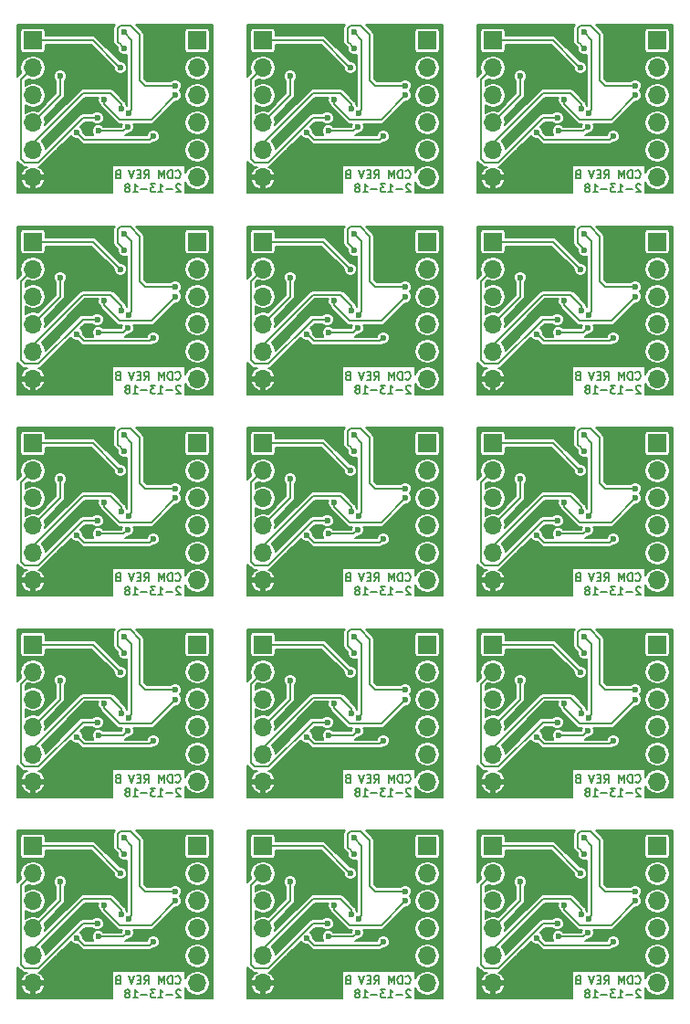
<source format=gbl>
G04 #@! TF.FileFunction,Copper,L2,Bot,Signal*
%FSLAX46Y46*%
G04 Gerber Fmt 4.6, Leading zero omitted, Abs format (unit mm)*
G04 Created by KiCad (PCBNEW 4.0.5+dfsg1-4) date Mon Jul 16 11:57:44 2018*
%MOMM*%
%LPD*%
G01*
G04 APERTURE LIST*
%ADD10C,0.100000*%
%ADD11C,0.150000*%
%ADD12R,1.700000X1.700000*%
%ADD13O,1.700000X1.700000*%
%ADD14C,0.600000*%
%ADD15C,0.203200*%
G04 APERTURE END LIST*
D10*
D11*
X175160857Y-139838357D02*
X175196571Y-139874071D01*
X175303714Y-139909786D01*
X175375143Y-139909786D01*
X175482286Y-139874071D01*
X175553714Y-139802643D01*
X175589429Y-139731214D01*
X175625143Y-139588357D01*
X175625143Y-139481214D01*
X175589429Y-139338357D01*
X175553714Y-139266929D01*
X175482286Y-139195500D01*
X175375143Y-139159786D01*
X175303714Y-139159786D01*
X175196571Y-139195500D01*
X175160857Y-139231214D01*
X174839429Y-139909786D02*
X174839429Y-139159786D01*
X174660857Y-139159786D01*
X174553714Y-139195500D01*
X174482286Y-139266929D01*
X174446571Y-139338357D01*
X174410857Y-139481214D01*
X174410857Y-139588357D01*
X174446571Y-139731214D01*
X174482286Y-139802643D01*
X174553714Y-139874071D01*
X174660857Y-139909786D01*
X174839429Y-139909786D01*
X174089429Y-139909786D02*
X174089429Y-139159786D01*
X173839429Y-139695500D01*
X173589429Y-139159786D01*
X173589429Y-139909786D01*
X172232285Y-139909786D02*
X172482285Y-139552643D01*
X172660857Y-139909786D02*
X172660857Y-139159786D01*
X172375142Y-139159786D01*
X172303714Y-139195500D01*
X172267999Y-139231214D01*
X172232285Y-139302643D01*
X172232285Y-139409786D01*
X172267999Y-139481214D01*
X172303714Y-139516929D01*
X172375142Y-139552643D01*
X172660857Y-139552643D01*
X171910857Y-139516929D02*
X171660857Y-139516929D01*
X171553714Y-139909786D02*
X171910857Y-139909786D01*
X171910857Y-139159786D01*
X171553714Y-139159786D01*
X171339428Y-139159786D02*
X171089428Y-139909786D01*
X170839428Y-139159786D01*
X169768000Y-139516929D02*
X169660857Y-139552643D01*
X169625142Y-139588357D01*
X169589428Y-139659786D01*
X169589428Y-139766929D01*
X169625142Y-139838357D01*
X169660857Y-139874071D01*
X169732285Y-139909786D01*
X170018000Y-139909786D01*
X170018000Y-139159786D01*
X169768000Y-139159786D01*
X169696571Y-139195500D01*
X169660857Y-139231214D01*
X169625142Y-139302643D01*
X169625142Y-139374071D01*
X169660857Y-139445500D01*
X169696571Y-139481214D01*
X169768000Y-139516929D01*
X170018000Y-139516929D01*
X175625143Y-140506214D02*
X175589429Y-140470500D01*
X175518000Y-140434786D01*
X175339429Y-140434786D01*
X175268000Y-140470500D01*
X175232286Y-140506214D01*
X175196571Y-140577643D01*
X175196571Y-140649071D01*
X175232286Y-140756214D01*
X175660857Y-141184786D01*
X175196571Y-141184786D01*
X174875143Y-140899071D02*
X174303714Y-140899071D01*
X173553714Y-141184786D02*
X173982286Y-141184786D01*
X173768000Y-141184786D02*
X173768000Y-140434786D01*
X173839429Y-140541929D01*
X173910857Y-140613357D01*
X173982286Y-140649071D01*
X173303714Y-140434786D02*
X172839428Y-140434786D01*
X173089428Y-140720500D01*
X172982286Y-140720500D01*
X172910857Y-140756214D01*
X172875143Y-140791929D01*
X172839428Y-140863357D01*
X172839428Y-141041929D01*
X172875143Y-141113357D01*
X172910857Y-141149071D01*
X172982286Y-141184786D01*
X173196571Y-141184786D01*
X173268000Y-141149071D01*
X173303714Y-141113357D01*
X172518000Y-140899071D02*
X171946571Y-140899071D01*
X171196571Y-141184786D02*
X171625143Y-141184786D01*
X171410857Y-141184786D02*
X171410857Y-140434786D01*
X171482286Y-140541929D01*
X171553714Y-140613357D01*
X171625143Y-140649071D01*
X170768000Y-140756214D02*
X170839428Y-140720500D01*
X170875143Y-140684786D01*
X170910857Y-140613357D01*
X170910857Y-140577643D01*
X170875143Y-140506214D01*
X170839428Y-140470500D01*
X170768000Y-140434786D01*
X170625143Y-140434786D01*
X170553714Y-140470500D01*
X170518000Y-140506214D01*
X170482285Y-140577643D01*
X170482285Y-140613357D01*
X170518000Y-140684786D01*
X170553714Y-140720500D01*
X170625143Y-140756214D01*
X170768000Y-140756214D01*
X170839428Y-140791929D01*
X170875143Y-140827643D01*
X170910857Y-140899071D01*
X170910857Y-141041929D01*
X170875143Y-141113357D01*
X170839428Y-141149071D01*
X170768000Y-141184786D01*
X170625143Y-141184786D01*
X170553714Y-141149071D01*
X170518000Y-141113357D01*
X170482285Y-141041929D01*
X170482285Y-140899071D01*
X170518000Y-140827643D01*
X170553714Y-140791929D01*
X170625143Y-140756214D01*
X132488857Y-139838357D02*
X132524571Y-139874071D01*
X132631714Y-139909786D01*
X132703143Y-139909786D01*
X132810286Y-139874071D01*
X132881714Y-139802643D01*
X132917429Y-139731214D01*
X132953143Y-139588357D01*
X132953143Y-139481214D01*
X132917429Y-139338357D01*
X132881714Y-139266929D01*
X132810286Y-139195500D01*
X132703143Y-139159786D01*
X132631714Y-139159786D01*
X132524571Y-139195500D01*
X132488857Y-139231214D01*
X132167429Y-139909786D02*
X132167429Y-139159786D01*
X131988857Y-139159786D01*
X131881714Y-139195500D01*
X131810286Y-139266929D01*
X131774571Y-139338357D01*
X131738857Y-139481214D01*
X131738857Y-139588357D01*
X131774571Y-139731214D01*
X131810286Y-139802643D01*
X131881714Y-139874071D01*
X131988857Y-139909786D01*
X132167429Y-139909786D01*
X131417429Y-139909786D02*
X131417429Y-139159786D01*
X131167429Y-139695500D01*
X130917429Y-139159786D01*
X130917429Y-139909786D01*
X129560285Y-139909786D02*
X129810285Y-139552643D01*
X129988857Y-139909786D02*
X129988857Y-139159786D01*
X129703142Y-139159786D01*
X129631714Y-139195500D01*
X129595999Y-139231214D01*
X129560285Y-139302643D01*
X129560285Y-139409786D01*
X129595999Y-139481214D01*
X129631714Y-139516929D01*
X129703142Y-139552643D01*
X129988857Y-139552643D01*
X129238857Y-139516929D02*
X128988857Y-139516929D01*
X128881714Y-139909786D02*
X129238857Y-139909786D01*
X129238857Y-139159786D01*
X128881714Y-139159786D01*
X128667428Y-139159786D02*
X128417428Y-139909786D01*
X128167428Y-139159786D01*
X127096000Y-139516929D02*
X126988857Y-139552643D01*
X126953142Y-139588357D01*
X126917428Y-139659786D01*
X126917428Y-139766929D01*
X126953142Y-139838357D01*
X126988857Y-139874071D01*
X127060285Y-139909786D01*
X127346000Y-139909786D01*
X127346000Y-139159786D01*
X127096000Y-139159786D01*
X127024571Y-139195500D01*
X126988857Y-139231214D01*
X126953142Y-139302643D01*
X126953142Y-139374071D01*
X126988857Y-139445500D01*
X127024571Y-139481214D01*
X127096000Y-139516929D01*
X127346000Y-139516929D01*
X132953143Y-140506214D02*
X132917429Y-140470500D01*
X132846000Y-140434786D01*
X132667429Y-140434786D01*
X132596000Y-140470500D01*
X132560286Y-140506214D01*
X132524571Y-140577643D01*
X132524571Y-140649071D01*
X132560286Y-140756214D01*
X132988857Y-141184786D01*
X132524571Y-141184786D01*
X132203143Y-140899071D02*
X131631714Y-140899071D01*
X130881714Y-141184786D02*
X131310286Y-141184786D01*
X131096000Y-141184786D02*
X131096000Y-140434786D01*
X131167429Y-140541929D01*
X131238857Y-140613357D01*
X131310286Y-140649071D01*
X130631714Y-140434786D02*
X130167428Y-140434786D01*
X130417428Y-140720500D01*
X130310286Y-140720500D01*
X130238857Y-140756214D01*
X130203143Y-140791929D01*
X130167428Y-140863357D01*
X130167428Y-141041929D01*
X130203143Y-141113357D01*
X130238857Y-141149071D01*
X130310286Y-141184786D01*
X130524571Y-141184786D01*
X130596000Y-141149071D01*
X130631714Y-141113357D01*
X129846000Y-140899071D02*
X129274571Y-140899071D01*
X128524571Y-141184786D02*
X128953143Y-141184786D01*
X128738857Y-141184786D02*
X128738857Y-140434786D01*
X128810286Y-140541929D01*
X128881714Y-140613357D01*
X128953143Y-140649071D01*
X128096000Y-140756214D02*
X128167428Y-140720500D01*
X128203143Y-140684786D01*
X128238857Y-140613357D01*
X128238857Y-140577643D01*
X128203143Y-140506214D01*
X128167428Y-140470500D01*
X128096000Y-140434786D01*
X127953143Y-140434786D01*
X127881714Y-140470500D01*
X127846000Y-140506214D01*
X127810285Y-140577643D01*
X127810285Y-140613357D01*
X127846000Y-140684786D01*
X127881714Y-140720500D01*
X127953143Y-140756214D01*
X128096000Y-140756214D01*
X128167428Y-140791929D01*
X128203143Y-140827643D01*
X128238857Y-140899071D01*
X128238857Y-141041929D01*
X128203143Y-141113357D01*
X128167428Y-141149071D01*
X128096000Y-141184786D01*
X127953143Y-141184786D01*
X127881714Y-141149071D01*
X127846000Y-141113357D01*
X127810285Y-141041929D01*
X127810285Y-140899071D01*
X127846000Y-140827643D01*
X127881714Y-140791929D01*
X127953143Y-140756214D01*
X153824857Y-139838357D02*
X153860571Y-139874071D01*
X153967714Y-139909786D01*
X154039143Y-139909786D01*
X154146286Y-139874071D01*
X154217714Y-139802643D01*
X154253429Y-139731214D01*
X154289143Y-139588357D01*
X154289143Y-139481214D01*
X154253429Y-139338357D01*
X154217714Y-139266929D01*
X154146286Y-139195500D01*
X154039143Y-139159786D01*
X153967714Y-139159786D01*
X153860571Y-139195500D01*
X153824857Y-139231214D01*
X153503429Y-139909786D02*
X153503429Y-139159786D01*
X153324857Y-139159786D01*
X153217714Y-139195500D01*
X153146286Y-139266929D01*
X153110571Y-139338357D01*
X153074857Y-139481214D01*
X153074857Y-139588357D01*
X153110571Y-139731214D01*
X153146286Y-139802643D01*
X153217714Y-139874071D01*
X153324857Y-139909786D01*
X153503429Y-139909786D01*
X152753429Y-139909786D02*
X152753429Y-139159786D01*
X152503429Y-139695500D01*
X152253429Y-139159786D01*
X152253429Y-139909786D01*
X150896285Y-139909786D02*
X151146285Y-139552643D01*
X151324857Y-139909786D02*
X151324857Y-139159786D01*
X151039142Y-139159786D01*
X150967714Y-139195500D01*
X150931999Y-139231214D01*
X150896285Y-139302643D01*
X150896285Y-139409786D01*
X150931999Y-139481214D01*
X150967714Y-139516929D01*
X151039142Y-139552643D01*
X151324857Y-139552643D01*
X150574857Y-139516929D02*
X150324857Y-139516929D01*
X150217714Y-139909786D02*
X150574857Y-139909786D01*
X150574857Y-139159786D01*
X150217714Y-139159786D01*
X150003428Y-139159786D02*
X149753428Y-139909786D01*
X149503428Y-139159786D01*
X148432000Y-139516929D02*
X148324857Y-139552643D01*
X148289142Y-139588357D01*
X148253428Y-139659786D01*
X148253428Y-139766929D01*
X148289142Y-139838357D01*
X148324857Y-139874071D01*
X148396285Y-139909786D01*
X148682000Y-139909786D01*
X148682000Y-139159786D01*
X148432000Y-139159786D01*
X148360571Y-139195500D01*
X148324857Y-139231214D01*
X148289142Y-139302643D01*
X148289142Y-139374071D01*
X148324857Y-139445500D01*
X148360571Y-139481214D01*
X148432000Y-139516929D01*
X148682000Y-139516929D01*
X154289143Y-140506214D02*
X154253429Y-140470500D01*
X154182000Y-140434786D01*
X154003429Y-140434786D01*
X153932000Y-140470500D01*
X153896286Y-140506214D01*
X153860571Y-140577643D01*
X153860571Y-140649071D01*
X153896286Y-140756214D01*
X154324857Y-141184786D01*
X153860571Y-141184786D01*
X153539143Y-140899071D02*
X152967714Y-140899071D01*
X152217714Y-141184786D02*
X152646286Y-141184786D01*
X152432000Y-141184786D02*
X152432000Y-140434786D01*
X152503429Y-140541929D01*
X152574857Y-140613357D01*
X152646286Y-140649071D01*
X151967714Y-140434786D02*
X151503428Y-140434786D01*
X151753428Y-140720500D01*
X151646286Y-140720500D01*
X151574857Y-140756214D01*
X151539143Y-140791929D01*
X151503428Y-140863357D01*
X151503428Y-141041929D01*
X151539143Y-141113357D01*
X151574857Y-141149071D01*
X151646286Y-141184786D01*
X151860571Y-141184786D01*
X151932000Y-141149071D01*
X151967714Y-141113357D01*
X151182000Y-140899071D02*
X150610571Y-140899071D01*
X149860571Y-141184786D02*
X150289143Y-141184786D01*
X150074857Y-141184786D02*
X150074857Y-140434786D01*
X150146286Y-140541929D01*
X150217714Y-140613357D01*
X150289143Y-140649071D01*
X149432000Y-140756214D02*
X149503428Y-140720500D01*
X149539143Y-140684786D01*
X149574857Y-140613357D01*
X149574857Y-140577643D01*
X149539143Y-140506214D01*
X149503428Y-140470500D01*
X149432000Y-140434786D01*
X149289143Y-140434786D01*
X149217714Y-140470500D01*
X149182000Y-140506214D01*
X149146285Y-140577643D01*
X149146285Y-140613357D01*
X149182000Y-140684786D01*
X149217714Y-140720500D01*
X149289143Y-140756214D01*
X149432000Y-140756214D01*
X149503428Y-140791929D01*
X149539143Y-140827643D01*
X149574857Y-140899071D01*
X149574857Y-141041929D01*
X149539143Y-141113357D01*
X149503428Y-141149071D01*
X149432000Y-141184786D01*
X149289143Y-141184786D01*
X149217714Y-141149071D01*
X149182000Y-141113357D01*
X149146285Y-141041929D01*
X149146285Y-140899071D01*
X149182000Y-140827643D01*
X149217714Y-140791929D01*
X149289143Y-140756214D01*
X132488857Y-121169357D02*
X132524571Y-121205071D01*
X132631714Y-121240786D01*
X132703143Y-121240786D01*
X132810286Y-121205071D01*
X132881714Y-121133643D01*
X132917429Y-121062214D01*
X132953143Y-120919357D01*
X132953143Y-120812214D01*
X132917429Y-120669357D01*
X132881714Y-120597929D01*
X132810286Y-120526500D01*
X132703143Y-120490786D01*
X132631714Y-120490786D01*
X132524571Y-120526500D01*
X132488857Y-120562214D01*
X132167429Y-121240786D02*
X132167429Y-120490786D01*
X131988857Y-120490786D01*
X131881714Y-120526500D01*
X131810286Y-120597929D01*
X131774571Y-120669357D01*
X131738857Y-120812214D01*
X131738857Y-120919357D01*
X131774571Y-121062214D01*
X131810286Y-121133643D01*
X131881714Y-121205071D01*
X131988857Y-121240786D01*
X132167429Y-121240786D01*
X131417429Y-121240786D02*
X131417429Y-120490786D01*
X131167429Y-121026500D01*
X130917429Y-120490786D01*
X130917429Y-121240786D01*
X129560285Y-121240786D02*
X129810285Y-120883643D01*
X129988857Y-121240786D02*
X129988857Y-120490786D01*
X129703142Y-120490786D01*
X129631714Y-120526500D01*
X129595999Y-120562214D01*
X129560285Y-120633643D01*
X129560285Y-120740786D01*
X129595999Y-120812214D01*
X129631714Y-120847929D01*
X129703142Y-120883643D01*
X129988857Y-120883643D01*
X129238857Y-120847929D02*
X128988857Y-120847929D01*
X128881714Y-121240786D02*
X129238857Y-121240786D01*
X129238857Y-120490786D01*
X128881714Y-120490786D01*
X128667428Y-120490786D02*
X128417428Y-121240786D01*
X128167428Y-120490786D01*
X127096000Y-120847929D02*
X126988857Y-120883643D01*
X126953142Y-120919357D01*
X126917428Y-120990786D01*
X126917428Y-121097929D01*
X126953142Y-121169357D01*
X126988857Y-121205071D01*
X127060285Y-121240786D01*
X127346000Y-121240786D01*
X127346000Y-120490786D01*
X127096000Y-120490786D01*
X127024571Y-120526500D01*
X126988857Y-120562214D01*
X126953142Y-120633643D01*
X126953142Y-120705071D01*
X126988857Y-120776500D01*
X127024571Y-120812214D01*
X127096000Y-120847929D01*
X127346000Y-120847929D01*
X132953143Y-121837214D02*
X132917429Y-121801500D01*
X132846000Y-121765786D01*
X132667429Y-121765786D01*
X132596000Y-121801500D01*
X132560286Y-121837214D01*
X132524571Y-121908643D01*
X132524571Y-121980071D01*
X132560286Y-122087214D01*
X132988857Y-122515786D01*
X132524571Y-122515786D01*
X132203143Y-122230071D02*
X131631714Y-122230071D01*
X130881714Y-122515786D02*
X131310286Y-122515786D01*
X131096000Y-122515786D02*
X131096000Y-121765786D01*
X131167429Y-121872929D01*
X131238857Y-121944357D01*
X131310286Y-121980071D01*
X130631714Y-121765786D02*
X130167428Y-121765786D01*
X130417428Y-122051500D01*
X130310286Y-122051500D01*
X130238857Y-122087214D01*
X130203143Y-122122929D01*
X130167428Y-122194357D01*
X130167428Y-122372929D01*
X130203143Y-122444357D01*
X130238857Y-122480071D01*
X130310286Y-122515786D01*
X130524571Y-122515786D01*
X130596000Y-122480071D01*
X130631714Y-122444357D01*
X129846000Y-122230071D02*
X129274571Y-122230071D01*
X128524571Y-122515786D02*
X128953143Y-122515786D01*
X128738857Y-122515786D02*
X128738857Y-121765786D01*
X128810286Y-121872929D01*
X128881714Y-121944357D01*
X128953143Y-121980071D01*
X128096000Y-122087214D02*
X128167428Y-122051500D01*
X128203143Y-122015786D01*
X128238857Y-121944357D01*
X128238857Y-121908643D01*
X128203143Y-121837214D01*
X128167428Y-121801500D01*
X128096000Y-121765786D01*
X127953143Y-121765786D01*
X127881714Y-121801500D01*
X127846000Y-121837214D01*
X127810285Y-121908643D01*
X127810285Y-121944357D01*
X127846000Y-122015786D01*
X127881714Y-122051500D01*
X127953143Y-122087214D01*
X128096000Y-122087214D01*
X128167428Y-122122929D01*
X128203143Y-122158643D01*
X128238857Y-122230071D01*
X128238857Y-122372929D01*
X128203143Y-122444357D01*
X128167428Y-122480071D01*
X128096000Y-122515786D01*
X127953143Y-122515786D01*
X127881714Y-122480071D01*
X127846000Y-122444357D01*
X127810285Y-122372929D01*
X127810285Y-122230071D01*
X127846000Y-122158643D01*
X127881714Y-122122929D01*
X127953143Y-122087214D01*
X153824857Y-121169357D02*
X153860571Y-121205071D01*
X153967714Y-121240786D01*
X154039143Y-121240786D01*
X154146286Y-121205071D01*
X154217714Y-121133643D01*
X154253429Y-121062214D01*
X154289143Y-120919357D01*
X154289143Y-120812214D01*
X154253429Y-120669357D01*
X154217714Y-120597929D01*
X154146286Y-120526500D01*
X154039143Y-120490786D01*
X153967714Y-120490786D01*
X153860571Y-120526500D01*
X153824857Y-120562214D01*
X153503429Y-121240786D02*
X153503429Y-120490786D01*
X153324857Y-120490786D01*
X153217714Y-120526500D01*
X153146286Y-120597929D01*
X153110571Y-120669357D01*
X153074857Y-120812214D01*
X153074857Y-120919357D01*
X153110571Y-121062214D01*
X153146286Y-121133643D01*
X153217714Y-121205071D01*
X153324857Y-121240786D01*
X153503429Y-121240786D01*
X152753429Y-121240786D02*
X152753429Y-120490786D01*
X152503429Y-121026500D01*
X152253429Y-120490786D01*
X152253429Y-121240786D01*
X150896285Y-121240786D02*
X151146285Y-120883643D01*
X151324857Y-121240786D02*
X151324857Y-120490786D01*
X151039142Y-120490786D01*
X150967714Y-120526500D01*
X150931999Y-120562214D01*
X150896285Y-120633643D01*
X150896285Y-120740786D01*
X150931999Y-120812214D01*
X150967714Y-120847929D01*
X151039142Y-120883643D01*
X151324857Y-120883643D01*
X150574857Y-120847929D02*
X150324857Y-120847929D01*
X150217714Y-121240786D02*
X150574857Y-121240786D01*
X150574857Y-120490786D01*
X150217714Y-120490786D01*
X150003428Y-120490786D02*
X149753428Y-121240786D01*
X149503428Y-120490786D01*
X148432000Y-120847929D02*
X148324857Y-120883643D01*
X148289142Y-120919357D01*
X148253428Y-120990786D01*
X148253428Y-121097929D01*
X148289142Y-121169357D01*
X148324857Y-121205071D01*
X148396285Y-121240786D01*
X148682000Y-121240786D01*
X148682000Y-120490786D01*
X148432000Y-120490786D01*
X148360571Y-120526500D01*
X148324857Y-120562214D01*
X148289142Y-120633643D01*
X148289142Y-120705071D01*
X148324857Y-120776500D01*
X148360571Y-120812214D01*
X148432000Y-120847929D01*
X148682000Y-120847929D01*
X154289143Y-121837214D02*
X154253429Y-121801500D01*
X154182000Y-121765786D01*
X154003429Y-121765786D01*
X153932000Y-121801500D01*
X153896286Y-121837214D01*
X153860571Y-121908643D01*
X153860571Y-121980071D01*
X153896286Y-122087214D01*
X154324857Y-122515786D01*
X153860571Y-122515786D01*
X153539143Y-122230071D02*
X152967714Y-122230071D01*
X152217714Y-122515786D02*
X152646286Y-122515786D01*
X152432000Y-122515786D02*
X152432000Y-121765786D01*
X152503429Y-121872929D01*
X152574857Y-121944357D01*
X152646286Y-121980071D01*
X151967714Y-121765786D02*
X151503428Y-121765786D01*
X151753428Y-122051500D01*
X151646286Y-122051500D01*
X151574857Y-122087214D01*
X151539143Y-122122929D01*
X151503428Y-122194357D01*
X151503428Y-122372929D01*
X151539143Y-122444357D01*
X151574857Y-122480071D01*
X151646286Y-122515786D01*
X151860571Y-122515786D01*
X151932000Y-122480071D01*
X151967714Y-122444357D01*
X151182000Y-122230071D02*
X150610571Y-122230071D01*
X149860571Y-122515786D02*
X150289143Y-122515786D01*
X150074857Y-122515786D02*
X150074857Y-121765786D01*
X150146286Y-121872929D01*
X150217714Y-121944357D01*
X150289143Y-121980071D01*
X149432000Y-122087214D02*
X149503428Y-122051500D01*
X149539143Y-122015786D01*
X149574857Y-121944357D01*
X149574857Y-121908643D01*
X149539143Y-121837214D01*
X149503428Y-121801500D01*
X149432000Y-121765786D01*
X149289143Y-121765786D01*
X149217714Y-121801500D01*
X149182000Y-121837214D01*
X149146285Y-121908643D01*
X149146285Y-121944357D01*
X149182000Y-122015786D01*
X149217714Y-122051500D01*
X149289143Y-122087214D01*
X149432000Y-122087214D01*
X149503428Y-122122929D01*
X149539143Y-122158643D01*
X149574857Y-122230071D01*
X149574857Y-122372929D01*
X149539143Y-122444357D01*
X149503428Y-122480071D01*
X149432000Y-122515786D01*
X149289143Y-122515786D01*
X149217714Y-122480071D01*
X149182000Y-122444357D01*
X149146285Y-122372929D01*
X149146285Y-122230071D01*
X149182000Y-122158643D01*
X149217714Y-122122929D01*
X149289143Y-122087214D01*
X175160857Y-121169357D02*
X175196571Y-121205071D01*
X175303714Y-121240786D01*
X175375143Y-121240786D01*
X175482286Y-121205071D01*
X175553714Y-121133643D01*
X175589429Y-121062214D01*
X175625143Y-120919357D01*
X175625143Y-120812214D01*
X175589429Y-120669357D01*
X175553714Y-120597929D01*
X175482286Y-120526500D01*
X175375143Y-120490786D01*
X175303714Y-120490786D01*
X175196571Y-120526500D01*
X175160857Y-120562214D01*
X174839429Y-121240786D02*
X174839429Y-120490786D01*
X174660857Y-120490786D01*
X174553714Y-120526500D01*
X174482286Y-120597929D01*
X174446571Y-120669357D01*
X174410857Y-120812214D01*
X174410857Y-120919357D01*
X174446571Y-121062214D01*
X174482286Y-121133643D01*
X174553714Y-121205071D01*
X174660857Y-121240786D01*
X174839429Y-121240786D01*
X174089429Y-121240786D02*
X174089429Y-120490786D01*
X173839429Y-121026500D01*
X173589429Y-120490786D01*
X173589429Y-121240786D01*
X172232285Y-121240786D02*
X172482285Y-120883643D01*
X172660857Y-121240786D02*
X172660857Y-120490786D01*
X172375142Y-120490786D01*
X172303714Y-120526500D01*
X172267999Y-120562214D01*
X172232285Y-120633643D01*
X172232285Y-120740786D01*
X172267999Y-120812214D01*
X172303714Y-120847929D01*
X172375142Y-120883643D01*
X172660857Y-120883643D01*
X171910857Y-120847929D02*
X171660857Y-120847929D01*
X171553714Y-121240786D02*
X171910857Y-121240786D01*
X171910857Y-120490786D01*
X171553714Y-120490786D01*
X171339428Y-120490786D02*
X171089428Y-121240786D01*
X170839428Y-120490786D01*
X169768000Y-120847929D02*
X169660857Y-120883643D01*
X169625142Y-120919357D01*
X169589428Y-120990786D01*
X169589428Y-121097929D01*
X169625142Y-121169357D01*
X169660857Y-121205071D01*
X169732285Y-121240786D01*
X170018000Y-121240786D01*
X170018000Y-120490786D01*
X169768000Y-120490786D01*
X169696571Y-120526500D01*
X169660857Y-120562214D01*
X169625142Y-120633643D01*
X169625142Y-120705071D01*
X169660857Y-120776500D01*
X169696571Y-120812214D01*
X169768000Y-120847929D01*
X170018000Y-120847929D01*
X175625143Y-121837214D02*
X175589429Y-121801500D01*
X175518000Y-121765786D01*
X175339429Y-121765786D01*
X175268000Y-121801500D01*
X175232286Y-121837214D01*
X175196571Y-121908643D01*
X175196571Y-121980071D01*
X175232286Y-122087214D01*
X175660857Y-122515786D01*
X175196571Y-122515786D01*
X174875143Y-122230071D02*
X174303714Y-122230071D01*
X173553714Y-122515786D02*
X173982286Y-122515786D01*
X173768000Y-122515786D02*
X173768000Y-121765786D01*
X173839429Y-121872929D01*
X173910857Y-121944357D01*
X173982286Y-121980071D01*
X173303714Y-121765786D02*
X172839428Y-121765786D01*
X173089428Y-122051500D01*
X172982286Y-122051500D01*
X172910857Y-122087214D01*
X172875143Y-122122929D01*
X172839428Y-122194357D01*
X172839428Y-122372929D01*
X172875143Y-122444357D01*
X172910857Y-122480071D01*
X172982286Y-122515786D01*
X173196571Y-122515786D01*
X173268000Y-122480071D01*
X173303714Y-122444357D01*
X172518000Y-122230071D02*
X171946571Y-122230071D01*
X171196571Y-122515786D02*
X171625143Y-122515786D01*
X171410857Y-122515786D02*
X171410857Y-121765786D01*
X171482286Y-121872929D01*
X171553714Y-121944357D01*
X171625143Y-121980071D01*
X170768000Y-122087214D02*
X170839428Y-122051500D01*
X170875143Y-122015786D01*
X170910857Y-121944357D01*
X170910857Y-121908643D01*
X170875143Y-121837214D01*
X170839428Y-121801500D01*
X170768000Y-121765786D01*
X170625143Y-121765786D01*
X170553714Y-121801500D01*
X170518000Y-121837214D01*
X170482285Y-121908643D01*
X170482285Y-121944357D01*
X170518000Y-122015786D01*
X170553714Y-122051500D01*
X170625143Y-122087214D01*
X170768000Y-122087214D01*
X170839428Y-122122929D01*
X170875143Y-122158643D01*
X170910857Y-122230071D01*
X170910857Y-122372929D01*
X170875143Y-122444357D01*
X170839428Y-122480071D01*
X170768000Y-122515786D01*
X170625143Y-122515786D01*
X170553714Y-122480071D01*
X170518000Y-122444357D01*
X170482285Y-122372929D01*
X170482285Y-122230071D01*
X170518000Y-122158643D01*
X170553714Y-122122929D01*
X170625143Y-122087214D01*
X175160857Y-102500357D02*
X175196571Y-102536071D01*
X175303714Y-102571786D01*
X175375143Y-102571786D01*
X175482286Y-102536071D01*
X175553714Y-102464643D01*
X175589429Y-102393214D01*
X175625143Y-102250357D01*
X175625143Y-102143214D01*
X175589429Y-102000357D01*
X175553714Y-101928929D01*
X175482286Y-101857500D01*
X175375143Y-101821786D01*
X175303714Y-101821786D01*
X175196571Y-101857500D01*
X175160857Y-101893214D01*
X174839429Y-102571786D02*
X174839429Y-101821786D01*
X174660857Y-101821786D01*
X174553714Y-101857500D01*
X174482286Y-101928929D01*
X174446571Y-102000357D01*
X174410857Y-102143214D01*
X174410857Y-102250357D01*
X174446571Y-102393214D01*
X174482286Y-102464643D01*
X174553714Y-102536071D01*
X174660857Y-102571786D01*
X174839429Y-102571786D01*
X174089429Y-102571786D02*
X174089429Y-101821786D01*
X173839429Y-102357500D01*
X173589429Y-101821786D01*
X173589429Y-102571786D01*
X172232285Y-102571786D02*
X172482285Y-102214643D01*
X172660857Y-102571786D02*
X172660857Y-101821786D01*
X172375142Y-101821786D01*
X172303714Y-101857500D01*
X172267999Y-101893214D01*
X172232285Y-101964643D01*
X172232285Y-102071786D01*
X172267999Y-102143214D01*
X172303714Y-102178929D01*
X172375142Y-102214643D01*
X172660857Y-102214643D01*
X171910857Y-102178929D02*
X171660857Y-102178929D01*
X171553714Y-102571786D02*
X171910857Y-102571786D01*
X171910857Y-101821786D01*
X171553714Y-101821786D01*
X171339428Y-101821786D02*
X171089428Y-102571786D01*
X170839428Y-101821786D01*
X169768000Y-102178929D02*
X169660857Y-102214643D01*
X169625142Y-102250357D01*
X169589428Y-102321786D01*
X169589428Y-102428929D01*
X169625142Y-102500357D01*
X169660857Y-102536071D01*
X169732285Y-102571786D01*
X170018000Y-102571786D01*
X170018000Y-101821786D01*
X169768000Y-101821786D01*
X169696571Y-101857500D01*
X169660857Y-101893214D01*
X169625142Y-101964643D01*
X169625142Y-102036071D01*
X169660857Y-102107500D01*
X169696571Y-102143214D01*
X169768000Y-102178929D01*
X170018000Y-102178929D01*
X175625143Y-103168214D02*
X175589429Y-103132500D01*
X175518000Y-103096786D01*
X175339429Y-103096786D01*
X175268000Y-103132500D01*
X175232286Y-103168214D01*
X175196571Y-103239643D01*
X175196571Y-103311071D01*
X175232286Y-103418214D01*
X175660857Y-103846786D01*
X175196571Y-103846786D01*
X174875143Y-103561071D02*
X174303714Y-103561071D01*
X173553714Y-103846786D02*
X173982286Y-103846786D01*
X173768000Y-103846786D02*
X173768000Y-103096786D01*
X173839429Y-103203929D01*
X173910857Y-103275357D01*
X173982286Y-103311071D01*
X173303714Y-103096786D02*
X172839428Y-103096786D01*
X173089428Y-103382500D01*
X172982286Y-103382500D01*
X172910857Y-103418214D01*
X172875143Y-103453929D01*
X172839428Y-103525357D01*
X172839428Y-103703929D01*
X172875143Y-103775357D01*
X172910857Y-103811071D01*
X172982286Y-103846786D01*
X173196571Y-103846786D01*
X173268000Y-103811071D01*
X173303714Y-103775357D01*
X172518000Y-103561071D02*
X171946571Y-103561071D01*
X171196571Y-103846786D02*
X171625143Y-103846786D01*
X171410857Y-103846786D02*
X171410857Y-103096786D01*
X171482286Y-103203929D01*
X171553714Y-103275357D01*
X171625143Y-103311071D01*
X170768000Y-103418214D02*
X170839428Y-103382500D01*
X170875143Y-103346786D01*
X170910857Y-103275357D01*
X170910857Y-103239643D01*
X170875143Y-103168214D01*
X170839428Y-103132500D01*
X170768000Y-103096786D01*
X170625143Y-103096786D01*
X170553714Y-103132500D01*
X170518000Y-103168214D01*
X170482285Y-103239643D01*
X170482285Y-103275357D01*
X170518000Y-103346786D01*
X170553714Y-103382500D01*
X170625143Y-103418214D01*
X170768000Y-103418214D01*
X170839428Y-103453929D01*
X170875143Y-103489643D01*
X170910857Y-103561071D01*
X170910857Y-103703929D01*
X170875143Y-103775357D01*
X170839428Y-103811071D01*
X170768000Y-103846786D01*
X170625143Y-103846786D01*
X170553714Y-103811071D01*
X170518000Y-103775357D01*
X170482285Y-103703929D01*
X170482285Y-103561071D01*
X170518000Y-103489643D01*
X170553714Y-103453929D01*
X170625143Y-103418214D01*
X153824857Y-102500357D02*
X153860571Y-102536071D01*
X153967714Y-102571786D01*
X154039143Y-102571786D01*
X154146286Y-102536071D01*
X154217714Y-102464643D01*
X154253429Y-102393214D01*
X154289143Y-102250357D01*
X154289143Y-102143214D01*
X154253429Y-102000357D01*
X154217714Y-101928929D01*
X154146286Y-101857500D01*
X154039143Y-101821786D01*
X153967714Y-101821786D01*
X153860571Y-101857500D01*
X153824857Y-101893214D01*
X153503429Y-102571786D02*
X153503429Y-101821786D01*
X153324857Y-101821786D01*
X153217714Y-101857500D01*
X153146286Y-101928929D01*
X153110571Y-102000357D01*
X153074857Y-102143214D01*
X153074857Y-102250357D01*
X153110571Y-102393214D01*
X153146286Y-102464643D01*
X153217714Y-102536071D01*
X153324857Y-102571786D01*
X153503429Y-102571786D01*
X152753429Y-102571786D02*
X152753429Y-101821786D01*
X152503429Y-102357500D01*
X152253429Y-101821786D01*
X152253429Y-102571786D01*
X150896285Y-102571786D02*
X151146285Y-102214643D01*
X151324857Y-102571786D02*
X151324857Y-101821786D01*
X151039142Y-101821786D01*
X150967714Y-101857500D01*
X150931999Y-101893214D01*
X150896285Y-101964643D01*
X150896285Y-102071786D01*
X150931999Y-102143214D01*
X150967714Y-102178929D01*
X151039142Y-102214643D01*
X151324857Y-102214643D01*
X150574857Y-102178929D02*
X150324857Y-102178929D01*
X150217714Y-102571786D02*
X150574857Y-102571786D01*
X150574857Y-101821786D01*
X150217714Y-101821786D01*
X150003428Y-101821786D02*
X149753428Y-102571786D01*
X149503428Y-101821786D01*
X148432000Y-102178929D02*
X148324857Y-102214643D01*
X148289142Y-102250357D01*
X148253428Y-102321786D01*
X148253428Y-102428929D01*
X148289142Y-102500357D01*
X148324857Y-102536071D01*
X148396285Y-102571786D01*
X148682000Y-102571786D01*
X148682000Y-101821786D01*
X148432000Y-101821786D01*
X148360571Y-101857500D01*
X148324857Y-101893214D01*
X148289142Y-101964643D01*
X148289142Y-102036071D01*
X148324857Y-102107500D01*
X148360571Y-102143214D01*
X148432000Y-102178929D01*
X148682000Y-102178929D01*
X154289143Y-103168214D02*
X154253429Y-103132500D01*
X154182000Y-103096786D01*
X154003429Y-103096786D01*
X153932000Y-103132500D01*
X153896286Y-103168214D01*
X153860571Y-103239643D01*
X153860571Y-103311071D01*
X153896286Y-103418214D01*
X154324857Y-103846786D01*
X153860571Y-103846786D01*
X153539143Y-103561071D02*
X152967714Y-103561071D01*
X152217714Y-103846786D02*
X152646286Y-103846786D01*
X152432000Y-103846786D02*
X152432000Y-103096786D01*
X152503429Y-103203929D01*
X152574857Y-103275357D01*
X152646286Y-103311071D01*
X151967714Y-103096786D02*
X151503428Y-103096786D01*
X151753428Y-103382500D01*
X151646286Y-103382500D01*
X151574857Y-103418214D01*
X151539143Y-103453929D01*
X151503428Y-103525357D01*
X151503428Y-103703929D01*
X151539143Y-103775357D01*
X151574857Y-103811071D01*
X151646286Y-103846786D01*
X151860571Y-103846786D01*
X151932000Y-103811071D01*
X151967714Y-103775357D01*
X151182000Y-103561071D02*
X150610571Y-103561071D01*
X149860571Y-103846786D02*
X150289143Y-103846786D01*
X150074857Y-103846786D02*
X150074857Y-103096786D01*
X150146286Y-103203929D01*
X150217714Y-103275357D01*
X150289143Y-103311071D01*
X149432000Y-103418214D02*
X149503428Y-103382500D01*
X149539143Y-103346786D01*
X149574857Y-103275357D01*
X149574857Y-103239643D01*
X149539143Y-103168214D01*
X149503428Y-103132500D01*
X149432000Y-103096786D01*
X149289143Y-103096786D01*
X149217714Y-103132500D01*
X149182000Y-103168214D01*
X149146285Y-103239643D01*
X149146285Y-103275357D01*
X149182000Y-103346786D01*
X149217714Y-103382500D01*
X149289143Y-103418214D01*
X149432000Y-103418214D01*
X149503428Y-103453929D01*
X149539143Y-103489643D01*
X149574857Y-103561071D01*
X149574857Y-103703929D01*
X149539143Y-103775357D01*
X149503428Y-103811071D01*
X149432000Y-103846786D01*
X149289143Y-103846786D01*
X149217714Y-103811071D01*
X149182000Y-103775357D01*
X149146285Y-103703929D01*
X149146285Y-103561071D01*
X149182000Y-103489643D01*
X149217714Y-103453929D01*
X149289143Y-103418214D01*
X132488857Y-102500357D02*
X132524571Y-102536071D01*
X132631714Y-102571786D01*
X132703143Y-102571786D01*
X132810286Y-102536071D01*
X132881714Y-102464643D01*
X132917429Y-102393214D01*
X132953143Y-102250357D01*
X132953143Y-102143214D01*
X132917429Y-102000357D01*
X132881714Y-101928929D01*
X132810286Y-101857500D01*
X132703143Y-101821786D01*
X132631714Y-101821786D01*
X132524571Y-101857500D01*
X132488857Y-101893214D01*
X132167429Y-102571786D02*
X132167429Y-101821786D01*
X131988857Y-101821786D01*
X131881714Y-101857500D01*
X131810286Y-101928929D01*
X131774571Y-102000357D01*
X131738857Y-102143214D01*
X131738857Y-102250357D01*
X131774571Y-102393214D01*
X131810286Y-102464643D01*
X131881714Y-102536071D01*
X131988857Y-102571786D01*
X132167429Y-102571786D01*
X131417429Y-102571786D02*
X131417429Y-101821786D01*
X131167429Y-102357500D01*
X130917429Y-101821786D01*
X130917429Y-102571786D01*
X129560285Y-102571786D02*
X129810285Y-102214643D01*
X129988857Y-102571786D02*
X129988857Y-101821786D01*
X129703142Y-101821786D01*
X129631714Y-101857500D01*
X129595999Y-101893214D01*
X129560285Y-101964643D01*
X129560285Y-102071786D01*
X129595999Y-102143214D01*
X129631714Y-102178929D01*
X129703142Y-102214643D01*
X129988857Y-102214643D01*
X129238857Y-102178929D02*
X128988857Y-102178929D01*
X128881714Y-102571786D02*
X129238857Y-102571786D01*
X129238857Y-101821786D01*
X128881714Y-101821786D01*
X128667428Y-101821786D02*
X128417428Y-102571786D01*
X128167428Y-101821786D01*
X127096000Y-102178929D02*
X126988857Y-102214643D01*
X126953142Y-102250357D01*
X126917428Y-102321786D01*
X126917428Y-102428929D01*
X126953142Y-102500357D01*
X126988857Y-102536071D01*
X127060285Y-102571786D01*
X127346000Y-102571786D01*
X127346000Y-101821786D01*
X127096000Y-101821786D01*
X127024571Y-101857500D01*
X126988857Y-101893214D01*
X126953142Y-101964643D01*
X126953142Y-102036071D01*
X126988857Y-102107500D01*
X127024571Y-102143214D01*
X127096000Y-102178929D01*
X127346000Y-102178929D01*
X132953143Y-103168214D02*
X132917429Y-103132500D01*
X132846000Y-103096786D01*
X132667429Y-103096786D01*
X132596000Y-103132500D01*
X132560286Y-103168214D01*
X132524571Y-103239643D01*
X132524571Y-103311071D01*
X132560286Y-103418214D01*
X132988857Y-103846786D01*
X132524571Y-103846786D01*
X132203143Y-103561071D02*
X131631714Y-103561071D01*
X130881714Y-103846786D02*
X131310286Y-103846786D01*
X131096000Y-103846786D02*
X131096000Y-103096786D01*
X131167429Y-103203929D01*
X131238857Y-103275357D01*
X131310286Y-103311071D01*
X130631714Y-103096786D02*
X130167428Y-103096786D01*
X130417428Y-103382500D01*
X130310286Y-103382500D01*
X130238857Y-103418214D01*
X130203143Y-103453929D01*
X130167428Y-103525357D01*
X130167428Y-103703929D01*
X130203143Y-103775357D01*
X130238857Y-103811071D01*
X130310286Y-103846786D01*
X130524571Y-103846786D01*
X130596000Y-103811071D01*
X130631714Y-103775357D01*
X129846000Y-103561071D02*
X129274571Y-103561071D01*
X128524571Y-103846786D02*
X128953143Y-103846786D01*
X128738857Y-103846786D02*
X128738857Y-103096786D01*
X128810286Y-103203929D01*
X128881714Y-103275357D01*
X128953143Y-103311071D01*
X128096000Y-103418214D02*
X128167428Y-103382500D01*
X128203143Y-103346786D01*
X128238857Y-103275357D01*
X128238857Y-103239643D01*
X128203143Y-103168214D01*
X128167428Y-103132500D01*
X128096000Y-103096786D01*
X127953143Y-103096786D01*
X127881714Y-103132500D01*
X127846000Y-103168214D01*
X127810285Y-103239643D01*
X127810285Y-103275357D01*
X127846000Y-103346786D01*
X127881714Y-103382500D01*
X127953143Y-103418214D01*
X128096000Y-103418214D01*
X128167428Y-103453929D01*
X128203143Y-103489643D01*
X128238857Y-103561071D01*
X128238857Y-103703929D01*
X128203143Y-103775357D01*
X128167428Y-103811071D01*
X128096000Y-103846786D01*
X127953143Y-103846786D01*
X127881714Y-103811071D01*
X127846000Y-103775357D01*
X127810285Y-103703929D01*
X127810285Y-103561071D01*
X127846000Y-103489643D01*
X127881714Y-103453929D01*
X127953143Y-103418214D01*
X153824857Y-83831357D02*
X153860571Y-83867071D01*
X153967714Y-83902786D01*
X154039143Y-83902786D01*
X154146286Y-83867071D01*
X154217714Y-83795643D01*
X154253429Y-83724214D01*
X154289143Y-83581357D01*
X154289143Y-83474214D01*
X154253429Y-83331357D01*
X154217714Y-83259929D01*
X154146286Y-83188500D01*
X154039143Y-83152786D01*
X153967714Y-83152786D01*
X153860571Y-83188500D01*
X153824857Y-83224214D01*
X153503429Y-83902786D02*
X153503429Y-83152786D01*
X153324857Y-83152786D01*
X153217714Y-83188500D01*
X153146286Y-83259929D01*
X153110571Y-83331357D01*
X153074857Y-83474214D01*
X153074857Y-83581357D01*
X153110571Y-83724214D01*
X153146286Y-83795643D01*
X153217714Y-83867071D01*
X153324857Y-83902786D01*
X153503429Y-83902786D01*
X152753429Y-83902786D02*
X152753429Y-83152786D01*
X152503429Y-83688500D01*
X152253429Y-83152786D01*
X152253429Y-83902786D01*
X150896285Y-83902786D02*
X151146285Y-83545643D01*
X151324857Y-83902786D02*
X151324857Y-83152786D01*
X151039142Y-83152786D01*
X150967714Y-83188500D01*
X150931999Y-83224214D01*
X150896285Y-83295643D01*
X150896285Y-83402786D01*
X150931999Y-83474214D01*
X150967714Y-83509929D01*
X151039142Y-83545643D01*
X151324857Y-83545643D01*
X150574857Y-83509929D02*
X150324857Y-83509929D01*
X150217714Y-83902786D02*
X150574857Y-83902786D01*
X150574857Y-83152786D01*
X150217714Y-83152786D01*
X150003428Y-83152786D02*
X149753428Y-83902786D01*
X149503428Y-83152786D01*
X148432000Y-83509929D02*
X148324857Y-83545643D01*
X148289142Y-83581357D01*
X148253428Y-83652786D01*
X148253428Y-83759929D01*
X148289142Y-83831357D01*
X148324857Y-83867071D01*
X148396285Y-83902786D01*
X148682000Y-83902786D01*
X148682000Y-83152786D01*
X148432000Y-83152786D01*
X148360571Y-83188500D01*
X148324857Y-83224214D01*
X148289142Y-83295643D01*
X148289142Y-83367071D01*
X148324857Y-83438500D01*
X148360571Y-83474214D01*
X148432000Y-83509929D01*
X148682000Y-83509929D01*
X154289143Y-84499214D02*
X154253429Y-84463500D01*
X154182000Y-84427786D01*
X154003429Y-84427786D01*
X153932000Y-84463500D01*
X153896286Y-84499214D01*
X153860571Y-84570643D01*
X153860571Y-84642071D01*
X153896286Y-84749214D01*
X154324857Y-85177786D01*
X153860571Y-85177786D01*
X153539143Y-84892071D02*
X152967714Y-84892071D01*
X152217714Y-85177786D02*
X152646286Y-85177786D01*
X152432000Y-85177786D02*
X152432000Y-84427786D01*
X152503429Y-84534929D01*
X152574857Y-84606357D01*
X152646286Y-84642071D01*
X151967714Y-84427786D02*
X151503428Y-84427786D01*
X151753428Y-84713500D01*
X151646286Y-84713500D01*
X151574857Y-84749214D01*
X151539143Y-84784929D01*
X151503428Y-84856357D01*
X151503428Y-85034929D01*
X151539143Y-85106357D01*
X151574857Y-85142071D01*
X151646286Y-85177786D01*
X151860571Y-85177786D01*
X151932000Y-85142071D01*
X151967714Y-85106357D01*
X151182000Y-84892071D02*
X150610571Y-84892071D01*
X149860571Y-85177786D02*
X150289143Y-85177786D01*
X150074857Y-85177786D02*
X150074857Y-84427786D01*
X150146286Y-84534929D01*
X150217714Y-84606357D01*
X150289143Y-84642071D01*
X149432000Y-84749214D02*
X149503428Y-84713500D01*
X149539143Y-84677786D01*
X149574857Y-84606357D01*
X149574857Y-84570643D01*
X149539143Y-84499214D01*
X149503428Y-84463500D01*
X149432000Y-84427786D01*
X149289143Y-84427786D01*
X149217714Y-84463500D01*
X149182000Y-84499214D01*
X149146285Y-84570643D01*
X149146285Y-84606357D01*
X149182000Y-84677786D01*
X149217714Y-84713500D01*
X149289143Y-84749214D01*
X149432000Y-84749214D01*
X149503428Y-84784929D01*
X149539143Y-84820643D01*
X149574857Y-84892071D01*
X149574857Y-85034929D01*
X149539143Y-85106357D01*
X149503428Y-85142071D01*
X149432000Y-85177786D01*
X149289143Y-85177786D01*
X149217714Y-85142071D01*
X149182000Y-85106357D01*
X149146285Y-85034929D01*
X149146285Y-84892071D01*
X149182000Y-84820643D01*
X149217714Y-84784929D01*
X149289143Y-84749214D01*
X132488857Y-83831357D02*
X132524571Y-83867071D01*
X132631714Y-83902786D01*
X132703143Y-83902786D01*
X132810286Y-83867071D01*
X132881714Y-83795643D01*
X132917429Y-83724214D01*
X132953143Y-83581357D01*
X132953143Y-83474214D01*
X132917429Y-83331357D01*
X132881714Y-83259929D01*
X132810286Y-83188500D01*
X132703143Y-83152786D01*
X132631714Y-83152786D01*
X132524571Y-83188500D01*
X132488857Y-83224214D01*
X132167429Y-83902786D02*
X132167429Y-83152786D01*
X131988857Y-83152786D01*
X131881714Y-83188500D01*
X131810286Y-83259929D01*
X131774571Y-83331357D01*
X131738857Y-83474214D01*
X131738857Y-83581357D01*
X131774571Y-83724214D01*
X131810286Y-83795643D01*
X131881714Y-83867071D01*
X131988857Y-83902786D01*
X132167429Y-83902786D01*
X131417429Y-83902786D02*
X131417429Y-83152786D01*
X131167429Y-83688500D01*
X130917429Y-83152786D01*
X130917429Y-83902786D01*
X129560285Y-83902786D02*
X129810285Y-83545643D01*
X129988857Y-83902786D02*
X129988857Y-83152786D01*
X129703142Y-83152786D01*
X129631714Y-83188500D01*
X129595999Y-83224214D01*
X129560285Y-83295643D01*
X129560285Y-83402786D01*
X129595999Y-83474214D01*
X129631714Y-83509929D01*
X129703142Y-83545643D01*
X129988857Y-83545643D01*
X129238857Y-83509929D02*
X128988857Y-83509929D01*
X128881714Y-83902786D02*
X129238857Y-83902786D01*
X129238857Y-83152786D01*
X128881714Y-83152786D01*
X128667428Y-83152786D02*
X128417428Y-83902786D01*
X128167428Y-83152786D01*
X127096000Y-83509929D02*
X126988857Y-83545643D01*
X126953142Y-83581357D01*
X126917428Y-83652786D01*
X126917428Y-83759929D01*
X126953142Y-83831357D01*
X126988857Y-83867071D01*
X127060285Y-83902786D01*
X127346000Y-83902786D01*
X127346000Y-83152786D01*
X127096000Y-83152786D01*
X127024571Y-83188500D01*
X126988857Y-83224214D01*
X126953142Y-83295643D01*
X126953142Y-83367071D01*
X126988857Y-83438500D01*
X127024571Y-83474214D01*
X127096000Y-83509929D01*
X127346000Y-83509929D01*
X132953143Y-84499214D02*
X132917429Y-84463500D01*
X132846000Y-84427786D01*
X132667429Y-84427786D01*
X132596000Y-84463500D01*
X132560286Y-84499214D01*
X132524571Y-84570643D01*
X132524571Y-84642071D01*
X132560286Y-84749214D01*
X132988857Y-85177786D01*
X132524571Y-85177786D01*
X132203143Y-84892071D02*
X131631714Y-84892071D01*
X130881714Y-85177786D02*
X131310286Y-85177786D01*
X131096000Y-85177786D02*
X131096000Y-84427786D01*
X131167429Y-84534929D01*
X131238857Y-84606357D01*
X131310286Y-84642071D01*
X130631714Y-84427786D02*
X130167428Y-84427786D01*
X130417428Y-84713500D01*
X130310286Y-84713500D01*
X130238857Y-84749214D01*
X130203143Y-84784929D01*
X130167428Y-84856357D01*
X130167428Y-85034929D01*
X130203143Y-85106357D01*
X130238857Y-85142071D01*
X130310286Y-85177786D01*
X130524571Y-85177786D01*
X130596000Y-85142071D01*
X130631714Y-85106357D01*
X129846000Y-84892071D02*
X129274571Y-84892071D01*
X128524571Y-85177786D02*
X128953143Y-85177786D01*
X128738857Y-85177786D02*
X128738857Y-84427786D01*
X128810286Y-84534929D01*
X128881714Y-84606357D01*
X128953143Y-84642071D01*
X128096000Y-84749214D02*
X128167428Y-84713500D01*
X128203143Y-84677786D01*
X128238857Y-84606357D01*
X128238857Y-84570643D01*
X128203143Y-84499214D01*
X128167428Y-84463500D01*
X128096000Y-84427786D01*
X127953143Y-84427786D01*
X127881714Y-84463500D01*
X127846000Y-84499214D01*
X127810285Y-84570643D01*
X127810285Y-84606357D01*
X127846000Y-84677786D01*
X127881714Y-84713500D01*
X127953143Y-84749214D01*
X128096000Y-84749214D01*
X128167428Y-84784929D01*
X128203143Y-84820643D01*
X128238857Y-84892071D01*
X128238857Y-85034929D01*
X128203143Y-85106357D01*
X128167428Y-85142071D01*
X128096000Y-85177786D01*
X127953143Y-85177786D01*
X127881714Y-85142071D01*
X127846000Y-85106357D01*
X127810285Y-85034929D01*
X127810285Y-84892071D01*
X127846000Y-84820643D01*
X127881714Y-84784929D01*
X127953143Y-84749214D01*
X175160857Y-83831357D02*
X175196571Y-83867071D01*
X175303714Y-83902786D01*
X175375143Y-83902786D01*
X175482286Y-83867071D01*
X175553714Y-83795643D01*
X175589429Y-83724214D01*
X175625143Y-83581357D01*
X175625143Y-83474214D01*
X175589429Y-83331357D01*
X175553714Y-83259929D01*
X175482286Y-83188500D01*
X175375143Y-83152786D01*
X175303714Y-83152786D01*
X175196571Y-83188500D01*
X175160857Y-83224214D01*
X174839429Y-83902786D02*
X174839429Y-83152786D01*
X174660857Y-83152786D01*
X174553714Y-83188500D01*
X174482286Y-83259929D01*
X174446571Y-83331357D01*
X174410857Y-83474214D01*
X174410857Y-83581357D01*
X174446571Y-83724214D01*
X174482286Y-83795643D01*
X174553714Y-83867071D01*
X174660857Y-83902786D01*
X174839429Y-83902786D01*
X174089429Y-83902786D02*
X174089429Y-83152786D01*
X173839429Y-83688500D01*
X173589429Y-83152786D01*
X173589429Y-83902786D01*
X172232285Y-83902786D02*
X172482285Y-83545643D01*
X172660857Y-83902786D02*
X172660857Y-83152786D01*
X172375142Y-83152786D01*
X172303714Y-83188500D01*
X172267999Y-83224214D01*
X172232285Y-83295643D01*
X172232285Y-83402786D01*
X172267999Y-83474214D01*
X172303714Y-83509929D01*
X172375142Y-83545643D01*
X172660857Y-83545643D01*
X171910857Y-83509929D02*
X171660857Y-83509929D01*
X171553714Y-83902786D02*
X171910857Y-83902786D01*
X171910857Y-83152786D01*
X171553714Y-83152786D01*
X171339428Y-83152786D02*
X171089428Y-83902786D01*
X170839428Y-83152786D01*
X169768000Y-83509929D02*
X169660857Y-83545643D01*
X169625142Y-83581357D01*
X169589428Y-83652786D01*
X169589428Y-83759929D01*
X169625142Y-83831357D01*
X169660857Y-83867071D01*
X169732285Y-83902786D01*
X170018000Y-83902786D01*
X170018000Y-83152786D01*
X169768000Y-83152786D01*
X169696571Y-83188500D01*
X169660857Y-83224214D01*
X169625142Y-83295643D01*
X169625142Y-83367071D01*
X169660857Y-83438500D01*
X169696571Y-83474214D01*
X169768000Y-83509929D01*
X170018000Y-83509929D01*
X175625143Y-84499214D02*
X175589429Y-84463500D01*
X175518000Y-84427786D01*
X175339429Y-84427786D01*
X175268000Y-84463500D01*
X175232286Y-84499214D01*
X175196571Y-84570643D01*
X175196571Y-84642071D01*
X175232286Y-84749214D01*
X175660857Y-85177786D01*
X175196571Y-85177786D01*
X174875143Y-84892071D02*
X174303714Y-84892071D01*
X173553714Y-85177786D02*
X173982286Y-85177786D01*
X173768000Y-85177786D02*
X173768000Y-84427786D01*
X173839429Y-84534929D01*
X173910857Y-84606357D01*
X173982286Y-84642071D01*
X173303714Y-84427786D02*
X172839428Y-84427786D01*
X173089428Y-84713500D01*
X172982286Y-84713500D01*
X172910857Y-84749214D01*
X172875143Y-84784929D01*
X172839428Y-84856357D01*
X172839428Y-85034929D01*
X172875143Y-85106357D01*
X172910857Y-85142071D01*
X172982286Y-85177786D01*
X173196571Y-85177786D01*
X173268000Y-85142071D01*
X173303714Y-85106357D01*
X172518000Y-84892071D02*
X171946571Y-84892071D01*
X171196571Y-85177786D02*
X171625143Y-85177786D01*
X171410857Y-85177786D02*
X171410857Y-84427786D01*
X171482286Y-84534929D01*
X171553714Y-84606357D01*
X171625143Y-84642071D01*
X170768000Y-84749214D02*
X170839428Y-84713500D01*
X170875143Y-84677786D01*
X170910857Y-84606357D01*
X170910857Y-84570643D01*
X170875143Y-84499214D01*
X170839428Y-84463500D01*
X170768000Y-84427786D01*
X170625143Y-84427786D01*
X170553714Y-84463500D01*
X170518000Y-84499214D01*
X170482285Y-84570643D01*
X170482285Y-84606357D01*
X170518000Y-84677786D01*
X170553714Y-84713500D01*
X170625143Y-84749214D01*
X170768000Y-84749214D01*
X170839428Y-84784929D01*
X170875143Y-84820643D01*
X170910857Y-84892071D01*
X170910857Y-85034929D01*
X170875143Y-85106357D01*
X170839428Y-85142071D01*
X170768000Y-85177786D01*
X170625143Y-85177786D01*
X170553714Y-85142071D01*
X170518000Y-85106357D01*
X170482285Y-85034929D01*
X170482285Y-84892071D01*
X170518000Y-84820643D01*
X170553714Y-84784929D01*
X170625143Y-84749214D01*
X175160857Y-65162357D02*
X175196571Y-65198071D01*
X175303714Y-65233786D01*
X175375143Y-65233786D01*
X175482286Y-65198071D01*
X175553714Y-65126643D01*
X175589429Y-65055214D01*
X175625143Y-64912357D01*
X175625143Y-64805214D01*
X175589429Y-64662357D01*
X175553714Y-64590929D01*
X175482286Y-64519500D01*
X175375143Y-64483786D01*
X175303714Y-64483786D01*
X175196571Y-64519500D01*
X175160857Y-64555214D01*
X174839429Y-65233786D02*
X174839429Y-64483786D01*
X174660857Y-64483786D01*
X174553714Y-64519500D01*
X174482286Y-64590929D01*
X174446571Y-64662357D01*
X174410857Y-64805214D01*
X174410857Y-64912357D01*
X174446571Y-65055214D01*
X174482286Y-65126643D01*
X174553714Y-65198071D01*
X174660857Y-65233786D01*
X174839429Y-65233786D01*
X174089429Y-65233786D02*
X174089429Y-64483786D01*
X173839429Y-65019500D01*
X173589429Y-64483786D01*
X173589429Y-65233786D01*
X172232285Y-65233786D02*
X172482285Y-64876643D01*
X172660857Y-65233786D02*
X172660857Y-64483786D01*
X172375142Y-64483786D01*
X172303714Y-64519500D01*
X172267999Y-64555214D01*
X172232285Y-64626643D01*
X172232285Y-64733786D01*
X172267999Y-64805214D01*
X172303714Y-64840929D01*
X172375142Y-64876643D01*
X172660857Y-64876643D01*
X171910857Y-64840929D02*
X171660857Y-64840929D01*
X171553714Y-65233786D02*
X171910857Y-65233786D01*
X171910857Y-64483786D01*
X171553714Y-64483786D01*
X171339428Y-64483786D02*
X171089428Y-65233786D01*
X170839428Y-64483786D01*
X169768000Y-64840929D02*
X169660857Y-64876643D01*
X169625142Y-64912357D01*
X169589428Y-64983786D01*
X169589428Y-65090929D01*
X169625142Y-65162357D01*
X169660857Y-65198071D01*
X169732285Y-65233786D01*
X170018000Y-65233786D01*
X170018000Y-64483786D01*
X169768000Y-64483786D01*
X169696571Y-64519500D01*
X169660857Y-64555214D01*
X169625142Y-64626643D01*
X169625142Y-64698071D01*
X169660857Y-64769500D01*
X169696571Y-64805214D01*
X169768000Y-64840929D01*
X170018000Y-64840929D01*
X175625143Y-65830214D02*
X175589429Y-65794500D01*
X175518000Y-65758786D01*
X175339429Y-65758786D01*
X175268000Y-65794500D01*
X175232286Y-65830214D01*
X175196571Y-65901643D01*
X175196571Y-65973071D01*
X175232286Y-66080214D01*
X175660857Y-66508786D01*
X175196571Y-66508786D01*
X174875143Y-66223071D02*
X174303714Y-66223071D01*
X173553714Y-66508786D02*
X173982286Y-66508786D01*
X173768000Y-66508786D02*
X173768000Y-65758786D01*
X173839429Y-65865929D01*
X173910857Y-65937357D01*
X173982286Y-65973071D01*
X173303714Y-65758786D02*
X172839428Y-65758786D01*
X173089428Y-66044500D01*
X172982286Y-66044500D01*
X172910857Y-66080214D01*
X172875143Y-66115929D01*
X172839428Y-66187357D01*
X172839428Y-66365929D01*
X172875143Y-66437357D01*
X172910857Y-66473071D01*
X172982286Y-66508786D01*
X173196571Y-66508786D01*
X173268000Y-66473071D01*
X173303714Y-66437357D01*
X172518000Y-66223071D02*
X171946571Y-66223071D01*
X171196571Y-66508786D02*
X171625143Y-66508786D01*
X171410857Y-66508786D02*
X171410857Y-65758786D01*
X171482286Y-65865929D01*
X171553714Y-65937357D01*
X171625143Y-65973071D01*
X170768000Y-66080214D02*
X170839428Y-66044500D01*
X170875143Y-66008786D01*
X170910857Y-65937357D01*
X170910857Y-65901643D01*
X170875143Y-65830214D01*
X170839428Y-65794500D01*
X170768000Y-65758786D01*
X170625143Y-65758786D01*
X170553714Y-65794500D01*
X170518000Y-65830214D01*
X170482285Y-65901643D01*
X170482285Y-65937357D01*
X170518000Y-66008786D01*
X170553714Y-66044500D01*
X170625143Y-66080214D01*
X170768000Y-66080214D01*
X170839428Y-66115929D01*
X170875143Y-66151643D01*
X170910857Y-66223071D01*
X170910857Y-66365929D01*
X170875143Y-66437357D01*
X170839428Y-66473071D01*
X170768000Y-66508786D01*
X170625143Y-66508786D01*
X170553714Y-66473071D01*
X170518000Y-66437357D01*
X170482285Y-66365929D01*
X170482285Y-66223071D01*
X170518000Y-66151643D01*
X170553714Y-66115929D01*
X170625143Y-66080214D01*
X153824857Y-65162357D02*
X153860571Y-65198071D01*
X153967714Y-65233786D01*
X154039143Y-65233786D01*
X154146286Y-65198071D01*
X154217714Y-65126643D01*
X154253429Y-65055214D01*
X154289143Y-64912357D01*
X154289143Y-64805214D01*
X154253429Y-64662357D01*
X154217714Y-64590929D01*
X154146286Y-64519500D01*
X154039143Y-64483786D01*
X153967714Y-64483786D01*
X153860571Y-64519500D01*
X153824857Y-64555214D01*
X153503429Y-65233786D02*
X153503429Y-64483786D01*
X153324857Y-64483786D01*
X153217714Y-64519500D01*
X153146286Y-64590929D01*
X153110571Y-64662357D01*
X153074857Y-64805214D01*
X153074857Y-64912357D01*
X153110571Y-65055214D01*
X153146286Y-65126643D01*
X153217714Y-65198071D01*
X153324857Y-65233786D01*
X153503429Y-65233786D01*
X152753429Y-65233786D02*
X152753429Y-64483786D01*
X152503429Y-65019500D01*
X152253429Y-64483786D01*
X152253429Y-65233786D01*
X150896285Y-65233786D02*
X151146285Y-64876643D01*
X151324857Y-65233786D02*
X151324857Y-64483786D01*
X151039142Y-64483786D01*
X150967714Y-64519500D01*
X150931999Y-64555214D01*
X150896285Y-64626643D01*
X150896285Y-64733786D01*
X150931999Y-64805214D01*
X150967714Y-64840929D01*
X151039142Y-64876643D01*
X151324857Y-64876643D01*
X150574857Y-64840929D02*
X150324857Y-64840929D01*
X150217714Y-65233786D02*
X150574857Y-65233786D01*
X150574857Y-64483786D01*
X150217714Y-64483786D01*
X150003428Y-64483786D02*
X149753428Y-65233786D01*
X149503428Y-64483786D01*
X148432000Y-64840929D02*
X148324857Y-64876643D01*
X148289142Y-64912357D01*
X148253428Y-64983786D01*
X148253428Y-65090929D01*
X148289142Y-65162357D01*
X148324857Y-65198071D01*
X148396285Y-65233786D01*
X148682000Y-65233786D01*
X148682000Y-64483786D01*
X148432000Y-64483786D01*
X148360571Y-64519500D01*
X148324857Y-64555214D01*
X148289142Y-64626643D01*
X148289142Y-64698071D01*
X148324857Y-64769500D01*
X148360571Y-64805214D01*
X148432000Y-64840929D01*
X148682000Y-64840929D01*
X154289143Y-65830214D02*
X154253429Y-65794500D01*
X154182000Y-65758786D01*
X154003429Y-65758786D01*
X153932000Y-65794500D01*
X153896286Y-65830214D01*
X153860571Y-65901643D01*
X153860571Y-65973071D01*
X153896286Y-66080214D01*
X154324857Y-66508786D01*
X153860571Y-66508786D01*
X153539143Y-66223071D02*
X152967714Y-66223071D01*
X152217714Y-66508786D02*
X152646286Y-66508786D01*
X152432000Y-66508786D02*
X152432000Y-65758786D01*
X152503429Y-65865929D01*
X152574857Y-65937357D01*
X152646286Y-65973071D01*
X151967714Y-65758786D02*
X151503428Y-65758786D01*
X151753428Y-66044500D01*
X151646286Y-66044500D01*
X151574857Y-66080214D01*
X151539143Y-66115929D01*
X151503428Y-66187357D01*
X151503428Y-66365929D01*
X151539143Y-66437357D01*
X151574857Y-66473071D01*
X151646286Y-66508786D01*
X151860571Y-66508786D01*
X151932000Y-66473071D01*
X151967714Y-66437357D01*
X151182000Y-66223071D02*
X150610571Y-66223071D01*
X149860571Y-66508786D02*
X150289143Y-66508786D01*
X150074857Y-66508786D02*
X150074857Y-65758786D01*
X150146286Y-65865929D01*
X150217714Y-65937357D01*
X150289143Y-65973071D01*
X149432000Y-66080214D02*
X149503428Y-66044500D01*
X149539143Y-66008786D01*
X149574857Y-65937357D01*
X149574857Y-65901643D01*
X149539143Y-65830214D01*
X149503428Y-65794500D01*
X149432000Y-65758786D01*
X149289143Y-65758786D01*
X149217714Y-65794500D01*
X149182000Y-65830214D01*
X149146285Y-65901643D01*
X149146285Y-65937357D01*
X149182000Y-66008786D01*
X149217714Y-66044500D01*
X149289143Y-66080214D01*
X149432000Y-66080214D01*
X149503428Y-66115929D01*
X149539143Y-66151643D01*
X149574857Y-66223071D01*
X149574857Y-66365929D01*
X149539143Y-66437357D01*
X149503428Y-66473071D01*
X149432000Y-66508786D01*
X149289143Y-66508786D01*
X149217714Y-66473071D01*
X149182000Y-66437357D01*
X149146285Y-66365929D01*
X149146285Y-66223071D01*
X149182000Y-66151643D01*
X149217714Y-66115929D01*
X149289143Y-66080214D01*
X132488857Y-65162357D02*
X132524571Y-65198071D01*
X132631714Y-65233786D01*
X132703143Y-65233786D01*
X132810286Y-65198071D01*
X132881714Y-65126643D01*
X132917429Y-65055214D01*
X132953143Y-64912357D01*
X132953143Y-64805214D01*
X132917429Y-64662357D01*
X132881714Y-64590929D01*
X132810286Y-64519500D01*
X132703143Y-64483786D01*
X132631714Y-64483786D01*
X132524571Y-64519500D01*
X132488857Y-64555214D01*
X132167429Y-65233786D02*
X132167429Y-64483786D01*
X131988857Y-64483786D01*
X131881714Y-64519500D01*
X131810286Y-64590929D01*
X131774571Y-64662357D01*
X131738857Y-64805214D01*
X131738857Y-64912357D01*
X131774571Y-65055214D01*
X131810286Y-65126643D01*
X131881714Y-65198071D01*
X131988857Y-65233786D01*
X132167429Y-65233786D01*
X131417429Y-65233786D02*
X131417429Y-64483786D01*
X131167429Y-65019500D01*
X130917429Y-64483786D01*
X130917429Y-65233786D01*
X129560285Y-65233786D02*
X129810285Y-64876643D01*
X129988857Y-65233786D02*
X129988857Y-64483786D01*
X129703142Y-64483786D01*
X129631714Y-64519500D01*
X129595999Y-64555214D01*
X129560285Y-64626643D01*
X129560285Y-64733786D01*
X129595999Y-64805214D01*
X129631714Y-64840929D01*
X129703142Y-64876643D01*
X129988857Y-64876643D01*
X129238857Y-64840929D02*
X128988857Y-64840929D01*
X128881714Y-65233786D02*
X129238857Y-65233786D01*
X129238857Y-64483786D01*
X128881714Y-64483786D01*
X128667428Y-64483786D02*
X128417428Y-65233786D01*
X128167428Y-64483786D01*
X127096000Y-64840929D02*
X126988857Y-64876643D01*
X126953142Y-64912357D01*
X126917428Y-64983786D01*
X126917428Y-65090929D01*
X126953142Y-65162357D01*
X126988857Y-65198071D01*
X127060285Y-65233786D01*
X127346000Y-65233786D01*
X127346000Y-64483786D01*
X127096000Y-64483786D01*
X127024571Y-64519500D01*
X126988857Y-64555214D01*
X126953142Y-64626643D01*
X126953142Y-64698071D01*
X126988857Y-64769500D01*
X127024571Y-64805214D01*
X127096000Y-64840929D01*
X127346000Y-64840929D01*
X132953143Y-65830214D02*
X132917429Y-65794500D01*
X132846000Y-65758786D01*
X132667429Y-65758786D01*
X132596000Y-65794500D01*
X132560286Y-65830214D01*
X132524571Y-65901643D01*
X132524571Y-65973071D01*
X132560286Y-66080214D01*
X132988857Y-66508786D01*
X132524571Y-66508786D01*
X132203143Y-66223071D02*
X131631714Y-66223071D01*
X130881714Y-66508786D02*
X131310286Y-66508786D01*
X131096000Y-66508786D02*
X131096000Y-65758786D01*
X131167429Y-65865929D01*
X131238857Y-65937357D01*
X131310286Y-65973071D01*
X130631714Y-65758786D02*
X130167428Y-65758786D01*
X130417428Y-66044500D01*
X130310286Y-66044500D01*
X130238857Y-66080214D01*
X130203143Y-66115929D01*
X130167428Y-66187357D01*
X130167428Y-66365929D01*
X130203143Y-66437357D01*
X130238857Y-66473071D01*
X130310286Y-66508786D01*
X130524571Y-66508786D01*
X130596000Y-66473071D01*
X130631714Y-66437357D01*
X129846000Y-66223071D02*
X129274571Y-66223071D01*
X128524571Y-66508786D02*
X128953143Y-66508786D01*
X128738857Y-66508786D02*
X128738857Y-65758786D01*
X128810286Y-65865929D01*
X128881714Y-65937357D01*
X128953143Y-65973071D01*
X128096000Y-66080214D02*
X128167428Y-66044500D01*
X128203143Y-66008786D01*
X128238857Y-65937357D01*
X128238857Y-65901643D01*
X128203143Y-65830214D01*
X128167428Y-65794500D01*
X128096000Y-65758786D01*
X127953143Y-65758786D01*
X127881714Y-65794500D01*
X127846000Y-65830214D01*
X127810285Y-65901643D01*
X127810285Y-65937357D01*
X127846000Y-66008786D01*
X127881714Y-66044500D01*
X127953143Y-66080214D01*
X128096000Y-66080214D01*
X128167428Y-66115929D01*
X128203143Y-66151643D01*
X128238857Y-66223071D01*
X128238857Y-66365929D01*
X128203143Y-66437357D01*
X128167428Y-66473071D01*
X128096000Y-66508786D01*
X127953143Y-66508786D01*
X127881714Y-66473071D01*
X127846000Y-66437357D01*
X127810285Y-66365929D01*
X127810285Y-66223071D01*
X127846000Y-66151643D01*
X127881714Y-66115929D01*
X127953143Y-66080214D01*
D12*
X140589000Y-127127000D03*
D13*
X140589000Y-129667000D03*
X140589000Y-132207000D03*
X140589000Y-134747000D03*
X140589000Y-137287000D03*
X140589000Y-139827000D03*
D12*
X119253000Y-127127000D03*
D13*
X119253000Y-129667000D03*
X119253000Y-132207000D03*
X119253000Y-134747000D03*
X119253000Y-137287000D03*
X119253000Y-139827000D03*
D12*
X134493000Y-127127000D03*
D13*
X134493000Y-129667000D03*
X134493000Y-132207000D03*
X134493000Y-134747000D03*
X134493000Y-137287000D03*
X134493000Y-139827000D03*
D12*
X155829000Y-127127000D03*
D13*
X155829000Y-129667000D03*
X155829000Y-132207000D03*
X155829000Y-134747000D03*
X155829000Y-137287000D03*
X155829000Y-139827000D03*
D12*
X161925000Y-127127000D03*
D13*
X161925000Y-129667000D03*
X161925000Y-132207000D03*
X161925000Y-134747000D03*
X161925000Y-137287000D03*
X161925000Y-139827000D03*
D12*
X177165000Y-127127000D03*
D13*
X177165000Y-129667000D03*
X177165000Y-132207000D03*
X177165000Y-134747000D03*
X177165000Y-137287000D03*
X177165000Y-139827000D03*
D14*
X163957000Y-135636000D03*
X163322000Y-136271000D03*
X167894000Y-128397000D03*
X167513000Y-132715000D03*
X141986000Y-136271000D03*
X142621000Y-135636000D03*
X147574000Y-129540000D03*
X168910000Y-129540000D03*
X120650000Y-136271000D03*
X121285000Y-135636000D03*
X125222000Y-128397000D03*
X126238000Y-129540000D03*
X124841000Y-132715000D03*
X146177000Y-132715000D03*
X146558000Y-128397000D03*
D12*
X155829000Y-108458000D03*
D13*
X155829000Y-110998000D03*
X155829000Y-113538000D03*
X155829000Y-116078000D03*
X155829000Y-118618000D03*
X155829000Y-121158000D03*
D12*
X177165000Y-108458000D03*
D13*
X177165000Y-110998000D03*
X177165000Y-113538000D03*
X177165000Y-116078000D03*
X177165000Y-118618000D03*
X177165000Y-121158000D03*
D12*
X161925000Y-108458000D03*
D13*
X161925000Y-110998000D03*
X161925000Y-113538000D03*
X161925000Y-116078000D03*
X161925000Y-118618000D03*
X161925000Y-121158000D03*
D12*
X140589000Y-108458000D03*
D13*
X140589000Y-110998000D03*
X140589000Y-113538000D03*
X140589000Y-116078000D03*
X140589000Y-118618000D03*
X140589000Y-121158000D03*
D12*
X134493000Y-108458000D03*
D13*
X134493000Y-110998000D03*
X134493000Y-113538000D03*
X134493000Y-116078000D03*
X134493000Y-118618000D03*
X134493000Y-121158000D03*
D12*
X119253000Y-108458000D03*
D13*
X119253000Y-110998000D03*
X119253000Y-113538000D03*
X119253000Y-116078000D03*
X119253000Y-118618000D03*
X119253000Y-121158000D03*
D14*
X125222000Y-109728000D03*
X124841000Y-114046000D03*
X121285000Y-116967000D03*
X120650000Y-117602000D03*
X126238000Y-110871000D03*
X163957000Y-116967000D03*
X163322000Y-117602000D03*
X167513000Y-114046000D03*
X167894000Y-109728000D03*
X168910000Y-110871000D03*
X146558000Y-109728000D03*
X141986000Y-117602000D03*
X142621000Y-116967000D03*
X146177000Y-114046000D03*
X147574000Y-110871000D03*
D12*
X140589000Y-89789000D03*
D13*
X140589000Y-92329000D03*
X140589000Y-94869000D03*
X140589000Y-97409000D03*
X140589000Y-99949000D03*
X140589000Y-102489000D03*
D12*
X134493000Y-89789000D03*
D13*
X134493000Y-92329000D03*
X134493000Y-94869000D03*
X134493000Y-97409000D03*
X134493000Y-99949000D03*
X134493000Y-102489000D03*
D12*
X119253000Y-89789000D03*
D13*
X119253000Y-92329000D03*
X119253000Y-94869000D03*
X119253000Y-97409000D03*
X119253000Y-99949000D03*
X119253000Y-102489000D03*
D12*
X155829000Y-89789000D03*
D13*
X155829000Y-92329000D03*
X155829000Y-94869000D03*
X155829000Y-97409000D03*
X155829000Y-99949000D03*
X155829000Y-102489000D03*
D12*
X177165000Y-89789000D03*
D13*
X177165000Y-92329000D03*
X177165000Y-94869000D03*
X177165000Y-97409000D03*
X177165000Y-99949000D03*
X177165000Y-102489000D03*
D12*
X161925000Y-89789000D03*
D13*
X161925000Y-92329000D03*
X161925000Y-94869000D03*
X161925000Y-97409000D03*
X161925000Y-99949000D03*
X161925000Y-102489000D03*
D14*
X168910000Y-92202000D03*
X167894000Y-91059000D03*
X167513000Y-95377000D03*
X163957000Y-98298000D03*
X163322000Y-98933000D03*
X147574000Y-92202000D03*
X146558000Y-91059000D03*
X146177000Y-95377000D03*
X124841000Y-95377000D03*
X120650000Y-98933000D03*
X121285000Y-98298000D03*
X126238000Y-92202000D03*
X125222000Y-91059000D03*
X141986000Y-98933000D03*
X142621000Y-98298000D03*
D12*
X140589000Y-71120000D03*
D13*
X140589000Y-73660000D03*
X140589000Y-76200000D03*
X140589000Y-78740000D03*
X140589000Y-81280000D03*
X140589000Y-83820000D03*
D12*
X119253000Y-71120000D03*
D13*
X119253000Y-73660000D03*
X119253000Y-76200000D03*
X119253000Y-78740000D03*
X119253000Y-81280000D03*
X119253000Y-83820000D03*
D12*
X134493000Y-71120000D03*
D13*
X134493000Y-73660000D03*
X134493000Y-76200000D03*
X134493000Y-78740000D03*
X134493000Y-81280000D03*
X134493000Y-83820000D03*
D12*
X155829000Y-71120000D03*
D13*
X155829000Y-73660000D03*
X155829000Y-76200000D03*
X155829000Y-78740000D03*
X155829000Y-81280000D03*
X155829000Y-83820000D03*
D12*
X177165000Y-71120000D03*
D13*
X177165000Y-73660000D03*
X177165000Y-76200000D03*
X177165000Y-78740000D03*
X177165000Y-81280000D03*
X177165000Y-83820000D03*
D12*
X161925000Y-71120000D03*
D13*
X161925000Y-73660000D03*
X161925000Y-76200000D03*
X161925000Y-78740000D03*
X161925000Y-81280000D03*
X161925000Y-83820000D03*
D14*
X167894000Y-72390000D03*
X168910000Y-73533000D03*
X163957000Y-79629000D03*
X163322000Y-80264000D03*
X167513000Y-76708000D03*
X147574000Y-73533000D03*
X124841000Y-76708000D03*
X125222000Y-72390000D03*
X126238000Y-73533000D03*
X142621000Y-79629000D03*
X146558000Y-72390000D03*
X146177000Y-76708000D03*
X121285000Y-79629000D03*
X120650000Y-80264000D03*
X141986000Y-80264000D03*
D12*
X177165000Y-52451000D03*
D13*
X177165000Y-54991000D03*
X177165000Y-57531000D03*
X177165000Y-60071000D03*
X177165000Y-62611000D03*
X177165000Y-65151000D03*
D12*
X161925000Y-52451000D03*
D13*
X161925000Y-54991000D03*
X161925000Y-57531000D03*
X161925000Y-60071000D03*
X161925000Y-62611000D03*
X161925000Y-65151000D03*
D14*
X167513000Y-58039000D03*
X163322000Y-61595000D03*
X163957000Y-60960000D03*
X168910000Y-54864000D03*
X167894000Y-53721000D03*
D12*
X140589000Y-52451000D03*
D13*
X140589000Y-54991000D03*
X140589000Y-57531000D03*
X140589000Y-60071000D03*
X140589000Y-62611000D03*
X140589000Y-65151000D03*
D12*
X155829000Y-52451000D03*
D13*
X155829000Y-54991000D03*
X155829000Y-57531000D03*
X155829000Y-60071000D03*
X155829000Y-62611000D03*
X155829000Y-65151000D03*
D14*
X146558000Y-53721000D03*
X142621000Y-60960000D03*
X141986000Y-61595000D03*
X146177000Y-58039000D03*
X147574000Y-54864000D03*
X121285000Y-60960000D03*
X120650000Y-61595000D03*
X125222000Y-53721000D03*
X126238000Y-54864000D03*
D12*
X119253000Y-52451000D03*
D13*
X119253000Y-54991000D03*
X119253000Y-57531000D03*
X119253000Y-60071000D03*
X119253000Y-62611000D03*
X119253000Y-65151000D03*
D12*
X134493000Y-52451000D03*
D13*
X134493000Y-54991000D03*
X134493000Y-57531000D03*
X134493000Y-60071000D03*
X134493000Y-62611000D03*
X134493000Y-65151000D03*
D14*
X124841000Y-58039000D03*
X151765000Y-136017000D03*
X123336725Y-135655725D03*
X130429000Y-136017000D03*
X144672725Y-135655725D03*
X166008725Y-135655725D03*
X173101000Y-136017000D03*
X173101000Y-117348000D03*
X166008725Y-116986725D03*
X151765000Y-117348000D03*
X144672725Y-116986725D03*
X123336725Y-116986725D03*
X130429000Y-117348000D03*
X173101000Y-98679000D03*
X166008725Y-98317725D03*
X144672725Y-98317725D03*
X151765000Y-98679000D03*
X130429000Y-98679000D03*
X123336725Y-98317725D03*
X173101000Y-80010000D03*
X166008725Y-79648725D03*
X144672725Y-79648725D03*
X130429000Y-80010000D03*
X151765000Y-80010000D03*
X123336725Y-79648725D03*
X173101000Y-61341000D03*
X166008725Y-60979725D03*
X151765000Y-61341000D03*
X144672725Y-60979725D03*
X123336725Y-60979725D03*
X130429000Y-61341000D03*
X149032898Y-126365000D03*
X149450919Y-133878978D03*
X127696898Y-126365000D03*
X128114919Y-133878978D03*
X170368898Y-126365000D03*
X170786919Y-133878978D03*
X170368898Y-107696000D03*
X170786919Y-115209978D03*
X127696898Y-107696000D03*
X149032898Y-107696000D03*
X149450919Y-115209978D03*
X128114919Y-115209978D03*
X170368898Y-89027000D03*
X149032898Y-89027000D03*
X170786919Y-96540978D03*
X149450919Y-96540978D03*
X128114919Y-96540978D03*
X127696898Y-89027000D03*
X170368898Y-70358000D03*
X170786919Y-77871978D03*
X128114919Y-77871978D03*
X149450919Y-77871978D03*
X149032898Y-70358000D03*
X127696898Y-70358000D03*
X170368898Y-51689000D03*
X170786919Y-59202978D03*
X149450919Y-59202978D03*
X149032898Y-51689000D03*
X128114919Y-59202978D03*
X127696898Y-51689000D03*
X149070898Y-127889000D03*
X153797000Y-131318000D03*
X127734898Y-127889000D03*
X132461000Y-131318000D03*
X170406898Y-127889000D03*
X175133000Y-131318000D03*
X175133000Y-112649000D03*
X170406898Y-109220000D03*
X153797000Y-112649000D03*
X127734898Y-109220000D03*
X132461000Y-112649000D03*
X149070898Y-109220000D03*
X175133000Y-93980000D03*
X170406898Y-90551000D03*
X149070898Y-90551000D03*
X153797000Y-93980000D03*
X132461000Y-93980000D03*
X127734898Y-90551000D03*
X175133000Y-75311000D03*
X170406898Y-71882000D03*
X153797000Y-75311000D03*
X149070898Y-71882000D03*
X132461000Y-75311000D03*
X127734898Y-71882000D03*
X170406898Y-53213000D03*
X175133000Y-56642000D03*
X153797000Y-56642000D03*
X149070898Y-53213000D03*
X132461000Y-56642000D03*
X127734898Y-53213000D03*
X149386898Y-135128000D03*
X146660215Y-135527161D03*
X125324215Y-135527161D03*
X128050898Y-135128000D03*
X167996215Y-135527161D03*
X170722898Y-135128000D03*
X170722898Y-116459000D03*
X167996215Y-116858161D03*
X149386898Y-116459000D03*
X146660215Y-116858161D03*
X125324215Y-116858161D03*
X128050898Y-116459000D03*
X170722898Y-97790000D03*
X167996215Y-98189161D03*
X149386898Y-97790000D03*
X146660215Y-98189161D03*
X128050898Y-97790000D03*
X125324215Y-98189161D03*
X167996215Y-79520161D03*
X170722898Y-79121000D03*
X146660215Y-79520161D03*
X128050898Y-79121000D03*
X125324215Y-79520161D03*
X149386898Y-79121000D03*
X170722898Y-60452000D03*
X167996215Y-60851161D03*
X149386898Y-60452000D03*
X146660215Y-60851161D03*
X125324215Y-60851161D03*
X128050898Y-60452000D03*
X148717000Y-129667000D03*
X127381000Y-129667000D03*
X170053000Y-129667000D03*
X170053000Y-110998000D03*
X127381000Y-110998000D03*
X148717000Y-110998000D03*
X170053000Y-92329000D03*
X148717000Y-92329000D03*
X127381000Y-92329000D03*
X170053000Y-73660000D03*
X148717000Y-73660000D03*
X127381000Y-73660000D03*
X170053000Y-54991000D03*
X148717000Y-54991000D03*
X127381000Y-54991000D03*
X146558000Y-134317102D03*
X125222000Y-134317102D03*
X167894000Y-134317102D03*
X167894000Y-115648102D03*
X146558000Y-115648102D03*
X125222000Y-115648102D03*
X167894000Y-96979102D03*
X146558000Y-96979102D03*
X125222000Y-96979102D03*
X167894000Y-78310102D03*
X146558000Y-78310102D03*
X125222000Y-78310102D03*
X167894000Y-59641102D03*
X146558000Y-59641102D03*
X125222000Y-59641102D03*
X148807067Y-133465638D03*
X127471067Y-133465638D03*
X170143067Y-133465638D03*
X170143067Y-114796638D03*
X148807067Y-114796638D03*
X127471067Y-114796638D03*
X170143067Y-96127638D03*
X148807067Y-96127638D03*
X127471067Y-96127638D03*
X170143067Y-77458638D03*
X148807067Y-77458638D03*
X127471067Y-77458638D03*
X170143067Y-58789638D03*
X148807067Y-58789638D03*
X127471067Y-58789638D03*
X153817213Y-132192985D03*
X147230305Y-132596615D03*
X125894305Y-132596615D03*
X132481213Y-132192985D03*
X168566305Y-132596615D03*
X175153213Y-132192985D03*
X175153213Y-113523985D03*
X168566305Y-113927615D03*
X153817213Y-113523985D03*
X147230305Y-113927615D03*
X125894305Y-113927615D03*
X132481213Y-113523985D03*
X175153213Y-94854985D03*
X147230305Y-95258615D03*
X168566305Y-95258615D03*
X153817213Y-94854985D03*
X132481213Y-94854985D03*
X125894305Y-95258615D03*
X175153213Y-76185985D03*
X168566305Y-76589615D03*
X147230305Y-76589615D03*
X153817213Y-76185985D03*
X125894305Y-76589615D03*
X132481213Y-76185985D03*
X168566305Y-57920615D03*
X175153213Y-57516985D03*
X153817213Y-57516985D03*
X147230305Y-57920615D03*
X125894305Y-57920615D03*
X132481213Y-57516985D03*
X121793000Y-130429000D03*
X143129000Y-130429000D03*
X164465000Y-130429000D03*
X164465000Y-111760000D03*
X143129000Y-111760000D03*
X121793000Y-111760000D03*
X143129000Y-93091000D03*
X164465000Y-93091000D03*
X121793000Y-93091000D03*
X164465000Y-74422000D03*
X143129000Y-74422000D03*
X121793000Y-74422000D03*
X164465000Y-55753000D03*
X143129000Y-55753000D03*
X121793000Y-55753000D03*
D15*
X166308724Y-135955724D02*
X166008725Y-135655725D01*
X172801001Y-136316999D02*
X166669999Y-136316999D01*
X166669999Y-136316999D02*
X166308724Y-135955724D01*
X173101000Y-136017000D02*
X172801001Y-136316999D01*
X123636724Y-135955724D02*
X123336725Y-135655725D01*
X123997999Y-136316999D02*
X123636724Y-135955724D01*
X130129001Y-136316999D02*
X123997999Y-136316999D01*
X130429000Y-136017000D02*
X130129001Y-136316999D01*
X144972724Y-135955724D02*
X144672725Y-135655725D01*
X145333999Y-136316999D02*
X144972724Y-135955724D01*
X151465001Y-136316999D02*
X145333999Y-136316999D01*
X151765000Y-136017000D02*
X151465001Y-136316999D01*
X130129001Y-117647999D02*
X123997999Y-117647999D01*
X123997999Y-117647999D02*
X123636724Y-117286724D01*
X123636724Y-117286724D02*
X123336725Y-116986725D01*
X130429000Y-117348000D02*
X130129001Y-117647999D01*
X144972724Y-117286724D02*
X144672725Y-116986725D01*
X145333999Y-117647999D02*
X144972724Y-117286724D01*
X151465001Y-117647999D02*
X145333999Y-117647999D01*
X151765000Y-117348000D02*
X151465001Y-117647999D01*
X166308724Y-117286724D02*
X166008725Y-116986725D01*
X172801001Y-117647999D02*
X166669999Y-117647999D01*
X173101000Y-117348000D02*
X172801001Y-117647999D01*
X166669999Y-117647999D02*
X166308724Y-117286724D01*
X172801001Y-98978999D02*
X166669999Y-98978999D01*
X166669999Y-98978999D02*
X166308724Y-98617724D01*
X166308724Y-98617724D02*
X166008725Y-98317725D01*
X173101000Y-98679000D02*
X172801001Y-98978999D01*
X151465001Y-98978999D02*
X145333999Y-98978999D01*
X151765000Y-98679000D02*
X151465001Y-98978999D01*
X130429000Y-98679000D02*
X130129001Y-98978999D01*
X130129001Y-98978999D02*
X123997999Y-98978999D01*
X145333999Y-98978999D02*
X144972724Y-98617724D01*
X144972724Y-98617724D02*
X144672725Y-98317725D01*
X123636724Y-98617724D02*
X123336725Y-98317725D01*
X123997999Y-98978999D02*
X123636724Y-98617724D01*
X151465001Y-80309999D02*
X145333999Y-80309999D01*
X151765000Y-80010000D02*
X151465001Y-80309999D01*
X144972724Y-79948724D02*
X144672725Y-79648725D01*
X145333999Y-80309999D02*
X144972724Y-79948724D01*
X123636724Y-79948724D02*
X123336725Y-79648725D01*
X123997999Y-80309999D02*
X123636724Y-79948724D01*
X130429000Y-80010000D02*
X130129001Y-80309999D01*
X130129001Y-80309999D02*
X123997999Y-80309999D01*
X173101000Y-80010000D02*
X172801001Y-80309999D01*
X172801001Y-80309999D02*
X166669999Y-80309999D01*
X166669999Y-80309999D02*
X166308724Y-79948724D01*
X166308724Y-79948724D02*
X166008725Y-79648725D01*
X173101000Y-61341000D02*
X172801001Y-61640999D01*
X172801001Y-61640999D02*
X166669999Y-61640999D01*
X166669999Y-61640999D02*
X166308724Y-61279724D01*
X166308724Y-61279724D02*
X166008725Y-60979725D01*
X151765000Y-61341000D02*
X151465001Y-61640999D01*
X151465001Y-61640999D02*
X145333999Y-61640999D01*
X144972724Y-61279724D02*
X144672725Y-60979725D01*
X145333999Y-61640999D02*
X144972724Y-61279724D01*
X123636724Y-61279724D02*
X123336725Y-60979725D01*
X123997999Y-61640999D02*
X123636724Y-61279724D01*
X130429000Y-61341000D02*
X130129001Y-61640999D01*
X130129001Y-61640999D02*
X123997999Y-61640999D01*
X149750918Y-127083020D02*
X149750918Y-133578979D01*
X149032898Y-126365000D02*
X149750918Y-127083020D01*
X171086918Y-133578979D02*
X170786919Y-133878978D01*
X171086918Y-127083020D02*
X171086918Y-133578979D01*
X170368898Y-126365000D02*
X171086918Y-127083020D01*
X128414918Y-127083020D02*
X128414918Y-133578979D01*
X127696898Y-126365000D02*
X128414918Y-127083020D01*
X128414918Y-133578979D02*
X128114919Y-133878978D01*
X149750918Y-133578979D02*
X149450919Y-133878978D01*
X128414918Y-108414020D02*
X128414918Y-114909979D01*
X127696898Y-107696000D02*
X128414918Y-108414020D01*
X128414918Y-114909979D02*
X128114919Y-115209978D01*
X149750918Y-114909979D02*
X149450919Y-115209978D01*
X149750918Y-108414020D02*
X149750918Y-114909979D01*
X149032898Y-107696000D02*
X149750918Y-108414020D01*
X171086918Y-108414020D02*
X171086918Y-114909979D01*
X171086918Y-114909979D02*
X170786919Y-115209978D01*
X170368898Y-107696000D02*
X171086918Y-108414020D01*
X171086918Y-96240979D02*
X170786919Y-96540978D01*
X171086918Y-89745020D02*
X171086918Y-96240979D01*
X170368898Y-89027000D02*
X171086918Y-89745020D01*
X149032898Y-89027000D02*
X149750918Y-89745020D01*
X149750918Y-89745020D02*
X149750918Y-96240979D01*
X149750918Y-96240979D02*
X149450919Y-96540978D01*
X128414918Y-89745020D02*
X128414918Y-96240979D01*
X128414918Y-96240979D02*
X128114919Y-96540978D01*
X127696898Y-89027000D02*
X128414918Y-89745020D01*
X149032898Y-70358000D02*
X149750918Y-71076020D01*
X149750918Y-71076020D02*
X149750918Y-77571979D01*
X149750918Y-77571979D02*
X149450919Y-77871978D01*
X128414918Y-77571979D02*
X128114919Y-77871978D01*
X127696898Y-70358000D02*
X128414918Y-71076020D01*
X128414918Y-71076020D02*
X128414918Y-77571979D01*
X171086918Y-71076020D02*
X171086918Y-77571979D01*
X170368898Y-70358000D02*
X171086918Y-71076020D01*
X171086918Y-77571979D02*
X170786919Y-77871978D01*
X170368898Y-51689000D02*
X171086918Y-52407020D01*
X171086918Y-52407020D02*
X171086918Y-58902979D01*
X171086918Y-58902979D02*
X170786919Y-59202978D01*
X149750918Y-52407020D02*
X149750918Y-58902979D01*
X149032898Y-51689000D02*
X149750918Y-52407020D01*
X149750918Y-58902979D02*
X149450919Y-59202978D01*
X128414918Y-58902979D02*
X128114919Y-59202978D01*
X128414918Y-52407020D02*
X128414918Y-58902979D01*
X127696898Y-51689000D02*
X128414918Y-52407020D01*
X150495000Y-126619000D02*
X150495000Y-130683000D01*
X149070898Y-127889000D02*
X148770899Y-127589001D01*
X148770899Y-127589001D02*
X148770899Y-127561899D01*
X148770899Y-127561899D02*
X148463000Y-127254000D01*
X149606000Y-125730000D02*
X150495000Y-126619000D01*
X148717000Y-125730000D02*
X149606000Y-125730000D01*
X148463000Y-125984000D02*
X148717000Y-125730000D01*
X148463000Y-127254000D02*
X148463000Y-125984000D01*
X171831000Y-130810000D02*
X172339000Y-131318000D01*
X169799000Y-127254000D02*
X169799000Y-125984000D01*
X170053000Y-125730000D02*
X170942000Y-125730000D01*
X169799000Y-125984000D02*
X170053000Y-125730000D01*
X170106899Y-127561899D02*
X169799000Y-127254000D01*
X170406898Y-127889000D02*
X170106899Y-127589001D01*
X170106899Y-127589001D02*
X170106899Y-127561899D01*
X171831000Y-130683000D02*
X171831000Y-130810000D01*
X171831000Y-126619000D02*
X171831000Y-130683000D01*
X170942000Y-125730000D02*
X171831000Y-126619000D01*
X172339000Y-131318000D02*
X175133000Y-131318000D01*
X127434899Y-127561899D02*
X127127000Y-127254000D01*
X127734898Y-127889000D02*
X127434899Y-127589001D01*
X129159000Y-130683000D02*
X129159000Y-130810000D01*
X127434899Y-127589001D02*
X127434899Y-127561899D01*
X127381000Y-125730000D02*
X128270000Y-125730000D01*
X129159000Y-130810000D02*
X129667000Y-131318000D01*
X129159000Y-126619000D02*
X129159000Y-130683000D01*
X128270000Y-125730000D02*
X129159000Y-126619000D01*
X127127000Y-127254000D02*
X127127000Y-125984000D01*
X127127000Y-125984000D02*
X127381000Y-125730000D01*
X129667000Y-131318000D02*
X132461000Y-131318000D01*
X150495000Y-130683000D02*
X150495000Y-130810000D01*
X151003000Y-131318000D02*
X153797000Y-131318000D01*
X150495000Y-130810000D02*
X151003000Y-131318000D01*
X129667000Y-112649000D02*
X132461000Y-112649000D01*
X129159000Y-107950000D02*
X129159000Y-112014000D01*
X129159000Y-112141000D02*
X129667000Y-112649000D01*
X129159000Y-112014000D02*
X129159000Y-112141000D01*
X127434899Y-108920001D02*
X127434899Y-108892899D01*
X127734898Y-109220000D02*
X127434899Y-108920001D01*
X127434899Y-108892899D02*
X127127000Y-108585000D01*
X127127000Y-107315000D02*
X127381000Y-107061000D01*
X127127000Y-108585000D02*
X127127000Y-107315000D01*
X128270000Y-107061000D02*
X129159000Y-107950000D01*
X127381000Y-107061000D02*
X128270000Y-107061000D01*
X151003000Y-112649000D02*
X153797000Y-112649000D01*
X150495000Y-112141000D02*
X151003000Y-112649000D01*
X150495000Y-112014000D02*
X150495000Y-112141000D01*
X150495000Y-107950000D02*
X150495000Y-112014000D01*
X149070898Y-109220000D02*
X148770899Y-108920001D01*
X148770899Y-108892899D02*
X148463000Y-108585000D01*
X148770899Y-108920001D02*
X148770899Y-108892899D01*
X149606000Y-107061000D02*
X150495000Y-107950000D01*
X148463000Y-107315000D02*
X148717000Y-107061000D01*
X148717000Y-107061000D02*
X149606000Y-107061000D01*
X148463000Y-108585000D02*
X148463000Y-107315000D01*
X169799000Y-108585000D02*
X169799000Y-107315000D01*
X171831000Y-112014000D02*
X171831000Y-112141000D01*
X171831000Y-112141000D02*
X172339000Y-112649000D01*
X171831000Y-107950000D02*
X171831000Y-112014000D01*
X172339000Y-112649000D02*
X175133000Y-112649000D01*
X169799000Y-107315000D02*
X170053000Y-107061000D01*
X170053000Y-107061000D02*
X170942000Y-107061000D01*
X170942000Y-107061000D02*
X171831000Y-107950000D01*
X170106899Y-108920001D02*
X170106899Y-108892899D01*
X170406898Y-109220000D02*
X170106899Y-108920001D01*
X170106899Y-108892899D02*
X169799000Y-108585000D01*
X171831000Y-93345000D02*
X171831000Y-93472000D01*
X171831000Y-93472000D02*
X172339000Y-93980000D01*
X171831000Y-89281000D02*
X171831000Y-93345000D01*
X172339000Y-93980000D02*
X175133000Y-93980000D01*
X170106899Y-90251001D02*
X170106899Y-90223899D01*
X170406898Y-90551000D02*
X170106899Y-90251001D01*
X169799000Y-89916000D02*
X169799000Y-88646000D01*
X170053000Y-88392000D02*
X170942000Y-88392000D01*
X170942000Y-88392000D02*
X171831000Y-89281000D01*
X169799000Y-88646000D02*
X170053000Y-88392000D01*
X170106899Y-90223899D02*
X169799000Y-89916000D01*
X150495000Y-93345000D02*
X150495000Y-93472000D01*
X150495000Y-89281000D02*
X150495000Y-93345000D01*
X149070898Y-90551000D02*
X148770899Y-90251001D01*
X151003000Y-93980000D02*
X153797000Y-93980000D01*
X149606000Y-88392000D02*
X150495000Y-89281000D01*
X150495000Y-93472000D02*
X151003000Y-93980000D01*
X148717000Y-88392000D02*
X149606000Y-88392000D01*
X127127000Y-88646000D02*
X127381000Y-88392000D01*
X128270000Y-88392000D02*
X129159000Y-89281000D01*
X127381000Y-88392000D02*
X128270000Y-88392000D01*
X129667000Y-93980000D02*
X132461000Y-93980000D01*
X129159000Y-89281000D02*
X129159000Y-93345000D01*
X127127000Y-89916000D02*
X127127000Y-88646000D01*
X129159000Y-93472000D02*
X129667000Y-93980000D01*
X129159000Y-93345000D02*
X129159000Y-93472000D01*
X127734898Y-90551000D02*
X127434899Y-90251001D01*
X127434899Y-90251001D02*
X127434899Y-90223899D01*
X127434899Y-90223899D02*
X127127000Y-89916000D01*
X148463000Y-89916000D02*
X148463000Y-88646000D01*
X148770899Y-90223899D02*
X148463000Y-89916000D01*
X148463000Y-88646000D02*
X148717000Y-88392000D01*
X148770899Y-90251001D02*
X148770899Y-90223899D01*
X148717000Y-69723000D02*
X149606000Y-69723000D01*
X148463000Y-69977000D02*
X148717000Y-69723000D01*
X148463000Y-71247000D02*
X148463000Y-69977000D01*
X148770899Y-71582001D02*
X148770899Y-71554899D01*
X149606000Y-69723000D02*
X150495000Y-70612000D01*
X150495000Y-74803000D02*
X151003000Y-75311000D01*
X150495000Y-74676000D02*
X150495000Y-74803000D01*
X150495000Y-70612000D02*
X150495000Y-74676000D01*
X149070898Y-71882000D02*
X148770899Y-71582001D01*
X151003000Y-75311000D02*
X153797000Y-75311000D01*
X148770899Y-71554899D02*
X148463000Y-71247000D01*
X127434899Y-71554899D02*
X127127000Y-71247000D01*
X127734898Y-71882000D02*
X127434899Y-71582001D01*
X127434899Y-71582001D02*
X127434899Y-71554899D01*
X129159000Y-70612000D02*
X129159000Y-74676000D01*
X127127000Y-69977000D02*
X127381000Y-69723000D01*
X127381000Y-69723000D02*
X128270000Y-69723000D01*
X128270000Y-69723000D02*
X129159000Y-70612000D01*
X127127000Y-71247000D02*
X127127000Y-69977000D01*
X129159000Y-74803000D02*
X129667000Y-75311000D01*
X129667000Y-75311000D02*
X132461000Y-75311000D01*
X129159000Y-74676000D02*
X129159000Y-74803000D01*
X170106899Y-71582001D02*
X170106899Y-71554899D01*
X170406898Y-71882000D02*
X170106899Y-71582001D01*
X171831000Y-70612000D02*
X171831000Y-74676000D01*
X172339000Y-75311000D02*
X175133000Y-75311000D01*
X171831000Y-74803000D02*
X172339000Y-75311000D01*
X171831000Y-74676000D02*
X171831000Y-74803000D01*
X169799000Y-71247000D02*
X169799000Y-69977000D01*
X169799000Y-69977000D02*
X170053000Y-69723000D01*
X170106899Y-71554899D02*
X169799000Y-71247000D01*
X170053000Y-69723000D02*
X170942000Y-69723000D01*
X170942000Y-69723000D02*
X171831000Y-70612000D01*
X170942000Y-51054000D02*
X171831000Y-51943000D01*
X169799000Y-52578000D02*
X169799000Y-51308000D01*
X169799000Y-51308000D02*
X170053000Y-51054000D01*
X170053000Y-51054000D02*
X170942000Y-51054000D01*
X170106899Y-52885899D02*
X169799000Y-52578000D01*
X170106899Y-52913001D02*
X170106899Y-52885899D01*
X170406898Y-53213000D02*
X170106899Y-52913001D01*
X171831000Y-51943000D02*
X171831000Y-56007000D01*
X171831000Y-56007000D02*
X171831000Y-56134000D01*
X172339000Y-56642000D02*
X175133000Y-56642000D01*
X171831000Y-56134000D02*
X172339000Y-56642000D01*
X150495000Y-56134000D02*
X151003000Y-56642000D01*
X150495000Y-56007000D02*
X150495000Y-56134000D01*
X150495000Y-51943000D02*
X150495000Y-56007000D01*
X151003000Y-56642000D02*
X153797000Y-56642000D01*
X149070898Y-53213000D02*
X148770899Y-52913001D01*
X148463000Y-51308000D02*
X148717000Y-51054000D01*
X148717000Y-51054000D02*
X149606000Y-51054000D01*
X149606000Y-51054000D02*
X150495000Y-51943000D01*
X148463000Y-52578000D02*
X148463000Y-51308000D01*
X148770899Y-52885899D02*
X148463000Y-52578000D01*
X148770899Y-52913001D02*
X148770899Y-52885899D01*
X129667000Y-56642000D02*
X132461000Y-56642000D01*
X129159000Y-56134000D02*
X129667000Y-56642000D01*
X129159000Y-56007000D02*
X129159000Y-56134000D01*
X129159000Y-51943000D02*
X129159000Y-56007000D01*
X128270000Y-51054000D02*
X129159000Y-51943000D01*
X127381000Y-51054000D02*
X128270000Y-51054000D01*
X127127000Y-51308000D02*
X127381000Y-51054000D01*
X127127000Y-52578000D02*
X127127000Y-51308000D01*
X127434899Y-52885899D02*
X127127000Y-52578000D01*
X127734898Y-53213000D02*
X127434899Y-52913001D01*
X127434899Y-52913001D02*
X127434899Y-52885899D01*
X168420479Y-135527161D02*
X167996215Y-135527161D01*
X170722898Y-135128000D02*
X170323737Y-135527161D01*
X170323737Y-135527161D02*
X168420479Y-135527161D01*
X125748479Y-135527161D02*
X125324215Y-135527161D01*
X127651737Y-135527161D02*
X125748479Y-135527161D01*
X128050898Y-135128000D02*
X127651737Y-135527161D01*
X147084479Y-135527161D02*
X146660215Y-135527161D01*
X148987737Y-135527161D02*
X147084479Y-135527161D01*
X149386898Y-135128000D02*
X148987737Y-135527161D01*
X125748479Y-116858161D02*
X125324215Y-116858161D01*
X127651737Y-116858161D02*
X125748479Y-116858161D01*
X128050898Y-116459000D02*
X127651737Y-116858161D01*
X148987737Y-116858161D02*
X147084479Y-116858161D01*
X147084479Y-116858161D02*
X146660215Y-116858161D01*
X149386898Y-116459000D02*
X148987737Y-116858161D01*
X168420479Y-116858161D02*
X167996215Y-116858161D01*
X170722898Y-116459000D02*
X170323737Y-116858161D01*
X170323737Y-116858161D02*
X168420479Y-116858161D01*
X168420479Y-98189161D02*
X167996215Y-98189161D01*
X170323737Y-98189161D02*
X168420479Y-98189161D01*
X170722898Y-97790000D02*
X170323737Y-98189161D01*
X149386898Y-97790000D02*
X148987737Y-98189161D01*
X148987737Y-98189161D02*
X147084479Y-98189161D01*
X125748479Y-98189161D02*
X125324215Y-98189161D01*
X128050898Y-97790000D02*
X127651737Y-98189161D01*
X127651737Y-98189161D02*
X125748479Y-98189161D01*
X147084479Y-98189161D02*
X146660215Y-98189161D01*
X147084479Y-79520161D02*
X146660215Y-79520161D01*
X149386898Y-79121000D02*
X148987737Y-79520161D01*
X148987737Y-79520161D02*
X147084479Y-79520161D01*
X128050898Y-79121000D02*
X127651737Y-79520161D01*
X127651737Y-79520161D02*
X125748479Y-79520161D01*
X125748479Y-79520161D02*
X125324215Y-79520161D01*
X168420479Y-79520161D02*
X167996215Y-79520161D01*
X170323737Y-79520161D02*
X168420479Y-79520161D01*
X170722898Y-79121000D02*
X170323737Y-79520161D01*
X168420479Y-60851161D02*
X167996215Y-60851161D01*
X170722898Y-60452000D02*
X170323737Y-60851161D01*
X170323737Y-60851161D02*
X168420479Y-60851161D01*
X149386898Y-60452000D02*
X148987737Y-60851161D01*
X148987737Y-60851161D02*
X147084479Y-60851161D01*
X147084479Y-60851161D02*
X146660215Y-60851161D01*
X125748479Y-60851161D02*
X125324215Y-60851161D01*
X128050898Y-60452000D02*
X127651737Y-60851161D01*
X127651737Y-60851161D02*
X125748479Y-60851161D01*
X148417001Y-129367001D02*
X148717000Y-129667000D01*
X140589000Y-127127000D02*
X146177000Y-127127000D01*
X146177000Y-127127000D02*
X148417001Y-129367001D01*
X161925000Y-127127000D02*
X167513000Y-127127000D01*
X167513000Y-127127000D02*
X169753001Y-129367001D01*
X169753001Y-129367001D02*
X170053000Y-129667000D01*
X127081001Y-129367001D02*
X127381000Y-129667000D01*
X124841000Y-127127000D02*
X127081001Y-129367001D01*
X119253000Y-127127000D02*
X124841000Y-127127000D01*
X124841000Y-108458000D02*
X127081001Y-110698001D01*
X127081001Y-110698001D02*
X127381000Y-110998000D01*
X119253000Y-108458000D02*
X124841000Y-108458000D01*
X140589000Y-108458000D02*
X146177000Y-108458000D01*
X148417001Y-110698001D02*
X148717000Y-110998000D01*
X146177000Y-108458000D02*
X148417001Y-110698001D01*
X161925000Y-108458000D02*
X167513000Y-108458000D01*
X167513000Y-108458000D02*
X169753001Y-110698001D01*
X169753001Y-110698001D02*
X170053000Y-110998000D01*
X161925000Y-89789000D02*
X167513000Y-89789000D01*
X169753001Y-92029001D02*
X170053000Y-92329000D01*
X167513000Y-89789000D02*
X169753001Y-92029001D01*
X127081001Y-92029001D02*
X127381000Y-92329000D01*
X124841000Y-89789000D02*
X127081001Y-92029001D01*
X146177000Y-89789000D02*
X148417001Y-92029001D01*
X140589000Y-89789000D02*
X146177000Y-89789000D01*
X148417001Y-92029001D02*
X148717000Y-92329000D01*
X119253000Y-89789000D02*
X124841000Y-89789000D01*
X140589000Y-71120000D02*
X146177000Y-71120000D01*
X146177000Y-71120000D02*
X148417001Y-73360001D01*
X148417001Y-73360001D02*
X148717000Y-73660000D01*
X127081001Y-73360001D02*
X127381000Y-73660000D01*
X124841000Y-71120000D02*
X127081001Y-73360001D01*
X119253000Y-71120000D02*
X124841000Y-71120000D01*
X169753001Y-73360001D02*
X170053000Y-73660000D01*
X167513000Y-71120000D02*
X169753001Y-73360001D01*
X161925000Y-71120000D02*
X167513000Y-71120000D01*
X169753001Y-54691001D02*
X170053000Y-54991000D01*
X167513000Y-52451000D02*
X169753001Y-54691001D01*
X161925000Y-52451000D02*
X167513000Y-52451000D01*
X148417001Y-54691001D02*
X148717000Y-54991000D01*
X146177000Y-52451000D02*
X148417001Y-54691001D01*
X140589000Y-52451000D02*
X146177000Y-52451000D01*
X119253000Y-52451000D02*
X124841000Y-52451000D01*
X124841000Y-52451000D02*
X127081001Y-54691001D01*
X127081001Y-54691001D02*
X127381000Y-54991000D01*
X139739001Y-130516999D02*
X140589000Y-129667000D01*
X139472299Y-130783701D02*
X139739001Y-130516999D01*
X141097000Y-138430000D02*
X139827000Y-138430000D01*
X139827000Y-138430000D02*
X139472299Y-138075299D01*
X139472299Y-138075299D02*
X139472299Y-130783701D01*
X166545898Y-134317102D02*
X162433000Y-138430000D01*
X161075001Y-130516999D02*
X161925000Y-129667000D01*
X160808299Y-130783701D02*
X161075001Y-130516999D01*
X162433000Y-138430000D02*
X161163000Y-138430000D01*
X161163000Y-138430000D02*
X160808299Y-138075299D01*
X160808299Y-138075299D02*
X160808299Y-130783701D01*
X166624000Y-134317102D02*
X166545898Y-134317102D01*
X167894000Y-134317102D02*
X166624000Y-134317102D01*
X123952000Y-134317102D02*
X123873898Y-134317102D01*
X125222000Y-134317102D02*
X123952000Y-134317102D01*
X118136299Y-138075299D02*
X118136299Y-130783701D01*
X119761000Y-138430000D02*
X118491000Y-138430000D01*
X118491000Y-138430000D02*
X118136299Y-138075299D01*
X118403001Y-130516999D02*
X119253000Y-129667000D01*
X118136299Y-130783701D02*
X118403001Y-130516999D01*
X123873898Y-134317102D02*
X119761000Y-138430000D01*
X145288000Y-134317102D02*
X145209898Y-134317102D01*
X146558000Y-134317102D02*
X145288000Y-134317102D01*
X145209898Y-134317102D02*
X141097000Y-138430000D01*
X125222000Y-115648102D02*
X123952000Y-115648102D01*
X123952000Y-115648102D02*
X123873898Y-115648102D01*
X118136299Y-119406299D02*
X118136299Y-112114701D01*
X119761000Y-119761000D02*
X118491000Y-119761000D01*
X118491000Y-119761000D02*
X118136299Y-119406299D01*
X123873898Y-115648102D02*
X119761000Y-119761000D01*
X118403001Y-111847999D02*
X119253000Y-110998000D01*
X118136299Y-112114701D02*
X118403001Y-111847999D01*
X145288000Y-115648102D02*
X145209898Y-115648102D01*
X141097000Y-119761000D02*
X139827000Y-119761000D01*
X139827000Y-119761000D02*
X139472299Y-119406299D01*
X139472299Y-119406299D02*
X139472299Y-112114701D01*
X139739001Y-111847999D02*
X140589000Y-110998000D01*
X139472299Y-112114701D02*
X139739001Y-111847999D01*
X145209898Y-115648102D02*
X141097000Y-119761000D01*
X146558000Y-115648102D02*
X145288000Y-115648102D01*
X166545898Y-115648102D02*
X162433000Y-119761000D01*
X162433000Y-119761000D02*
X161163000Y-119761000D01*
X161163000Y-119761000D02*
X160808299Y-119406299D01*
X160808299Y-119406299D02*
X160808299Y-112114701D01*
X161075001Y-111847999D02*
X161925000Y-110998000D01*
X160808299Y-112114701D02*
X161075001Y-111847999D01*
X167894000Y-115648102D02*
X166624000Y-115648102D01*
X166624000Y-115648102D02*
X166545898Y-115648102D01*
X166545898Y-96979102D02*
X162433000Y-101092000D01*
X162433000Y-101092000D02*
X161163000Y-101092000D01*
X161163000Y-101092000D02*
X160808299Y-100737299D01*
X166624000Y-96979102D02*
X166545898Y-96979102D01*
X167894000Y-96979102D02*
X166624000Y-96979102D01*
X160808299Y-93445701D02*
X161075001Y-93178999D01*
X160808299Y-100737299D02*
X160808299Y-93445701D01*
X161075001Y-93178999D02*
X161925000Y-92329000D01*
X125222000Y-96979102D02*
X123952000Y-96979102D01*
X145288000Y-96979102D02*
X145209898Y-96979102D01*
X146558000Y-96979102D02*
X145288000Y-96979102D01*
X139472299Y-93445701D02*
X139739001Y-93178999D01*
X139739001Y-93178999D02*
X140589000Y-92329000D01*
X141097000Y-101092000D02*
X139827000Y-101092000D01*
X139827000Y-101092000D02*
X139472299Y-100737299D01*
X139472299Y-100737299D02*
X139472299Y-93445701D01*
X145209898Y-96979102D02*
X141097000Y-101092000D01*
X123952000Y-96979102D02*
X123873898Y-96979102D01*
X118136299Y-100737299D02*
X118136299Y-93445701D01*
X118491000Y-101092000D02*
X118136299Y-100737299D01*
X123873898Y-96979102D02*
X119761000Y-101092000D01*
X119761000Y-101092000D02*
X118491000Y-101092000D01*
X118136299Y-93445701D02*
X118403001Y-93178999D01*
X118403001Y-93178999D02*
X119253000Y-92329000D01*
X146558000Y-78310102D02*
X145288000Y-78310102D01*
X139472299Y-74776701D02*
X139739001Y-74509999D01*
X139739001Y-74509999D02*
X140589000Y-73660000D01*
X145209898Y-78310102D02*
X141097000Y-82423000D01*
X141097000Y-82423000D02*
X139827000Y-82423000D01*
X145288000Y-78310102D02*
X145209898Y-78310102D01*
X139827000Y-82423000D02*
X139472299Y-82068299D01*
X139472299Y-82068299D02*
X139472299Y-74776701D01*
X125222000Y-78310102D02*
X123952000Y-78310102D01*
X118403001Y-74509999D02*
X119253000Y-73660000D01*
X118136299Y-74776701D02*
X118403001Y-74509999D01*
X118136299Y-82068299D02*
X118136299Y-74776701D01*
X123952000Y-78310102D02*
X123873898Y-78310102D01*
X123873898Y-78310102D02*
X119761000Y-82423000D01*
X119761000Y-82423000D02*
X118491000Y-82423000D01*
X118491000Y-82423000D02*
X118136299Y-82068299D01*
X167894000Y-78310102D02*
X166624000Y-78310102D01*
X160808299Y-82068299D02*
X160808299Y-74776701D01*
X161075001Y-74509999D02*
X161925000Y-73660000D01*
X166545898Y-78310102D02*
X162433000Y-82423000D01*
X162433000Y-82423000D02*
X161163000Y-82423000D01*
X161163000Y-82423000D02*
X160808299Y-82068299D01*
X166624000Y-78310102D02*
X166545898Y-78310102D01*
X160808299Y-74776701D02*
X161075001Y-74509999D01*
X160808299Y-63399299D02*
X160808299Y-56107701D01*
X162433000Y-63754000D02*
X161163000Y-63754000D01*
X161163000Y-63754000D02*
X160808299Y-63399299D01*
X166624000Y-59641102D02*
X166545898Y-59641102D01*
X166545898Y-59641102D02*
X162433000Y-63754000D01*
X167894000Y-59641102D02*
X166624000Y-59641102D01*
X161075001Y-55840999D02*
X161925000Y-54991000D01*
X160808299Y-56107701D02*
X161075001Y-55840999D01*
X145209898Y-59641102D02*
X141097000Y-63754000D01*
X141097000Y-63754000D02*
X139827000Y-63754000D01*
X139827000Y-63754000D02*
X139472299Y-63399299D01*
X139472299Y-63399299D02*
X139472299Y-56107701D01*
X139739001Y-55840999D02*
X140589000Y-54991000D01*
X139472299Y-56107701D02*
X139739001Y-55840999D01*
X145288000Y-59641102D02*
X145209898Y-59641102D01*
X146558000Y-59641102D02*
X145288000Y-59641102D01*
X118491000Y-63754000D02*
X118136299Y-63399299D01*
X118136299Y-63399299D02*
X118136299Y-56107701D01*
X118136299Y-56107701D02*
X118403001Y-55840999D01*
X118403001Y-55840999D02*
X119253000Y-54991000D01*
X119761000Y-63754000D02*
X118491000Y-63754000D01*
X123873898Y-59641102D02*
X119761000Y-63754000D01*
X125222000Y-59641102D02*
X123952000Y-59641102D01*
X123952000Y-59641102D02*
X123873898Y-59641102D01*
X145261369Y-132029913D02*
X147795606Y-132029913D01*
X140589000Y-137287000D02*
X140589000Y-136702282D01*
X161925000Y-137287000D02*
X161925000Y-136702282D01*
X161925000Y-136702282D02*
X166597369Y-132029913D01*
X166597369Y-132029913D02*
X169131606Y-132029913D01*
X170143067Y-133041374D02*
X170143067Y-133465638D01*
X169131606Y-132029913D02*
X170143067Y-133041374D01*
X127471067Y-133041374D02*
X127471067Y-133465638D01*
X123925369Y-132029913D02*
X126459606Y-132029913D01*
X126459606Y-132029913D02*
X127471067Y-133041374D01*
X119253000Y-136702282D02*
X123925369Y-132029913D01*
X119253000Y-137287000D02*
X119253000Y-136702282D01*
X140589000Y-136702282D02*
X145261369Y-132029913D01*
X148807067Y-133041374D02*
X148807067Y-133465638D01*
X147795606Y-132029913D02*
X148807067Y-133041374D01*
X127471067Y-114372374D02*
X127471067Y-114796638D01*
X126459606Y-113360913D02*
X127471067Y-114372374D01*
X123925369Y-113360913D02*
X126459606Y-113360913D01*
X119253000Y-118033282D02*
X123925369Y-113360913D01*
X119253000Y-118618000D02*
X119253000Y-118033282D01*
X148807067Y-114372374D02*
X148807067Y-114796638D01*
X140589000Y-118033282D02*
X145261369Y-113360913D01*
X140589000Y-118618000D02*
X140589000Y-118033282D01*
X145261369Y-113360913D02*
X147795606Y-113360913D01*
X147795606Y-113360913D02*
X148807067Y-114372374D01*
X161925000Y-118033282D02*
X166597369Y-113360913D01*
X161925000Y-118618000D02*
X161925000Y-118033282D01*
X170143067Y-114372374D02*
X170143067Y-114796638D01*
X169131606Y-113360913D02*
X170143067Y-114372374D01*
X166597369Y-113360913D02*
X169131606Y-113360913D01*
X169131606Y-94691913D02*
X170143067Y-95703374D01*
X166597369Y-94691913D02*
X169131606Y-94691913D01*
X161925000Y-99949000D02*
X161925000Y-99364282D01*
X161925000Y-99364282D02*
X166597369Y-94691913D01*
X170143067Y-95703374D02*
X170143067Y-96127638D01*
X127471067Y-95703374D02*
X127471067Y-96127638D01*
X126459606Y-94691913D02*
X127471067Y-95703374D01*
X123925369Y-94691913D02*
X126459606Y-94691913D01*
X145261369Y-94691913D02*
X147795606Y-94691913D01*
X148807067Y-95703374D02*
X148807067Y-96127638D01*
X147795606Y-94691913D02*
X148807067Y-95703374D01*
X140589000Y-99949000D02*
X140589000Y-99364282D01*
X140589000Y-99364282D02*
X145261369Y-94691913D01*
X119253000Y-99364282D02*
X123925369Y-94691913D01*
X119253000Y-99949000D02*
X119253000Y-99364282D01*
X145261369Y-76022913D02*
X147795606Y-76022913D01*
X147795606Y-76022913D02*
X148807067Y-77034374D01*
X148807067Y-77034374D02*
X148807067Y-77458638D01*
X140589000Y-81280000D02*
X140589000Y-80695282D01*
X140589000Y-80695282D02*
X145261369Y-76022913D01*
X126459606Y-76022913D02*
X127471067Y-77034374D01*
X127471067Y-77034374D02*
X127471067Y-77458638D01*
X123925369Y-76022913D02*
X126459606Y-76022913D01*
X119253000Y-80695282D02*
X123925369Y-76022913D01*
X119253000Y-81280000D02*
X119253000Y-80695282D01*
X170143067Y-77034374D02*
X170143067Y-77458638D01*
X166597369Y-76022913D02*
X169131606Y-76022913D01*
X169131606Y-76022913D02*
X170143067Y-77034374D01*
X161925000Y-80695282D02*
X166597369Y-76022913D01*
X161925000Y-81280000D02*
X161925000Y-80695282D01*
X169131606Y-57353913D02*
X170143067Y-58365374D01*
X170143067Y-58365374D02*
X170143067Y-58789638D01*
X161925000Y-62611000D02*
X161925000Y-62026282D01*
X161925000Y-62026282D02*
X166597369Y-57353913D01*
X166597369Y-57353913D02*
X169131606Y-57353913D01*
X147795606Y-57353913D02*
X148807067Y-58365374D01*
X148807067Y-58365374D02*
X148807067Y-58789638D01*
X140589000Y-62611000D02*
X140589000Y-62026282D01*
X145261369Y-57353913D02*
X147795606Y-57353913D01*
X140589000Y-62026282D02*
X145261369Y-57353913D01*
X119253000Y-62611000D02*
X119253000Y-62026282D01*
X126459606Y-57353913D02*
X127471067Y-58365374D01*
X119253000Y-62026282D02*
X123925369Y-57353913D01*
X127471067Y-58365374D02*
X127471067Y-58789638D01*
X123925369Y-57353913D02*
X126459606Y-57353913D01*
X153817213Y-132192985D02*
X151564518Y-134445680D01*
X169991106Y-134445680D02*
X168566305Y-133020879D01*
X168566305Y-133020879D02*
X168566305Y-132596615D01*
X172900518Y-134445680D02*
X169991106Y-134445680D01*
X175153213Y-132192985D02*
X172900518Y-134445680D01*
X125894305Y-133020879D02*
X125894305Y-132596615D01*
X130228518Y-134445680D02*
X127319106Y-134445680D01*
X127319106Y-134445680D02*
X125894305Y-133020879D01*
X132481213Y-132192985D02*
X130228518Y-134445680D01*
X151564518Y-134445680D02*
X148655106Y-134445680D01*
X148655106Y-134445680D02*
X147230305Y-133020879D01*
X147230305Y-133020879D02*
X147230305Y-132596615D01*
X127319106Y-115776680D02*
X125894305Y-114351879D01*
X130228518Y-115776680D02*
X127319106Y-115776680D01*
X125894305Y-114351879D02*
X125894305Y-113927615D01*
X132481213Y-113523985D02*
X130228518Y-115776680D01*
X153817213Y-113523985D02*
X151564518Y-115776680D01*
X151564518Y-115776680D02*
X148655106Y-115776680D01*
X148655106Y-115776680D02*
X147230305Y-114351879D01*
X147230305Y-114351879D02*
X147230305Y-113927615D01*
X168566305Y-114351879D02*
X168566305Y-113927615D01*
X169991106Y-115776680D02*
X168566305Y-114351879D01*
X172900518Y-115776680D02*
X169991106Y-115776680D01*
X175153213Y-113523985D02*
X172900518Y-115776680D01*
X169991106Y-97107680D02*
X168566305Y-95682879D01*
X168566305Y-95682879D02*
X168566305Y-95258615D01*
X172900518Y-97107680D02*
X169991106Y-97107680D01*
X175153213Y-94854985D02*
X172900518Y-97107680D01*
X153817213Y-94854985D02*
X151564518Y-97107680D01*
X151564518Y-97107680D02*
X148655106Y-97107680D01*
X125894305Y-95682879D02*
X125894305Y-95258615D01*
X147230305Y-95682879D02*
X147230305Y-95258615D01*
X148655106Y-97107680D02*
X147230305Y-95682879D01*
X127319106Y-97107680D02*
X125894305Y-95682879D01*
X130228518Y-97107680D02*
X127319106Y-97107680D01*
X132481213Y-94854985D02*
X130228518Y-97107680D01*
X153817213Y-76185985D02*
X151564518Y-78438680D01*
X151564518Y-78438680D02*
X148655106Y-78438680D01*
X147230305Y-77013879D02*
X147230305Y-76589615D01*
X148655106Y-78438680D02*
X147230305Y-77013879D01*
X125894305Y-77013879D02*
X125894305Y-76589615D01*
X130228518Y-78438680D02*
X127319106Y-78438680D01*
X127319106Y-78438680D02*
X125894305Y-77013879D01*
X132481213Y-76185985D02*
X130228518Y-78438680D01*
X175153213Y-76185985D02*
X172900518Y-78438680D01*
X169991106Y-78438680D02*
X168566305Y-77013879D01*
X168566305Y-77013879D02*
X168566305Y-76589615D01*
X172900518Y-78438680D02*
X169991106Y-78438680D01*
X175153213Y-57516985D02*
X172900518Y-59769680D01*
X172900518Y-59769680D02*
X169991106Y-59769680D01*
X169991106Y-59769680D02*
X168566305Y-58344879D01*
X168566305Y-58344879D02*
X168566305Y-57920615D01*
X153817213Y-57516985D02*
X151564518Y-59769680D01*
X151564518Y-59769680D02*
X148655106Y-59769680D01*
X148655106Y-59769680D02*
X147230305Y-58344879D01*
X147230305Y-58344879D02*
X147230305Y-57920615D01*
X125894305Y-58344879D02*
X125894305Y-57920615D01*
X127319106Y-59769680D02*
X125894305Y-58344879D01*
X132481213Y-57516985D02*
X130228518Y-59769680D01*
X130228518Y-59769680D02*
X127319106Y-59769680D01*
X140589000Y-134747000D02*
X143129000Y-132207000D01*
X143129000Y-132207000D02*
X143129000Y-130429000D01*
X161925000Y-134747000D02*
X164465000Y-132207000D01*
X164465000Y-132207000D02*
X164465000Y-130429000D01*
X119253000Y-134747000D02*
X121793000Y-132207000D01*
X121793000Y-132207000D02*
X121793000Y-130429000D01*
X119253000Y-116078000D02*
X121793000Y-113538000D01*
X121793000Y-113538000D02*
X121793000Y-111760000D01*
X140589000Y-116078000D02*
X143129000Y-113538000D01*
X143129000Y-113538000D02*
X143129000Y-111760000D01*
X164465000Y-113538000D02*
X164465000Y-111760000D01*
X161925000Y-116078000D02*
X164465000Y-113538000D01*
X161925000Y-97409000D02*
X164465000Y-94869000D01*
X164465000Y-94869000D02*
X164465000Y-93091000D01*
X143129000Y-94869000D02*
X143129000Y-93091000D01*
X140589000Y-97409000D02*
X143129000Y-94869000D01*
X119253000Y-97409000D02*
X121793000Y-94869000D01*
X121793000Y-94869000D02*
X121793000Y-93091000D01*
X143129000Y-76200000D02*
X143129000Y-74422000D01*
X140589000Y-78740000D02*
X143129000Y-76200000D01*
X121793000Y-76200000D02*
X121793000Y-74422000D01*
X119253000Y-78740000D02*
X121793000Y-76200000D01*
X164465000Y-76200000D02*
X164465000Y-74422000D01*
X161925000Y-78740000D02*
X164465000Y-76200000D01*
X161925000Y-60071000D02*
X164465000Y-57531000D01*
X164465000Y-57531000D02*
X164465000Y-55753000D01*
X143129000Y-57531000D02*
X143129000Y-55753000D01*
X140589000Y-60071000D02*
X143129000Y-57531000D01*
X121793000Y-57531000D02*
X121793000Y-55753000D01*
X119253000Y-60071000D02*
X121793000Y-57531000D01*
G36*
X135916200Y-66574200D02*
X133400800Y-66574200D01*
X133400800Y-65579450D01*
X133403480Y-65592923D01*
X133653809Y-65967567D01*
X134028453Y-66217896D01*
X134470376Y-66305800D01*
X134515624Y-66305800D01*
X134957547Y-66217896D01*
X135332191Y-65967567D01*
X135582520Y-65592923D01*
X135670424Y-65151000D01*
X135582520Y-64709077D01*
X135332191Y-64334433D01*
X134957547Y-64084104D01*
X134515624Y-63996200D01*
X134470376Y-63996200D01*
X134028453Y-64084104D01*
X133653809Y-64334433D01*
X133403480Y-64709077D01*
X133400800Y-64722550D01*
X133400800Y-63989700D01*
X126576914Y-63989700D01*
X126576914Y-66574200D01*
X117829800Y-66574200D01*
X117829800Y-65480594D01*
X118146234Y-65480594D01*
X118237327Y-65700552D01*
X118524945Y-66047401D01*
X118923403Y-66257781D01*
X119100600Y-66219515D01*
X119100600Y-65303400D01*
X119405400Y-65303400D01*
X119405400Y-66219515D01*
X119582597Y-66257781D01*
X119981055Y-66047401D01*
X120268673Y-65700552D01*
X120359766Y-65480594D01*
X120320779Y-65303400D01*
X119405400Y-65303400D01*
X119100600Y-65303400D01*
X118185221Y-65303400D01*
X118146234Y-65480594D01*
X117829800Y-65480594D01*
X117829800Y-63658036D01*
X117843070Y-63677896D01*
X117848931Y-63686667D01*
X118203632Y-64041368D01*
X118335477Y-64129465D01*
X118491000Y-64160400D01*
X118703357Y-64160400D01*
X118524945Y-64254599D01*
X118237327Y-64601448D01*
X118146234Y-64821406D01*
X118185221Y-64998600D01*
X119100600Y-64998600D01*
X119100600Y-64978600D01*
X119405400Y-64978600D01*
X119405400Y-64998600D01*
X120320779Y-64998600D01*
X120359766Y-64821406D01*
X120268673Y-64601448D01*
X119981055Y-64254599D01*
X119791248Y-64154383D01*
X119916523Y-64129465D01*
X120048368Y-64041368D01*
X121478736Y-62611000D01*
X133315576Y-62611000D01*
X133403480Y-63052923D01*
X133653809Y-63427567D01*
X134028453Y-63677896D01*
X134470376Y-63765800D01*
X134515624Y-63765800D01*
X134957547Y-63677896D01*
X135332191Y-63427567D01*
X135582520Y-63052923D01*
X135670424Y-62611000D01*
X135582520Y-62169077D01*
X135332191Y-61794433D01*
X134957547Y-61544104D01*
X134515624Y-61456200D01*
X134470376Y-61456200D01*
X134028453Y-61544104D01*
X133653809Y-61794433D01*
X133403480Y-62169077D01*
X133315576Y-62611000D01*
X121478736Y-62611000D01*
X122807376Y-61282360D01*
X122823701Y-61321869D01*
X122993686Y-61492151D01*
X123215895Y-61584420D01*
X123366816Y-61584552D01*
X123710631Y-61928367D01*
X123842476Y-62016464D01*
X123997999Y-62047399D01*
X130129001Y-62047399D01*
X130284524Y-62016464D01*
X130390329Y-61945767D01*
X130548774Y-61945905D01*
X130771144Y-61854024D01*
X130941426Y-61684039D01*
X131033695Y-61461830D01*
X131033905Y-61221226D01*
X130942024Y-60998856D01*
X130772039Y-60828574D01*
X130549830Y-60736305D01*
X130309226Y-60736095D01*
X130086856Y-60827976D01*
X129916574Y-60997961D01*
X129824305Y-61220170D01*
X129824292Y-61234599D01*
X127767176Y-61234599D01*
X127807260Y-61226626D01*
X127939105Y-61138529D01*
X128020860Y-61056774D01*
X128170672Y-61056905D01*
X128393042Y-60965024D01*
X128563324Y-60795039D01*
X128655593Y-60572830D01*
X128655803Y-60332226D01*
X128591285Y-60176080D01*
X130228518Y-60176080D01*
X130384041Y-60145145D01*
X130495005Y-60071000D01*
X133315576Y-60071000D01*
X133403480Y-60512923D01*
X133653809Y-60887567D01*
X134028453Y-61137896D01*
X134470376Y-61225800D01*
X134515624Y-61225800D01*
X134957547Y-61137896D01*
X135332191Y-60887567D01*
X135582520Y-60512923D01*
X135670424Y-60071000D01*
X135582520Y-59629077D01*
X135332191Y-59254433D01*
X134957547Y-59004104D01*
X134515624Y-58916200D01*
X134470376Y-58916200D01*
X134028453Y-59004104D01*
X133653809Y-59254433D01*
X133403480Y-59629077D01*
X133315576Y-60071000D01*
X130495005Y-60071000D01*
X130515886Y-60057048D01*
X132451175Y-58121759D01*
X132600987Y-58121890D01*
X132823357Y-58030009D01*
X132993639Y-57860024D01*
X133085908Y-57637815D01*
X133086001Y-57531000D01*
X133315576Y-57531000D01*
X133403480Y-57972923D01*
X133653809Y-58347567D01*
X134028453Y-58597896D01*
X134470376Y-58685800D01*
X134515624Y-58685800D01*
X134957547Y-58597896D01*
X135332191Y-58347567D01*
X135582520Y-57972923D01*
X135670424Y-57531000D01*
X135582520Y-57089077D01*
X135332191Y-56714433D01*
X134957547Y-56464104D01*
X134515624Y-56376200D01*
X134470376Y-56376200D01*
X134028453Y-56464104D01*
X133653809Y-56714433D01*
X133403480Y-57089077D01*
X133315576Y-57531000D01*
X133086001Y-57531000D01*
X133086118Y-57397211D01*
X132994237Y-57174841D01*
X132888949Y-57069369D01*
X132973426Y-56985039D01*
X133065695Y-56762830D01*
X133065905Y-56522226D01*
X132974024Y-56299856D01*
X132804039Y-56129574D01*
X132581830Y-56037305D01*
X132341226Y-56037095D01*
X132118856Y-56128976D01*
X132012046Y-56235600D01*
X129835337Y-56235600D01*
X129565400Y-55965664D01*
X129565400Y-54991000D01*
X133315576Y-54991000D01*
X133403480Y-55432923D01*
X133653809Y-55807567D01*
X134028453Y-56057896D01*
X134470376Y-56145800D01*
X134515624Y-56145800D01*
X134957547Y-56057896D01*
X135332191Y-55807567D01*
X135582520Y-55432923D01*
X135670424Y-54991000D01*
X135582520Y-54549077D01*
X135332191Y-54174433D01*
X134957547Y-53924104D01*
X134515624Y-53836200D01*
X134470376Y-53836200D01*
X134028453Y-53924104D01*
X133653809Y-54174433D01*
X133403480Y-54549077D01*
X133315576Y-54991000D01*
X129565400Y-54991000D01*
X129565400Y-51943000D01*
X129534465Y-51787477D01*
X129446368Y-51655632D01*
X129391736Y-51601000D01*
X133332229Y-51601000D01*
X133332229Y-53301000D01*
X133353482Y-53413952D01*
X133420237Y-53517692D01*
X133522093Y-53587287D01*
X133643000Y-53611771D01*
X135343000Y-53611771D01*
X135455952Y-53590518D01*
X135559692Y-53523763D01*
X135629287Y-53421907D01*
X135653771Y-53301000D01*
X135653771Y-51601000D01*
X135632518Y-51488048D01*
X135565763Y-51384308D01*
X135463907Y-51314713D01*
X135343000Y-51290229D01*
X133643000Y-51290229D01*
X133530048Y-51311482D01*
X133426308Y-51378237D01*
X133356713Y-51480093D01*
X133332229Y-51601000D01*
X129391736Y-51601000D01*
X128818536Y-51027800D01*
X135916200Y-51027800D01*
X135916200Y-66574200D01*
X135916200Y-66574200D01*
G37*
X135916200Y-66574200D02*
X133400800Y-66574200D01*
X133400800Y-65579450D01*
X133403480Y-65592923D01*
X133653809Y-65967567D01*
X134028453Y-66217896D01*
X134470376Y-66305800D01*
X134515624Y-66305800D01*
X134957547Y-66217896D01*
X135332191Y-65967567D01*
X135582520Y-65592923D01*
X135670424Y-65151000D01*
X135582520Y-64709077D01*
X135332191Y-64334433D01*
X134957547Y-64084104D01*
X134515624Y-63996200D01*
X134470376Y-63996200D01*
X134028453Y-64084104D01*
X133653809Y-64334433D01*
X133403480Y-64709077D01*
X133400800Y-64722550D01*
X133400800Y-63989700D01*
X126576914Y-63989700D01*
X126576914Y-66574200D01*
X117829800Y-66574200D01*
X117829800Y-65480594D01*
X118146234Y-65480594D01*
X118237327Y-65700552D01*
X118524945Y-66047401D01*
X118923403Y-66257781D01*
X119100600Y-66219515D01*
X119100600Y-65303400D01*
X119405400Y-65303400D01*
X119405400Y-66219515D01*
X119582597Y-66257781D01*
X119981055Y-66047401D01*
X120268673Y-65700552D01*
X120359766Y-65480594D01*
X120320779Y-65303400D01*
X119405400Y-65303400D01*
X119100600Y-65303400D01*
X118185221Y-65303400D01*
X118146234Y-65480594D01*
X117829800Y-65480594D01*
X117829800Y-63658036D01*
X117843070Y-63677896D01*
X117848931Y-63686667D01*
X118203632Y-64041368D01*
X118335477Y-64129465D01*
X118491000Y-64160400D01*
X118703357Y-64160400D01*
X118524945Y-64254599D01*
X118237327Y-64601448D01*
X118146234Y-64821406D01*
X118185221Y-64998600D01*
X119100600Y-64998600D01*
X119100600Y-64978600D01*
X119405400Y-64978600D01*
X119405400Y-64998600D01*
X120320779Y-64998600D01*
X120359766Y-64821406D01*
X120268673Y-64601448D01*
X119981055Y-64254599D01*
X119791248Y-64154383D01*
X119916523Y-64129465D01*
X120048368Y-64041368D01*
X121478736Y-62611000D01*
X133315576Y-62611000D01*
X133403480Y-63052923D01*
X133653809Y-63427567D01*
X134028453Y-63677896D01*
X134470376Y-63765800D01*
X134515624Y-63765800D01*
X134957547Y-63677896D01*
X135332191Y-63427567D01*
X135582520Y-63052923D01*
X135670424Y-62611000D01*
X135582520Y-62169077D01*
X135332191Y-61794433D01*
X134957547Y-61544104D01*
X134515624Y-61456200D01*
X134470376Y-61456200D01*
X134028453Y-61544104D01*
X133653809Y-61794433D01*
X133403480Y-62169077D01*
X133315576Y-62611000D01*
X121478736Y-62611000D01*
X122807376Y-61282360D01*
X122823701Y-61321869D01*
X122993686Y-61492151D01*
X123215895Y-61584420D01*
X123366816Y-61584552D01*
X123710631Y-61928367D01*
X123842476Y-62016464D01*
X123997999Y-62047399D01*
X130129001Y-62047399D01*
X130284524Y-62016464D01*
X130390329Y-61945767D01*
X130548774Y-61945905D01*
X130771144Y-61854024D01*
X130941426Y-61684039D01*
X131033695Y-61461830D01*
X131033905Y-61221226D01*
X130942024Y-60998856D01*
X130772039Y-60828574D01*
X130549830Y-60736305D01*
X130309226Y-60736095D01*
X130086856Y-60827976D01*
X129916574Y-60997961D01*
X129824305Y-61220170D01*
X129824292Y-61234599D01*
X127767176Y-61234599D01*
X127807260Y-61226626D01*
X127939105Y-61138529D01*
X128020860Y-61056774D01*
X128170672Y-61056905D01*
X128393042Y-60965024D01*
X128563324Y-60795039D01*
X128655593Y-60572830D01*
X128655803Y-60332226D01*
X128591285Y-60176080D01*
X130228518Y-60176080D01*
X130384041Y-60145145D01*
X130495005Y-60071000D01*
X133315576Y-60071000D01*
X133403480Y-60512923D01*
X133653809Y-60887567D01*
X134028453Y-61137896D01*
X134470376Y-61225800D01*
X134515624Y-61225800D01*
X134957547Y-61137896D01*
X135332191Y-60887567D01*
X135582520Y-60512923D01*
X135670424Y-60071000D01*
X135582520Y-59629077D01*
X135332191Y-59254433D01*
X134957547Y-59004104D01*
X134515624Y-58916200D01*
X134470376Y-58916200D01*
X134028453Y-59004104D01*
X133653809Y-59254433D01*
X133403480Y-59629077D01*
X133315576Y-60071000D01*
X130495005Y-60071000D01*
X130515886Y-60057048D01*
X132451175Y-58121759D01*
X132600987Y-58121890D01*
X132823357Y-58030009D01*
X132993639Y-57860024D01*
X133085908Y-57637815D01*
X133086001Y-57531000D01*
X133315576Y-57531000D01*
X133403480Y-57972923D01*
X133653809Y-58347567D01*
X134028453Y-58597896D01*
X134470376Y-58685800D01*
X134515624Y-58685800D01*
X134957547Y-58597896D01*
X135332191Y-58347567D01*
X135582520Y-57972923D01*
X135670424Y-57531000D01*
X135582520Y-57089077D01*
X135332191Y-56714433D01*
X134957547Y-56464104D01*
X134515624Y-56376200D01*
X134470376Y-56376200D01*
X134028453Y-56464104D01*
X133653809Y-56714433D01*
X133403480Y-57089077D01*
X133315576Y-57531000D01*
X133086001Y-57531000D01*
X133086118Y-57397211D01*
X132994237Y-57174841D01*
X132888949Y-57069369D01*
X132973426Y-56985039D01*
X133065695Y-56762830D01*
X133065905Y-56522226D01*
X132974024Y-56299856D01*
X132804039Y-56129574D01*
X132581830Y-56037305D01*
X132341226Y-56037095D01*
X132118856Y-56128976D01*
X132012046Y-56235600D01*
X129835337Y-56235600D01*
X129565400Y-55965664D01*
X129565400Y-54991000D01*
X133315576Y-54991000D01*
X133403480Y-55432923D01*
X133653809Y-55807567D01*
X134028453Y-56057896D01*
X134470376Y-56145800D01*
X134515624Y-56145800D01*
X134957547Y-56057896D01*
X135332191Y-55807567D01*
X135582520Y-55432923D01*
X135670424Y-54991000D01*
X135582520Y-54549077D01*
X135332191Y-54174433D01*
X134957547Y-53924104D01*
X134515624Y-53836200D01*
X134470376Y-53836200D01*
X134028453Y-53924104D01*
X133653809Y-54174433D01*
X133403480Y-54549077D01*
X133315576Y-54991000D01*
X129565400Y-54991000D01*
X129565400Y-51943000D01*
X129534465Y-51787477D01*
X129446368Y-51655632D01*
X129391736Y-51601000D01*
X133332229Y-51601000D01*
X133332229Y-53301000D01*
X133353482Y-53413952D01*
X133420237Y-53517692D01*
X133522093Y-53587287D01*
X133643000Y-53611771D01*
X135343000Y-53611771D01*
X135455952Y-53590518D01*
X135559692Y-53523763D01*
X135629287Y-53421907D01*
X135653771Y-53301000D01*
X135653771Y-51601000D01*
X135632518Y-51488048D01*
X135565763Y-51384308D01*
X135463907Y-51314713D01*
X135343000Y-51290229D01*
X133643000Y-51290229D01*
X133530048Y-51311482D01*
X133426308Y-51378237D01*
X133356713Y-51480093D01*
X133332229Y-51601000D01*
X129391736Y-51601000D01*
X128818536Y-51027800D01*
X135916200Y-51027800D01*
X135916200Y-66574200D01*
G36*
X125289610Y-57799785D02*
X125289400Y-58040389D01*
X125381281Y-58262759D01*
X125494038Y-58375713D01*
X125518840Y-58500402D01*
X125584243Y-58598283D01*
X125606937Y-58632247D01*
X127031738Y-60057048D01*
X127163583Y-60145145D01*
X127319106Y-60176080D01*
X127510602Y-60176080D01*
X127446203Y-60331170D01*
X127446104Y-60444761D01*
X125773095Y-60444761D01*
X125667254Y-60338735D01*
X125445045Y-60246466D01*
X125204441Y-60246256D01*
X124982071Y-60338137D01*
X124811789Y-60508122D01*
X124719520Y-60730331D01*
X124719310Y-60970935D01*
X124811191Y-61193305D01*
X124852413Y-61234599D01*
X124166335Y-61234599D01*
X123941499Y-61009763D01*
X123941630Y-60859951D01*
X123849749Y-60637581D01*
X123679764Y-60467299D01*
X123639257Y-60450479D01*
X124042234Y-60047502D01*
X124773120Y-60047502D01*
X124878961Y-60153528D01*
X125101170Y-60245797D01*
X125341774Y-60246007D01*
X125564144Y-60154126D01*
X125734426Y-59984141D01*
X125826695Y-59761932D01*
X125826905Y-59521328D01*
X125735024Y-59298958D01*
X125565039Y-59128676D01*
X125342830Y-59036407D01*
X125102226Y-59036197D01*
X124879856Y-59128078D01*
X124773046Y-59234702D01*
X123873898Y-59234702D01*
X123718375Y-59265637D01*
X123586530Y-59353734D01*
X120413640Y-62526624D01*
X120342520Y-62169077D01*
X120092191Y-61794433D01*
X120072645Y-61781373D01*
X124093705Y-57760313D01*
X125306000Y-57760313D01*
X125289610Y-57799785D01*
X125289610Y-57799785D01*
G37*
X125289610Y-57799785D02*
X125289400Y-58040389D01*
X125381281Y-58262759D01*
X125494038Y-58375713D01*
X125518840Y-58500402D01*
X125584243Y-58598283D01*
X125606937Y-58632247D01*
X127031738Y-60057048D01*
X127163583Y-60145145D01*
X127319106Y-60176080D01*
X127510602Y-60176080D01*
X127446203Y-60331170D01*
X127446104Y-60444761D01*
X125773095Y-60444761D01*
X125667254Y-60338735D01*
X125445045Y-60246466D01*
X125204441Y-60246256D01*
X124982071Y-60338137D01*
X124811789Y-60508122D01*
X124719520Y-60730331D01*
X124719310Y-60970935D01*
X124811191Y-61193305D01*
X124852413Y-61234599D01*
X124166335Y-61234599D01*
X123941499Y-61009763D01*
X123941630Y-60859951D01*
X123849749Y-60637581D01*
X123679764Y-60467299D01*
X123639257Y-60450479D01*
X124042234Y-60047502D01*
X124773120Y-60047502D01*
X124878961Y-60153528D01*
X125101170Y-60245797D01*
X125341774Y-60246007D01*
X125564144Y-60154126D01*
X125734426Y-59984141D01*
X125826695Y-59761932D01*
X125826905Y-59521328D01*
X125735024Y-59298958D01*
X125565039Y-59128676D01*
X125342830Y-59036407D01*
X125102226Y-59036197D01*
X124879856Y-59128078D01*
X124773046Y-59234702D01*
X123873898Y-59234702D01*
X123718375Y-59265637D01*
X123586530Y-59353734D01*
X120413640Y-62526624D01*
X120342520Y-62169077D01*
X120092191Y-61794433D01*
X120072645Y-61781373D01*
X124093705Y-57760313D01*
X125306000Y-57760313D01*
X125289610Y-57799785D01*
G36*
X126751535Y-51152477D02*
X126720600Y-51308000D01*
X126720600Y-52578000D01*
X126751535Y-52733523D01*
X126784251Y-52782485D01*
X126839632Y-52865368D01*
X127092956Y-53118692D01*
X127130131Y-53174329D01*
X127129993Y-53332774D01*
X127221874Y-53555144D01*
X127391859Y-53725426D01*
X127614068Y-53817695D01*
X127854672Y-53817905D01*
X128008518Y-53754337D01*
X128008518Y-58506612D01*
X127984091Y-58447494D01*
X127871334Y-58334540D01*
X127846532Y-58209851D01*
X127758435Y-58078006D01*
X126746974Y-57066545D01*
X126653311Y-57003961D01*
X126615129Y-56978448D01*
X126459606Y-56947513D01*
X123925369Y-56947513D01*
X123769846Y-56978448D01*
X123731664Y-57003961D01*
X123638001Y-57066545D01*
X120379988Y-60324558D01*
X120430424Y-60071000D01*
X120342520Y-59629077D01*
X120313336Y-59585400D01*
X122080368Y-57818369D01*
X122168465Y-57686523D01*
X122178153Y-57637815D01*
X122199400Y-57531000D01*
X122199400Y-56201880D01*
X122305426Y-56096039D01*
X122397695Y-55873830D01*
X122397905Y-55633226D01*
X122306024Y-55410856D01*
X122136039Y-55240574D01*
X121913830Y-55148305D01*
X121673226Y-55148095D01*
X121450856Y-55239976D01*
X121280574Y-55409961D01*
X121188305Y-55632170D01*
X121188095Y-55872774D01*
X121279976Y-56095144D01*
X121386600Y-56201954D01*
X121386600Y-57362663D01*
X119734100Y-59015164D01*
X119717547Y-59004104D01*
X119275624Y-58916200D01*
X119230376Y-58916200D01*
X118788453Y-59004104D01*
X118542699Y-59168311D01*
X118542699Y-58433689D01*
X118788453Y-58597896D01*
X119230376Y-58685800D01*
X119275624Y-58685800D01*
X119717547Y-58597896D01*
X120092191Y-58347567D01*
X120342520Y-57972923D01*
X120430424Y-57531000D01*
X120342520Y-57089077D01*
X120092191Y-56714433D01*
X119717547Y-56464104D01*
X119275624Y-56376200D01*
X119230376Y-56376200D01*
X118788453Y-56464104D01*
X118542699Y-56628311D01*
X118542699Y-56276037D01*
X118771900Y-56046836D01*
X118788453Y-56057896D01*
X119230376Y-56145800D01*
X119275624Y-56145800D01*
X119717547Y-56057896D01*
X120092191Y-55807567D01*
X120342520Y-55432923D01*
X120430424Y-54991000D01*
X120342520Y-54549077D01*
X120092191Y-54174433D01*
X119717547Y-53924104D01*
X119275624Y-53836200D01*
X119230376Y-53836200D01*
X118788453Y-53924104D01*
X118413809Y-54174433D01*
X118163480Y-54549077D01*
X118075576Y-54991000D01*
X118163480Y-55432923D01*
X118192664Y-55476600D01*
X117848931Y-55820333D01*
X117829800Y-55848964D01*
X117829800Y-51601000D01*
X118092229Y-51601000D01*
X118092229Y-53301000D01*
X118113482Y-53413952D01*
X118180237Y-53517692D01*
X118282093Y-53587287D01*
X118403000Y-53611771D01*
X120103000Y-53611771D01*
X120215952Y-53590518D01*
X120319692Y-53523763D01*
X120389287Y-53421907D01*
X120413771Y-53301000D01*
X120413771Y-52857400D01*
X124672664Y-52857400D01*
X126776226Y-54960962D01*
X126776095Y-55110774D01*
X126867976Y-55333144D01*
X127037961Y-55503426D01*
X127260170Y-55595695D01*
X127500774Y-55595905D01*
X127723144Y-55504024D01*
X127893426Y-55334039D01*
X127985695Y-55111830D01*
X127985905Y-54871226D01*
X127894024Y-54648856D01*
X127724039Y-54478574D01*
X127501830Y-54386305D01*
X127350909Y-54386173D01*
X125128368Y-52163632D01*
X125062548Y-52119652D01*
X124996523Y-52075535D01*
X124841000Y-52044600D01*
X120413771Y-52044600D01*
X120413771Y-51601000D01*
X120392518Y-51488048D01*
X120325763Y-51384308D01*
X120223907Y-51314713D01*
X120103000Y-51290229D01*
X118403000Y-51290229D01*
X118290048Y-51311482D01*
X118186308Y-51378237D01*
X118116713Y-51480093D01*
X118092229Y-51601000D01*
X117829800Y-51601000D01*
X117829800Y-51027800D01*
X126834842Y-51027800D01*
X126751535Y-51152477D01*
X126751535Y-51152477D01*
G37*
X126751535Y-51152477D02*
X126720600Y-51308000D01*
X126720600Y-52578000D01*
X126751535Y-52733523D01*
X126784251Y-52782485D01*
X126839632Y-52865368D01*
X127092956Y-53118692D01*
X127130131Y-53174329D01*
X127129993Y-53332774D01*
X127221874Y-53555144D01*
X127391859Y-53725426D01*
X127614068Y-53817695D01*
X127854672Y-53817905D01*
X128008518Y-53754337D01*
X128008518Y-58506612D01*
X127984091Y-58447494D01*
X127871334Y-58334540D01*
X127846532Y-58209851D01*
X127758435Y-58078006D01*
X126746974Y-57066545D01*
X126653311Y-57003961D01*
X126615129Y-56978448D01*
X126459606Y-56947513D01*
X123925369Y-56947513D01*
X123769846Y-56978448D01*
X123731664Y-57003961D01*
X123638001Y-57066545D01*
X120379988Y-60324558D01*
X120430424Y-60071000D01*
X120342520Y-59629077D01*
X120313336Y-59585400D01*
X122080368Y-57818369D01*
X122168465Y-57686523D01*
X122178153Y-57637815D01*
X122199400Y-57531000D01*
X122199400Y-56201880D01*
X122305426Y-56096039D01*
X122397695Y-55873830D01*
X122397905Y-55633226D01*
X122306024Y-55410856D01*
X122136039Y-55240574D01*
X121913830Y-55148305D01*
X121673226Y-55148095D01*
X121450856Y-55239976D01*
X121280574Y-55409961D01*
X121188305Y-55632170D01*
X121188095Y-55872774D01*
X121279976Y-56095144D01*
X121386600Y-56201954D01*
X121386600Y-57362663D01*
X119734100Y-59015164D01*
X119717547Y-59004104D01*
X119275624Y-58916200D01*
X119230376Y-58916200D01*
X118788453Y-59004104D01*
X118542699Y-59168311D01*
X118542699Y-58433689D01*
X118788453Y-58597896D01*
X119230376Y-58685800D01*
X119275624Y-58685800D01*
X119717547Y-58597896D01*
X120092191Y-58347567D01*
X120342520Y-57972923D01*
X120430424Y-57531000D01*
X120342520Y-57089077D01*
X120092191Y-56714433D01*
X119717547Y-56464104D01*
X119275624Y-56376200D01*
X119230376Y-56376200D01*
X118788453Y-56464104D01*
X118542699Y-56628311D01*
X118542699Y-56276037D01*
X118771900Y-56046836D01*
X118788453Y-56057896D01*
X119230376Y-56145800D01*
X119275624Y-56145800D01*
X119717547Y-56057896D01*
X120092191Y-55807567D01*
X120342520Y-55432923D01*
X120430424Y-54991000D01*
X120342520Y-54549077D01*
X120092191Y-54174433D01*
X119717547Y-53924104D01*
X119275624Y-53836200D01*
X119230376Y-53836200D01*
X118788453Y-53924104D01*
X118413809Y-54174433D01*
X118163480Y-54549077D01*
X118075576Y-54991000D01*
X118163480Y-55432923D01*
X118192664Y-55476600D01*
X117848931Y-55820333D01*
X117829800Y-55848964D01*
X117829800Y-51601000D01*
X118092229Y-51601000D01*
X118092229Y-53301000D01*
X118113482Y-53413952D01*
X118180237Y-53517692D01*
X118282093Y-53587287D01*
X118403000Y-53611771D01*
X120103000Y-53611771D01*
X120215952Y-53590518D01*
X120319692Y-53523763D01*
X120389287Y-53421907D01*
X120413771Y-53301000D01*
X120413771Y-52857400D01*
X124672664Y-52857400D01*
X126776226Y-54960962D01*
X126776095Y-55110774D01*
X126867976Y-55333144D01*
X127037961Y-55503426D01*
X127260170Y-55595695D01*
X127500774Y-55595905D01*
X127723144Y-55504024D01*
X127893426Y-55334039D01*
X127985695Y-55111830D01*
X127985905Y-54871226D01*
X127894024Y-54648856D01*
X127724039Y-54478574D01*
X127501830Y-54386305D01*
X127350909Y-54386173D01*
X125128368Y-52163632D01*
X125062548Y-52119652D01*
X124996523Y-52075535D01*
X124841000Y-52044600D01*
X120413771Y-52044600D01*
X120413771Y-51601000D01*
X120392518Y-51488048D01*
X120325763Y-51384308D01*
X120223907Y-51314713D01*
X120103000Y-51290229D01*
X118403000Y-51290229D01*
X118290048Y-51311482D01*
X118186308Y-51378237D01*
X118116713Y-51480093D01*
X118092229Y-51601000D01*
X117829800Y-51601000D01*
X117829800Y-51027800D01*
X126834842Y-51027800D01*
X126751535Y-51152477D01*
G36*
X157252200Y-66574200D02*
X154736800Y-66574200D01*
X154736800Y-65579450D01*
X154739480Y-65592923D01*
X154989809Y-65967567D01*
X155364453Y-66217896D01*
X155806376Y-66305800D01*
X155851624Y-66305800D01*
X156293547Y-66217896D01*
X156668191Y-65967567D01*
X156918520Y-65592923D01*
X157006424Y-65151000D01*
X156918520Y-64709077D01*
X156668191Y-64334433D01*
X156293547Y-64084104D01*
X155851624Y-63996200D01*
X155806376Y-63996200D01*
X155364453Y-64084104D01*
X154989809Y-64334433D01*
X154739480Y-64709077D01*
X154736800Y-64722550D01*
X154736800Y-63989700D01*
X147912914Y-63989700D01*
X147912914Y-66574200D01*
X139165800Y-66574200D01*
X139165800Y-65480594D01*
X139482234Y-65480594D01*
X139573327Y-65700552D01*
X139860945Y-66047401D01*
X140259403Y-66257781D01*
X140436600Y-66219515D01*
X140436600Y-65303400D01*
X140741400Y-65303400D01*
X140741400Y-66219515D01*
X140918597Y-66257781D01*
X141317055Y-66047401D01*
X141604673Y-65700552D01*
X141695766Y-65480594D01*
X141656779Y-65303400D01*
X140741400Y-65303400D01*
X140436600Y-65303400D01*
X139521221Y-65303400D01*
X139482234Y-65480594D01*
X139165800Y-65480594D01*
X139165800Y-63658036D01*
X139179070Y-63677896D01*
X139184931Y-63686667D01*
X139539632Y-64041368D01*
X139671477Y-64129465D01*
X139827000Y-64160400D01*
X140039357Y-64160400D01*
X139860945Y-64254599D01*
X139573327Y-64601448D01*
X139482234Y-64821406D01*
X139521221Y-64998600D01*
X140436600Y-64998600D01*
X140436600Y-64978600D01*
X140741400Y-64978600D01*
X140741400Y-64998600D01*
X141656779Y-64998600D01*
X141695766Y-64821406D01*
X141604673Y-64601448D01*
X141317055Y-64254599D01*
X141127248Y-64154383D01*
X141252523Y-64129465D01*
X141384368Y-64041368D01*
X142814736Y-62611000D01*
X154651576Y-62611000D01*
X154739480Y-63052923D01*
X154989809Y-63427567D01*
X155364453Y-63677896D01*
X155806376Y-63765800D01*
X155851624Y-63765800D01*
X156293547Y-63677896D01*
X156668191Y-63427567D01*
X156918520Y-63052923D01*
X157006424Y-62611000D01*
X156918520Y-62169077D01*
X156668191Y-61794433D01*
X156293547Y-61544104D01*
X155851624Y-61456200D01*
X155806376Y-61456200D01*
X155364453Y-61544104D01*
X154989809Y-61794433D01*
X154739480Y-62169077D01*
X154651576Y-62611000D01*
X142814736Y-62611000D01*
X144143376Y-61282360D01*
X144159701Y-61321869D01*
X144329686Y-61492151D01*
X144551895Y-61584420D01*
X144702816Y-61584552D01*
X145046631Y-61928367D01*
X145178476Y-62016464D01*
X145333999Y-62047399D01*
X151465001Y-62047399D01*
X151620524Y-62016464D01*
X151726329Y-61945767D01*
X151884774Y-61945905D01*
X152107144Y-61854024D01*
X152277426Y-61684039D01*
X152369695Y-61461830D01*
X152369905Y-61221226D01*
X152278024Y-60998856D01*
X152108039Y-60828574D01*
X151885830Y-60736305D01*
X151645226Y-60736095D01*
X151422856Y-60827976D01*
X151252574Y-60997961D01*
X151160305Y-61220170D01*
X151160292Y-61234599D01*
X149103176Y-61234599D01*
X149143260Y-61226626D01*
X149275105Y-61138529D01*
X149356860Y-61056774D01*
X149506672Y-61056905D01*
X149729042Y-60965024D01*
X149899324Y-60795039D01*
X149991593Y-60572830D01*
X149991803Y-60332226D01*
X149927285Y-60176080D01*
X151564518Y-60176080D01*
X151720041Y-60145145D01*
X151831005Y-60071000D01*
X154651576Y-60071000D01*
X154739480Y-60512923D01*
X154989809Y-60887567D01*
X155364453Y-61137896D01*
X155806376Y-61225800D01*
X155851624Y-61225800D01*
X156293547Y-61137896D01*
X156668191Y-60887567D01*
X156918520Y-60512923D01*
X157006424Y-60071000D01*
X156918520Y-59629077D01*
X156668191Y-59254433D01*
X156293547Y-59004104D01*
X155851624Y-58916200D01*
X155806376Y-58916200D01*
X155364453Y-59004104D01*
X154989809Y-59254433D01*
X154739480Y-59629077D01*
X154651576Y-60071000D01*
X151831005Y-60071000D01*
X151851886Y-60057048D01*
X153787175Y-58121759D01*
X153936987Y-58121890D01*
X154159357Y-58030009D01*
X154329639Y-57860024D01*
X154421908Y-57637815D01*
X154422001Y-57531000D01*
X154651576Y-57531000D01*
X154739480Y-57972923D01*
X154989809Y-58347567D01*
X155364453Y-58597896D01*
X155806376Y-58685800D01*
X155851624Y-58685800D01*
X156293547Y-58597896D01*
X156668191Y-58347567D01*
X156918520Y-57972923D01*
X157006424Y-57531000D01*
X156918520Y-57089077D01*
X156668191Y-56714433D01*
X156293547Y-56464104D01*
X155851624Y-56376200D01*
X155806376Y-56376200D01*
X155364453Y-56464104D01*
X154989809Y-56714433D01*
X154739480Y-57089077D01*
X154651576Y-57531000D01*
X154422001Y-57531000D01*
X154422118Y-57397211D01*
X154330237Y-57174841D01*
X154224949Y-57069369D01*
X154309426Y-56985039D01*
X154401695Y-56762830D01*
X154401905Y-56522226D01*
X154310024Y-56299856D01*
X154140039Y-56129574D01*
X153917830Y-56037305D01*
X153677226Y-56037095D01*
X153454856Y-56128976D01*
X153348046Y-56235600D01*
X151171337Y-56235600D01*
X150901400Y-55965664D01*
X150901400Y-54991000D01*
X154651576Y-54991000D01*
X154739480Y-55432923D01*
X154989809Y-55807567D01*
X155364453Y-56057896D01*
X155806376Y-56145800D01*
X155851624Y-56145800D01*
X156293547Y-56057896D01*
X156668191Y-55807567D01*
X156918520Y-55432923D01*
X157006424Y-54991000D01*
X156918520Y-54549077D01*
X156668191Y-54174433D01*
X156293547Y-53924104D01*
X155851624Y-53836200D01*
X155806376Y-53836200D01*
X155364453Y-53924104D01*
X154989809Y-54174433D01*
X154739480Y-54549077D01*
X154651576Y-54991000D01*
X150901400Y-54991000D01*
X150901400Y-51943000D01*
X150870465Y-51787477D01*
X150782368Y-51655632D01*
X150727736Y-51601000D01*
X154668229Y-51601000D01*
X154668229Y-53301000D01*
X154689482Y-53413952D01*
X154756237Y-53517692D01*
X154858093Y-53587287D01*
X154979000Y-53611771D01*
X156679000Y-53611771D01*
X156791952Y-53590518D01*
X156895692Y-53523763D01*
X156965287Y-53421907D01*
X156989771Y-53301000D01*
X156989771Y-51601000D01*
X156968518Y-51488048D01*
X156901763Y-51384308D01*
X156799907Y-51314713D01*
X156679000Y-51290229D01*
X154979000Y-51290229D01*
X154866048Y-51311482D01*
X154762308Y-51378237D01*
X154692713Y-51480093D01*
X154668229Y-51601000D01*
X150727736Y-51601000D01*
X150154536Y-51027800D01*
X157252200Y-51027800D01*
X157252200Y-66574200D01*
X157252200Y-66574200D01*
G37*
X157252200Y-66574200D02*
X154736800Y-66574200D01*
X154736800Y-65579450D01*
X154739480Y-65592923D01*
X154989809Y-65967567D01*
X155364453Y-66217896D01*
X155806376Y-66305800D01*
X155851624Y-66305800D01*
X156293547Y-66217896D01*
X156668191Y-65967567D01*
X156918520Y-65592923D01*
X157006424Y-65151000D01*
X156918520Y-64709077D01*
X156668191Y-64334433D01*
X156293547Y-64084104D01*
X155851624Y-63996200D01*
X155806376Y-63996200D01*
X155364453Y-64084104D01*
X154989809Y-64334433D01*
X154739480Y-64709077D01*
X154736800Y-64722550D01*
X154736800Y-63989700D01*
X147912914Y-63989700D01*
X147912914Y-66574200D01*
X139165800Y-66574200D01*
X139165800Y-65480594D01*
X139482234Y-65480594D01*
X139573327Y-65700552D01*
X139860945Y-66047401D01*
X140259403Y-66257781D01*
X140436600Y-66219515D01*
X140436600Y-65303400D01*
X140741400Y-65303400D01*
X140741400Y-66219515D01*
X140918597Y-66257781D01*
X141317055Y-66047401D01*
X141604673Y-65700552D01*
X141695766Y-65480594D01*
X141656779Y-65303400D01*
X140741400Y-65303400D01*
X140436600Y-65303400D01*
X139521221Y-65303400D01*
X139482234Y-65480594D01*
X139165800Y-65480594D01*
X139165800Y-63658036D01*
X139179070Y-63677896D01*
X139184931Y-63686667D01*
X139539632Y-64041368D01*
X139671477Y-64129465D01*
X139827000Y-64160400D01*
X140039357Y-64160400D01*
X139860945Y-64254599D01*
X139573327Y-64601448D01*
X139482234Y-64821406D01*
X139521221Y-64998600D01*
X140436600Y-64998600D01*
X140436600Y-64978600D01*
X140741400Y-64978600D01*
X140741400Y-64998600D01*
X141656779Y-64998600D01*
X141695766Y-64821406D01*
X141604673Y-64601448D01*
X141317055Y-64254599D01*
X141127248Y-64154383D01*
X141252523Y-64129465D01*
X141384368Y-64041368D01*
X142814736Y-62611000D01*
X154651576Y-62611000D01*
X154739480Y-63052923D01*
X154989809Y-63427567D01*
X155364453Y-63677896D01*
X155806376Y-63765800D01*
X155851624Y-63765800D01*
X156293547Y-63677896D01*
X156668191Y-63427567D01*
X156918520Y-63052923D01*
X157006424Y-62611000D01*
X156918520Y-62169077D01*
X156668191Y-61794433D01*
X156293547Y-61544104D01*
X155851624Y-61456200D01*
X155806376Y-61456200D01*
X155364453Y-61544104D01*
X154989809Y-61794433D01*
X154739480Y-62169077D01*
X154651576Y-62611000D01*
X142814736Y-62611000D01*
X144143376Y-61282360D01*
X144159701Y-61321869D01*
X144329686Y-61492151D01*
X144551895Y-61584420D01*
X144702816Y-61584552D01*
X145046631Y-61928367D01*
X145178476Y-62016464D01*
X145333999Y-62047399D01*
X151465001Y-62047399D01*
X151620524Y-62016464D01*
X151726329Y-61945767D01*
X151884774Y-61945905D01*
X152107144Y-61854024D01*
X152277426Y-61684039D01*
X152369695Y-61461830D01*
X152369905Y-61221226D01*
X152278024Y-60998856D01*
X152108039Y-60828574D01*
X151885830Y-60736305D01*
X151645226Y-60736095D01*
X151422856Y-60827976D01*
X151252574Y-60997961D01*
X151160305Y-61220170D01*
X151160292Y-61234599D01*
X149103176Y-61234599D01*
X149143260Y-61226626D01*
X149275105Y-61138529D01*
X149356860Y-61056774D01*
X149506672Y-61056905D01*
X149729042Y-60965024D01*
X149899324Y-60795039D01*
X149991593Y-60572830D01*
X149991803Y-60332226D01*
X149927285Y-60176080D01*
X151564518Y-60176080D01*
X151720041Y-60145145D01*
X151831005Y-60071000D01*
X154651576Y-60071000D01*
X154739480Y-60512923D01*
X154989809Y-60887567D01*
X155364453Y-61137896D01*
X155806376Y-61225800D01*
X155851624Y-61225800D01*
X156293547Y-61137896D01*
X156668191Y-60887567D01*
X156918520Y-60512923D01*
X157006424Y-60071000D01*
X156918520Y-59629077D01*
X156668191Y-59254433D01*
X156293547Y-59004104D01*
X155851624Y-58916200D01*
X155806376Y-58916200D01*
X155364453Y-59004104D01*
X154989809Y-59254433D01*
X154739480Y-59629077D01*
X154651576Y-60071000D01*
X151831005Y-60071000D01*
X151851886Y-60057048D01*
X153787175Y-58121759D01*
X153936987Y-58121890D01*
X154159357Y-58030009D01*
X154329639Y-57860024D01*
X154421908Y-57637815D01*
X154422001Y-57531000D01*
X154651576Y-57531000D01*
X154739480Y-57972923D01*
X154989809Y-58347567D01*
X155364453Y-58597896D01*
X155806376Y-58685800D01*
X155851624Y-58685800D01*
X156293547Y-58597896D01*
X156668191Y-58347567D01*
X156918520Y-57972923D01*
X157006424Y-57531000D01*
X156918520Y-57089077D01*
X156668191Y-56714433D01*
X156293547Y-56464104D01*
X155851624Y-56376200D01*
X155806376Y-56376200D01*
X155364453Y-56464104D01*
X154989809Y-56714433D01*
X154739480Y-57089077D01*
X154651576Y-57531000D01*
X154422001Y-57531000D01*
X154422118Y-57397211D01*
X154330237Y-57174841D01*
X154224949Y-57069369D01*
X154309426Y-56985039D01*
X154401695Y-56762830D01*
X154401905Y-56522226D01*
X154310024Y-56299856D01*
X154140039Y-56129574D01*
X153917830Y-56037305D01*
X153677226Y-56037095D01*
X153454856Y-56128976D01*
X153348046Y-56235600D01*
X151171337Y-56235600D01*
X150901400Y-55965664D01*
X150901400Y-54991000D01*
X154651576Y-54991000D01*
X154739480Y-55432923D01*
X154989809Y-55807567D01*
X155364453Y-56057896D01*
X155806376Y-56145800D01*
X155851624Y-56145800D01*
X156293547Y-56057896D01*
X156668191Y-55807567D01*
X156918520Y-55432923D01*
X157006424Y-54991000D01*
X156918520Y-54549077D01*
X156668191Y-54174433D01*
X156293547Y-53924104D01*
X155851624Y-53836200D01*
X155806376Y-53836200D01*
X155364453Y-53924104D01*
X154989809Y-54174433D01*
X154739480Y-54549077D01*
X154651576Y-54991000D01*
X150901400Y-54991000D01*
X150901400Y-51943000D01*
X150870465Y-51787477D01*
X150782368Y-51655632D01*
X150727736Y-51601000D01*
X154668229Y-51601000D01*
X154668229Y-53301000D01*
X154689482Y-53413952D01*
X154756237Y-53517692D01*
X154858093Y-53587287D01*
X154979000Y-53611771D01*
X156679000Y-53611771D01*
X156791952Y-53590518D01*
X156895692Y-53523763D01*
X156965287Y-53421907D01*
X156989771Y-53301000D01*
X156989771Y-51601000D01*
X156968518Y-51488048D01*
X156901763Y-51384308D01*
X156799907Y-51314713D01*
X156679000Y-51290229D01*
X154979000Y-51290229D01*
X154866048Y-51311482D01*
X154762308Y-51378237D01*
X154692713Y-51480093D01*
X154668229Y-51601000D01*
X150727736Y-51601000D01*
X150154536Y-51027800D01*
X157252200Y-51027800D01*
X157252200Y-66574200D01*
G36*
X146625610Y-57799785D02*
X146625400Y-58040389D01*
X146717281Y-58262759D01*
X146830038Y-58375713D01*
X146854840Y-58500402D01*
X146920243Y-58598283D01*
X146942937Y-58632247D01*
X148367738Y-60057048D01*
X148499583Y-60145145D01*
X148655106Y-60176080D01*
X148846602Y-60176080D01*
X148782203Y-60331170D01*
X148782104Y-60444761D01*
X147109095Y-60444761D01*
X147003254Y-60338735D01*
X146781045Y-60246466D01*
X146540441Y-60246256D01*
X146318071Y-60338137D01*
X146147789Y-60508122D01*
X146055520Y-60730331D01*
X146055310Y-60970935D01*
X146147191Y-61193305D01*
X146188413Y-61234599D01*
X145502335Y-61234599D01*
X145277499Y-61009763D01*
X145277630Y-60859951D01*
X145185749Y-60637581D01*
X145015764Y-60467299D01*
X144975257Y-60450479D01*
X145378234Y-60047502D01*
X146109120Y-60047502D01*
X146214961Y-60153528D01*
X146437170Y-60245797D01*
X146677774Y-60246007D01*
X146900144Y-60154126D01*
X147070426Y-59984141D01*
X147162695Y-59761932D01*
X147162905Y-59521328D01*
X147071024Y-59298958D01*
X146901039Y-59128676D01*
X146678830Y-59036407D01*
X146438226Y-59036197D01*
X146215856Y-59128078D01*
X146109046Y-59234702D01*
X145209898Y-59234702D01*
X145054375Y-59265637D01*
X144922530Y-59353734D01*
X141749640Y-62526624D01*
X141678520Y-62169077D01*
X141428191Y-61794433D01*
X141408645Y-61781373D01*
X145429705Y-57760313D01*
X146642000Y-57760313D01*
X146625610Y-57799785D01*
X146625610Y-57799785D01*
G37*
X146625610Y-57799785D02*
X146625400Y-58040389D01*
X146717281Y-58262759D01*
X146830038Y-58375713D01*
X146854840Y-58500402D01*
X146920243Y-58598283D01*
X146942937Y-58632247D01*
X148367738Y-60057048D01*
X148499583Y-60145145D01*
X148655106Y-60176080D01*
X148846602Y-60176080D01*
X148782203Y-60331170D01*
X148782104Y-60444761D01*
X147109095Y-60444761D01*
X147003254Y-60338735D01*
X146781045Y-60246466D01*
X146540441Y-60246256D01*
X146318071Y-60338137D01*
X146147789Y-60508122D01*
X146055520Y-60730331D01*
X146055310Y-60970935D01*
X146147191Y-61193305D01*
X146188413Y-61234599D01*
X145502335Y-61234599D01*
X145277499Y-61009763D01*
X145277630Y-60859951D01*
X145185749Y-60637581D01*
X145015764Y-60467299D01*
X144975257Y-60450479D01*
X145378234Y-60047502D01*
X146109120Y-60047502D01*
X146214961Y-60153528D01*
X146437170Y-60245797D01*
X146677774Y-60246007D01*
X146900144Y-60154126D01*
X147070426Y-59984141D01*
X147162695Y-59761932D01*
X147162905Y-59521328D01*
X147071024Y-59298958D01*
X146901039Y-59128676D01*
X146678830Y-59036407D01*
X146438226Y-59036197D01*
X146215856Y-59128078D01*
X146109046Y-59234702D01*
X145209898Y-59234702D01*
X145054375Y-59265637D01*
X144922530Y-59353734D01*
X141749640Y-62526624D01*
X141678520Y-62169077D01*
X141428191Y-61794433D01*
X141408645Y-61781373D01*
X145429705Y-57760313D01*
X146642000Y-57760313D01*
X146625610Y-57799785D01*
G36*
X148087535Y-51152477D02*
X148056600Y-51308000D01*
X148056600Y-52578000D01*
X148087535Y-52733523D01*
X148120251Y-52782485D01*
X148175632Y-52865368D01*
X148428956Y-53118692D01*
X148466131Y-53174329D01*
X148465993Y-53332774D01*
X148557874Y-53555144D01*
X148727859Y-53725426D01*
X148950068Y-53817695D01*
X149190672Y-53817905D01*
X149344518Y-53754337D01*
X149344518Y-58506612D01*
X149320091Y-58447494D01*
X149207334Y-58334540D01*
X149182532Y-58209851D01*
X149094435Y-58078006D01*
X148082974Y-57066545D01*
X147989311Y-57003961D01*
X147951129Y-56978448D01*
X147795606Y-56947513D01*
X145261369Y-56947513D01*
X145105846Y-56978448D01*
X145067664Y-57003961D01*
X144974001Y-57066545D01*
X141715988Y-60324558D01*
X141766424Y-60071000D01*
X141678520Y-59629077D01*
X141649336Y-59585400D01*
X143416368Y-57818369D01*
X143504465Y-57686523D01*
X143514153Y-57637815D01*
X143535400Y-57531000D01*
X143535400Y-56201880D01*
X143641426Y-56096039D01*
X143733695Y-55873830D01*
X143733905Y-55633226D01*
X143642024Y-55410856D01*
X143472039Y-55240574D01*
X143249830Y-55148305D01*
X143009226Y-55148095D01*
X142786856Y-55239976D01*
X142616574Y-55409961D01*
X142524305Y-55632170D01*
X142524095Y-55872774D01*
X142615976Y-56095144D01*
X142722600Y-56201954D01*
X142722600Y-57362663D01*
X141070100Y-59015164D01*
X141053547Y-59004104D01*
X140611624Y-58916200D01*
X140566376Y-58916200D01*
X140124453Y-59004104D01*
X139878699Y-59168311D01*
X139878699Y-58433689D01*
X140124453Y-58597896D01*
X140566376Y-58685800D01*
X140611624Y-58685800D01*
X141053547Y-58597896D01*
X141428191Y-58347567D01*
X141678520Y-57972923D01*
X141766424Y-57531000D01*
X141678520Y-57089077D01*
X141428191Y-56714433D01*
X141053547Y-56464104D01*
X140611624Y-56376200D01*
X140566376Y-56376200D01*
X140124453Y-56464104D01*
X139878699Y-56628311D01*
X139878699Y-56276037D01*
X140107900Y-56046836D01*
X140124453Y-56057896D01*
X140566376Y-56145800D01*
X140611624Y-56145800D01*
X141053547Y-56057896D01*
X141428191Y-55807567D01*
X141678520Y-55432923D01*
X141766424Y-54991000D01*
X141678520Y-54549077D01*
X141428191Y-54174433D01*
X141053547Y-53924104D01*
X140611624Y-53836200D01*
X140566376Y-53836200D01*
X140124453Y-53924104D01*
X139749809Y-54174433D01*
X139499480Y-54549077D01*
X139411576Y-54991000D01*
X139499480Y-55432923D01*
X139528664Y-55476600D01*
X139184931Y-55820333D01*
X139165800Y-55848964D01*
X139165800Y-51601000D01*
X139428229Y-51601000D01*
X139428229Y-53301000D01*
X139449482Y-53413952D01*
X139516237Y-53517692D01*
X139618093Y-53587287D01*
X139739000Y-53611771D01*
X141439000Y-53611771D01*
X141551952Y-53590518D01*
X141655692Y-53523763D01*
X141725287Y-53421907D01*
X141749771Y-53301000D01*
X141749771Y-52857400D01*
X146008664Y-52857400D01*
X148112226Y-54960962D01*
X148112095Y-55110774D01*
X148203976Y-55333144D01*
X148373961Y-55503426D01*
X148596170Y-55595695D01*
X148836774Y-55595905D01*
X149059144Y-55504024D01*
X149229426Y-55334039D01*
X149321695Y-55111830D01*
X149321905Y-54871226D01*
X149230024Y-54648856D01*
X149060039Y-54478574D01*
X148837830Y-54386305D01*
X148686909Y-54386173D01*
X146464368Y-52163632D01*
X146398548Y-52119652D01*
X146332523Y-52075535D01*
X146177000Y-52044600D01*
X141749771Y-52044600D01*
X141749771Y-51601000D01*
X141728518Y-51488048D01*
X141661763Y-51384308D01*
X141559907Y-51314713D01*
X141439000Y-51290229D01*
X139739000Y-51290229D01*
X139626048Y-51311482D01*
X139522308Y-51378237D01*
X139452713Y-51480093D01*
X139428229Y-51601000D01*
X139165800Y-51601000D01*
X139165800Y-51027800D01*
X148170842Y-51027800D01*
X148087535Y-51152477D01*
X148087535Y-51152477D01*
G37*
X148087535Y-51152477D02*
X148056600Y-51308000D01*
X148056600Y-52578000D01*
X148087535Y-52733523D01*
X148120251Y-52782485D01*
X148175632Y-52865368D01*
X148428956Y-53118692D01*
X148466131Y-53174329D01*
X148465993Y-53332774D01*
X148557874Y-53555144D01*
X148727859Y-53725426D01*
X148950068Y-53817695D01*
X149190672Y-53817905D01*
X149344518Y-53754337D01*
X149344518Y-58506612D01*
X149320091Y-58447494D01*
X149207334Y-58334540D01*
X149182532Y-58209851D01*
X149094435Y-58078006D01*
X148082974Y-57066545D01*
X147989311Y-57003961D01*
X147951129Y-56978448D01*
X147795606Y-56947513D01*
X145261369Y-56947513D01*
X145105846Y-56978448D01*
X145067664Y-57003961D01*
X144974001Y-57066545D01*
X141715988Y-60324558D01*
X141766424Y-60071000D01*
X141678520Y-59629077D01*
X141649336Y-59585400D01*
X143416368Y-57818369D01*
X143504465Y-57686523D01*
X143514153Y-57637815D01*
X143535400Y-57531000D01*
X143535400Y-56201880D01*
X143641426Y-56096039D01*
X143733695Y-55873830D01*
X143733905Y-55633226D01*
X143642024Y-55410856D01*
X143472039Y-55240574D01*
X143249830Y-55148305D01*
X143009226Y-55148095D01*
X142786856Y-55239976D01*
X142616574Y-55409961D01*
X142524305Y-55632170D01*
X142524095Y-55872774D01*
X142615976Y-56095144D01*
X142722600Y-56201954D01*
X142722600Y-57362663D01*
X141070100Y-59015164D01*
X141053547Y-59004104D01*
X140611624Y-58916200D01*
X140566376Y-58916200D01*
X140124453Y-59004104D01*
X139878699Y-59168311D01*
X139878699Y-58433689D01*
X140124453Y-58597896D01*
X140566376Y-58685800D01*
X140611624Y-58685800D01*
X141053547Y-58597896D01*
X141428191Y-58347567D01*
X141678520Y-57972923D01*
X141766424Y-57531000D01*
X141678520Y-57089077D01*
X141428191Y-56714433D01*
X141053547Y-56464104D01*
X140611624Y-56376200D01*
X140566376Y-56376200D01*
X140124453Y-56464104D01*
X139878699Y-56628311D01*
X139878699Y-56276037D01*
X140107900Y-56046836D01*
X140124453Y-56057896D01*
X140566376Y-56145800D01*
X140611624Y-56145800D01*
X141053547Y-56057896D01*
X141428191Y-55807567D01*
X141678520Y-55432923D01*
X141766424Y-54991000D01*
X141678520Y-54549077D01*
X141428191Y-54174433D01*
X141053547Y-53924104D01*
X140611624Y-53836200D01*
X140566376Y-53836200D01*
X140124453Y-53924104D01*
X139749809Y-54174433D01*
X139499480Y-54549077D01*
X139411576Y-54991000D01*
X139499480Y-55432923D01*
X139528664Y-55476600D01*
X139184931Y-55820333D01*
X139165800Y-55848964D01*
X139165800Y-51601000D01*
X139428229Y-51601000D01*
X139428229Y-53301000D01*
X139449482Y-53413952D01*
X139516237Y-53517692D01*
X139618093Y-53587287D01*
X139739000Y-53611771D01*
X141439000Y-53611771D01*
X141551952Y-53590518D01*
X141655692Y-53523763D01*
X141725287Y-53421907D01*
X141749771Y-53301000D01*
X141749771Y-52857400D01*
X146008664Y-52857400D01*
X148112226Y-54960962D01*
X148112095Y-55110774D01*
X148203976Y-55333144D01*
X148373961Y-55503426D01*
X148596170Y-55595695D01*
X148836774Y-55595905D01*
X149059144Y-55504024D01*
X149229426Y-55334039D01*
X149321695Y-55111830D01*
X149321905Y-54871226D01*
X149230024Y-54648856D01*
X149060039Y-54478574D01*
X148837830Y-54386305D01*
X148686909Y-54386173D01*
X146464368Y-52163632D01*
X146398548Y-52119652D01*
X146332523Y-52075535D01*
X146177000Y-52044600D01*
X141749771Y-52044600D01*
X141749771Y-51601000D01*
X141728518Y-51488048D01*
X141661763Y-51384308D01*
X141559907Y-51314713D01*
X141439000Y-51290229D01*
X139739000Y-51290229D01*
X139626048Y-51311482D01*
X139522308Y-51378237D01*
X139452713Y-51480093D01*
X139428229Y-51601000D01*
X139165800Y-51601000D01*
X139165800Y-51027800D01*
X148170842Y-51027800D01*
X148087535Y-51152477D01*
G36*
X178588200Y-66574200D02*
X176072800Y-66574200D01*
X176072800Y-65579450D01*
X176075480Y-65592923D01*
X176325809Y-65967567D01*
X176700453Y-66217896D01*
X177142376Y-66305800D01*
X177187624Y-66305800D01*
X177629547Y-66217896D01*
X178004191Y-65967567D01*
X178254520Y-65592923D01*
X178342424Y-65151000D01*
X178254520Y-64709077D01*
X178004191Y-64334433D01*
X177629547Y-64084104D01*
X177187624Y-63996200D01*
X177142376Y-63996200D01*
X176700453Y-64084104D01*
X176325809Y-64334433D01*
X176075480Y-64709077D01*
X176072800Y-64722550D01*
X176072800Y-63989700D01*
X169248914Y-63989700D01*
X169248914Y-66574200D01*
X160501800Y-66574200D01*
X160501800Y-65480594D01*
X160818234Y-65480594D01*
X160909327Y-65700552D01*
X161196945Y-66047401D01*
X161595403Y-66257781D01*
X161772600Y-66219515D01*
X161772600Y-65303400D01*
X162077400Y-65303400D01*
X162077400Y-66219515D01*
X162254597Y-66257781D01*
X162653055Y-66047401D01*
X162940673Y-65700552D01*
X163031766Y-65480594D01*
X162992779Y-65303400D01*
X162077400Y-65303400D01*
X161772600Y-65303400D01*
X160857221Y-65303400D01*
X160818234Y-65480594D01*
X160501800Y-65480594D01*
X160501800Y-63658036D01*
X160515070Y-63677896D01*
X160520931Y-63686667D01*
X160875632Y-64041368D01*
X161007477Y-64129465D01*
X161163000Y-64160400D01*
X161375357Y-64160400D01*
X161196945Y-64254599D01*
X160909327Y-64601448D01*
X160818234Y-64821406D01*
X160857221Y-64998600D01*
X161772600Y-64998600D01*
X161772600Y-64978600D01*
X162077400Y-64978600D01*
X162077400Y-64998600D01*
X162992779Y-64998600D01*
X163031766Y-64821406D01*
X162940673Y-64601448D01*
X162653055Y-64254599D01*
X162463248Y-64154383D01*
X162588523Y-64129465D01*
X162720368Y-64041368D01*
X164150736Y-62611000D01*
X175987576Y-62611000D01*
X176075480Y-63052923D01*
X176325809Y-63427567D01*
X176700453Y-63677896D01*
X177142376Y-63765800D01*
X177187624Y-63765800D01*
X177629547Y-63677896D01*
X178004191Y-63427567D01*
X178254520Y-63052923D01*
X178342424Y-62611000D01*
X178254520Y-62169077D01*
X178004191Y-61794433D01*
X177629547Y-61544104D01*
X177187624Y-61456200D01*
X177142376Y-61456200D01*
X176700453Y-61544104D01*
X176325809Y-61794433D01*
X176075480Y-62169077D01*
X175987576Y-62611000D01*
X164150736Y-62611000D01*
X165479376Y-61282360D01*
X165495701Y-61321869D01*
X165665686Y-61492151D01*
X165887895Y-61584420D01*
X166038816Y-61584552D01*
X166382631Y-61928367D01*
X166514476Y-62016464D01*
X166669999Y-62047399D01*
X172801001Y-62047399D01*
X172956524Y-62016464D01*
X173062329Y-61945767D01*
X173220774Y-61945905D01*
X173443144Y-61854024D01*
X173613426Y-61684039D01*
X173705695Y-61461830D01*
X173705905Y-61221226D01*
X173614024Y-60998856D01*
X173444039Y-60828574D01*
X173221830Y-60736305D01*
X172981226Y-60736095D01*
X172758856Y-60827976D01*
X172588574Y-60997961D01*
X172496305Y-61220170D01*
X172496292Y-61234599D01*
X170439176Y-61234599D01*
X170479260Y-61226626D01*
X170611105Y-61138529D01*
X170692860Y-61056774D01*
X170842672Y-61056905D01*
X171065042Y-60965024D01*
X171235324Y-60795039D01*
X171327593Y-60572830D01*
X171327803Y-60332226D01*
X171263285Y-60176080D01*
X172900518Y-60176080D01*
X173056041Y-60145145D01*
X173167005Y-60071000D01*
X175987576Y-60071000D01*
X176075480Y-60512923D01*
X176325809Y-60887567D01*
X176700453Y-61137896D01*
X177142376Y-61225800D01*
X177187624Y-61225800D01*
X177629547Y-61137896D01*
X178004191Y-60887567D01*
X178254520Y-60512923D01*
X178342424Y-60071000D01*
X178254520Y-59629077D01*
X178004191Y-59254433D01*
X177629547Y-59004104D01*
X177187624Y-58916200D01*
X177142376Y-58916200D01*
X176700453Y-59004104D01*
X176325809Y-59254433D01*
X176075480Y-59629077D01*
X175987576Y-60071000D01*
X173167005Y-60071000D01*
X173187886Y-60057048D01*
X175123175Y-58121759D01*
X175272987Y-58121890D01*
X175495357Y-58030009D01*
X175665639Y-57860024D01*
X175757908Y-57637815D01*
X175758001Y-57531000D01*
X175987576Y-57531000D01*
X176075480Y-57972923D01*
X176325809Y-58347567D01*
X176700453Y-58597896D01*
X177142376Y-58685800D01*
X177187624Y-58685800D01*
X177629547Y-58597896D01*
X178004191Y-58347567D01*
X178254520Y-57972923D01*
X178342424Y-57531000D01*
X178254520Y-57089077D01*
X178004191Y-56714433D01*
X177629547Y-56464104D01*
X177187624Y-56376200D01*
X177142376Y-56376200D01*
X176700453Y-56464104D01*
X176325809Y-56714433D01*
X176075480Y-57089077D01*
X175987576Y-57531000D01*
X175758001Y-57531000D01*
X175758118Y-57397211D01*
X175666237Y-57174841D01*
X175560949Y-57069369D01*
X175645426Y-56985039D01*
X175737695Y-56762830D01*
X175737905Y-56522226D01*
X175646024Y-56299856D01*
X175476039Y-56129574D01*
X175253830Y-56037305D01*
X175013226Y-56037095D01*
X174790856Y-56128976D01*
X174684046Y-56235600D01*
X172507337Y-56235600D01*
X172237400Y-55965664D01*
X172237400Y-54991000D01*
X175987576Y-54991000D01*
X176075480Y-55432923D01*
X176325809Y-55807567D01*
X176700453Y-56057896D01*
X177142376Y-56145800D01*
X177187624Y-56145800D01*
X177629547Y-56057896D01*
X178004191Y-55807567D01*
X178254520Y-55432923D01*
X178342424Y-54991000D01*
X178254520Y-54549077D01*
X178004191Y-54174433D01*
X177629547Y-53924104D01*
X177187624Y-53836200D01*
X177142376Y-53836200D01*
X176700453Y-53924104D01*
X176325809Y-54174433D01*
X176075480Y-54549077D01*
X175987576Y-54991000D01*
X172237400Y-54991000D01*
X172237400Y-51943000D01*
X172206465Y-51787477D01*
X172118368Y-51655632D01*
X172063736Y-51601000D01*
X176004229Y-51601000D01*
X176004229Y-53301000D01*
X176025482Y-53413952D01*
X176092237Y-53517692D01*
X176194093Y-53587287D01*
X176315000Y-53611771D01*
X178015000Y-53611771D01*
X178127952Y-53590518D01*
X178231692Y-53523763D01*
X178301287Y-53421907D01*
X178325771Y-53301000D01*
X178325771Y-51601000D01*
X178304518Y-51488048D01*
X178237763Y-51384308D01*
X178135907Y-51314713D01*
X178015000Y-51290229D01*
X176315000Y-51290229D01*
X176202048Y-51311482D01*
X176098308Y-51378237D01*
X176028713Y-51480093D01*
X176004229Y-51601000D01*
X172063736Y-51601000D01*
X171490536Y-51027800D01*
X178588200Y-51027800D01*
X178588200Y-66574200D01*
X178588200Y-66574200D01*
G37*
X178588200Y-66574200D02*
X176072800Y-66574200D01*
X176072800Y-65579450D01*
X176075480Y-65592923D01*
X176325809Y-65967567D01*
X176700453Y-66217896D01*
X177142376Y-66305800D01*
X177187624Y-66305800D01*
X177629547Y-66217896D01*
X178004191Y-65967567D01*
X178254520Y-65592923D01*
X178342424Y-65151000D01*
X178254520Y-64709077D01*
X178004191Y-64334433D01*
X177629547Y-64084104D01*
X177187624Y-63996200D01*
X177142376Y-63996200D01*
X176700453Y-64084104D01*
X176325809Y-64334433D01*
X176075480Y-64709077D01*
X176072800Y-64722550D01*
X176072800Y-63989700D01*
X169248914Y-63989700D01*
X169248914Y-66574200D01*
X160501800Y-66574200D01*
X160501800Y-65480594D01*
X160818234Y-65480594D01*
X160909327Y-65700552D01*
X161196945Y-66047401D01*
X161595403Y-66257781D01*
X161772600Y-66219515D01*
X161772600Y-65303400D01*
X162077400Y-65303400D01*
X162077400Y-66219515D01*
X162254597Y-66257781D01*
X162653055Y-66047401D01*
X162940673Y-65700552D01*
X163031766Y-65480594D01*
X162992779Y-65303400D01*
X162077400Y-65303400D01*
X161772600Y-65303400D01*
X160857221Y-65303400D01*
X160818234Y-65480594D01*
X160501800Y-65480594D01*
X160501800Y-63658036D01*
X160515070Y-63677896D01*
X160520931Y-63686667D01*
X160875632Y-64041368D01*
X161007477Y-64129465D01*
X161163000Y-64160400D01*
X161375357Y-64160400D01*
X161196945Y-64254599D01*
X160909327Y-64601448D01*
X160818234Y-64821406D01*
X160857221Y-64998600D01*
X161772600Y-64998600D01*
X161772600Y-64978600D01*
X162077400Y-64978600D01*
X162077400Y-64998600D01*
X162992779Y-64998600D01*
X163031766Y-64821406D01*
X162940673Y-64601448D01*
X162653055Y-64254599D01*
X162463248Y-64154383D01*
X162588523Y-64129465D01*
X162720368Y-64041368D01*
X164150736Y-62611000D01*
X175987576Y-62611000D01*
X176075480Y-63052923D01*
X176325809Y-63427567D01*
X176700453Y-63677896D01*
X177142376Y-63765800D01*
X177187624Y-63765800D01*
X177629547Y-63677896D01*
X178004191Y-63427567D01*
X178254520Y-63052923D01*
X178342424Y-62611000D01*
X178254520Y-62169077D01*
X178004191Y-61794433D01*
X177629547Y-61544104D01*
X177187624Y-61456200D01*
X177142376Y-61456200D01*
X176700453Y-61544104D01*
X176325809Y-61794433D01*
X176075480Y-62169077D01*
X175987576Y-62611000D01*
X164150736Y-62611000D01*
X165479376Y-61282360D01*
X165495701Y-61321869D01*
X165665686Y-61492151D01*
X165887895Y-61584420D01*
X166038816Y-61584552D01*
X166382631Y-61928367D01*
X166514476Y-62016464D01*
X166669999Y-62047399D01*
X172801001Y-62047399D01*
X172956524Y-62016464D01*
X173062329Y-61945767D01*
X173220774Y-61945905D01*
X173443144Y-61854024D01*
X173613426Y-61684039D01*
X173705695Y-61461830D01*
X173705905Y-61221226D01*
X173614024Y-60998856D01*
X173444039Y-60828574D01*
X173221830Y-60736305D01*
X172981226Y-60736095D01*
X172758856Y-60827976D01*
X172588574Y-60997961D01*
X172496305Y-61220170D01*
X172496292Y-61234599D01*
X170439176Y-61234599D01*
X170479260Y-61226626D01*
X170611105Y-61138529D01*
X170692860Y-61056774D01*
X170842672Y-61056905D01*
X171065042Y-60965024D01*
X171235324Y-60795039D01*
X171327593Y-60572830D01*
X171327803Y-60332226D01*
X171263285Y-60176080D01*
X172900518Y-60176080D01*
X173056041Y-60145145D01*
X173167005Y-60071000D01*
X175987576Y-60071000D01*
X176075480Y-60512923D01*
X176325809Y-60887567D01*
X176700453Y-61137896D01*
X177142376Y-61225800D01*
X177187624Y-61225800D01*
X177629547Y-61137896D01*
X178004191Y-60887567D01*
X178254520Y-60512923D01*
X178342424Y-60071000D01*
X178254520Y-59629077D01*
X178004191Y-59254433D01*
X177629547Y-59004104D01*
X177187624Y-58916200D01*
X177142376Y-58916200D01*
X176700453Y-59004104D01*
X176325809Y-59254433D01*
X176075480Y-59629077D01*
X175987576Y-60071000D01*
X173167005Y-60071000D01*
X173187886Y-60057048D01*
X175123175Y-58121759D01*
X175272987Y-58121890D01*
X175495357Y-58030009D01*
X175665639Y-57860024D01*
X175757908Y-57637815D01*
X175758001Y-57531000D01*
X175987576Y-57531000D01*
X176075480Y-57972923D01*
X176325809Y-58347567D01*
X176700453Y-58597896D01*
X177142376Y-58685800D01*
X177187624Y-58685800D01*
X177629547Y-58597896D01*
X178004191Y-58347567D01*
X178254520Y-57972923D01*
X178342424Y-57531000D01*
X178254520Y-57089077D01*
X178004191Y-56714433D01*
X177629547Y-56464104D01*
X177187624Y-56376200D01*
X177142376Y-56376200D01*
X176700453Y-56464104D01*
X176325809Y-56714433D01*
X176075480Y-57089077D01*
X175987576Y-57531000D01*
X175758001Y-57531000D01*
X175758118Y-57397211D01*
X175666237Y-57174841D01*
X175560949Y-57069369D01*
X175645426Y-56985039D01*
X175737695Y-56762830D01*
X175737905Y-56522226D01*
X175646024Y-56299856D01*
X175476039Y-56129574D01*
X175253830Y-56037305D01*
X175013226Y-56037095D01*
X174790856Y-56128976D01*
X174684046Y-56235600D01*
X172507337Y-56235600D01*
X172237400Y-55965664D01*
X172237400Y-54991000D01*
X175987576Y-54991000D01*
X176075480Y-55432923D01*
X176325809Y-55807567D01*
X176700453Y-56057896D01*
X177142376Y-56145800D01*
X177187624Y-56145800D01*
X177629547Y-56057896D01*
X178004191Y-55807567D01*
X178254520Y-55432923D01*
X178342424Y-54991000D01*
X178254520Y-54549077D01*
X178004191Y-54174433D01*
X177629547Y-53924104D01*
X177187624Y-53836200D01*
X177142376Y-53836200D01*
X176700453Y-53924104D01*
X176325809Y-54174433D01*
X176075480Y-54549077D01*
X175987576Y-54991000D01*
X172237400Y-54991000D01*
X172237400Y-51943000D01*
X172206465Y-51787477D01*
X172118368Y-51655632D01*
X172063736Y-51601000D01*
X176004229Y-51601000D01*
X176004229Y-53301000D01*
X176025482Y-53413952D01*
X176092237Y-53517692D01*
X176194093Y-53587287D01*
X176315000Y-53611771D01*
X178015000Y-53611771D01*
X178127952Y-53590518D01*
X178231692Y-53523763D01*
X178301287Y-53421907D01*
X178325771Y-53301000D01*
X178325771Y-51601000D01*
X178304518Y-51488048D01*
X178237763Y-51384308D01*
X178135907Y-51314713D01*
X178015000Y-51290229D01*
X176315000Y-51290229D01*
X176202048Y-51311482D01*
X176098308Y-51378237D01*
X176028713Y-51480093D01*
X176004229Y-51601000D01*
X172063736Y-51601000D01*
X171490536Y-51027800D01*
X178588200Y-51027800D01*
X178588200Y-66574200D01*
G36*
X167961610Y-57799785D02*
X167961400Y-58040389D01*
X168053281Y-58262759D01*
X168166038Y-58375713D01*
X168190840Y-58500402D01*
X168256243Y-58598283D01*
X168278937Y-58632247D01*
X169703738Y-60057048D01*
X169835583Y-60145145D01*
X169991106Y-60176080D01*
X170182602Y-60176080D01*
X170118203Y-60331170D01*
X170118104Y-60444761D01*
X168445095Y-60444761D01*
X168339254Y-60338735D01*
X168117045Y-60246466D01*
X167876441Y-60246256D01*
X167654071Y-60338137D01*
X167483789Y-60508122D01*
X167391520Y-60730331D01*
X167391310Y-60970935D01*
X167483191Y-61193305D01*
X167524413Y-61234599D01*
X166838335Y-61234599D01*
X166613499Y-61009763D01*
X166613630Y-60859951D01*
X166521749Y-60637581D01*
X166351764Y-60467299D01*
X166311257Y-60450479D01*
X166714234Y-60047502D01*
X167445120Y-60047502D01*
X167550961Y-60153528D01*
X167773170Y-60245797D01*
X168013774Y-60246007D01*
X168236144Y-60154126D01*
X168406426Y-59984141D01*
X168498695Y-59761932D01*
X168498905Y-59521328D01*
X168407024Y-59298958D01*
X168237039Y-59128676D01*
X168014830Y-59036407D01*
X167774226Y-59036197D01*
X167551856Y-59128078D01*
X167445046Y-59234702D01*
X166545898Y-59234702D01*
X166390375Y-59265637D01*
X166258530Y-59353734D01*
X163085640Y-62526624D01*
X163014520Y-62169077D01*
X162764191Y-61794433D01*
X162744645Y-61781373D01*
X166765705Y-57760313D01*
X167978000Y-57760313D01*
X167961610Y-57799785D01*
X167961610Y-57799785D01*
G37*
X167961610Y-57799785D02*
X167961400Y-58040389D01*
X168053281Y-58262759D01*
X168166038Y-58375713D01*
X168190840Y-58500402D01*
X168256243Y-58598283D01*
X168278937Y-58632247D01*
X169703738Y-60057048D01*
X169835583Y-60145145D01*
X169991106Y-60176080D01*
X170182602Y-60176080D01*
X170118203Y-60331170D01*
X170118104Y-60444761D01*
X168445095Y-60444761D01*
X168339254Y-60338735D01*
X168117045Y-60246466D01*
X167876441Y-60246256D01*
X167654071Y-60338137D01*
X167483789Y-60508122D01*
X167391520Y-60730331D01*
X167391310Y-60970935D01*
X167483191Y-61193305D01*
X167524413Y-61234599D01*
X166838335Y-61234599D01*
X166613499Y-61009763D01*
X166613630Y-60859951D01*
X166521749Y-60637581D01*
X166351764Y-60467299D01*
X166311257Y-60450479D01*
X166714234Y-60047502D01*
X167445120Y-60047502D01*
X167550961Y-60153528D01*
X167773170Y-60245797D01*
X168013774Y-60246007D01*
X168236144Y-60154126D01*
X168406426Y-59984141D01*
X168498695Y-59761932D01*
X168498905Y-59521328D01*
X168407024Y-59298958D01*
X168237039Y-59128676D01*
X168014830Y-59036407D01*
X167774226Y-59036197D01*
X167551856Y-59128078D01*
X167445046Y-59234702D01*
X166545898Y-59234702D01*
X166390375Y-59265637D01*
X166258530Y-59353734D01*
X163085640Y-62526624D01*
X163014520Y-62169077D01*
X162764191Y-61794433D01*
X162744645Y-61781373D01*
X166765705Y-57760313D01*
X167978000Y-57760313D01*
X167961610Y-57799785D01*
G36*
X169423535Y-51152477D02*
X169392600Y-51308000D01*
X169392600Y-52578000D01*
X169423535Y-52733523D01*
X169456251Y-52782485D01*
X169511632Y-52865368D01*
X169764956Y-53118692D01*
X169802131Y-53174329D01*
X169801993Y-53332774D01*
X169893874Y-53555144D01*
X170063859Y-53725426D01*
X170286068Y-53817695D01*
X170526672Y-53817905D01*
X170680518Y-53754337D01*
X170680518Y-58506612D01*
X170656091Y-58447494D01*
X170543334Y-58334540D01*
X170518532Y-58209851D01*
X170430435Y-58078006D01*
X169418974Y-57066545D01*
X169325311Y-57003961D01*
X169287129Y-56978448D01*
X169131606Y-56947513D01*
X166597369Y-56947513D01*
X166441846Y-56978448D01*
X166403664Y-57003961D01*
X166310001Y-57066545D01*
X163051988Y-60324558D01*
X163102424Y-60071000D01*
X163014520Y-59629077D01*
X162985336Y-59585400D01*
X164752368Y-57818369D01*
X164840465Y-57686523D01*
X164850153Y-57637815D01*
X164871400Y-57531000D01*
X164871400Y-56201880D01*
X164977426Y-56096039D01*
X165069695Y-55873830D01*
X165069905Y-55633226D01*
X164978024Y-55410856D01*
X164808039Y-55240574D01*
X164585830Y-55148305D01*
X164345226Y-55148095D01*
X164122856Y-55239976D01*
X163952574Y-55409961D01*
X163860305Y-55632170D01*
X163860095Y-55872774D01*
X163951976Y-56095144D01*
X164058600Y-56201954D01*
X164058600Y-57362663D01*
X162406100Y-59015164D01*
X162389547Y-59004104D01*
X161947624Y-58916200D01*
X161902376Y-58916200D01*
X161460453Y-59004104D01*
X161214699Y-59168311D01*
X161214699Y-58433689D01*
X161460453Y-58597896D01*
X161902376Y-58685800D01*
X161947624Y-58685800D01*
X162389547Y-58597896D01*
X162764191Y-58347567D01*
X163014520Y-57972923D01*
X163102424Y-57531000D01*
X163014520Y-57089077D01*
X162764191Y-56714433D01*
X162389547Y-56464104D01*
X161947624Y-56376200D01*
X161902376Y-56376200D01*
X161460453Y-56464104D01*
X161214699Y-56628311D01*
X161214699Y-56276037D01*
X161443900Y-56046836D01*
X161460453Y-56057896D01*
X161902376Y-56145800D01*
X161947624Y-56145800D01*
X162389547Y-56057896D01*
X162764191Y-55807567D01*
X163014520Y-55432923D01*
X163102424Y-54991000D01*
X163014520Y-54549077D01*
X162764191Y-54174433D01*
X162389547Y-53924104D01*
X161947624Y-53836200D01*
X161902376Y-53836200D01*
X161460453Y-53924104D01*
X161085809Y-54174433D01*
X160835480Y-54549077D01*
X160747576Y-54991000D01*
X160835480Y-55432923D01*
X160864664Y-55476600D01*
X160520931Y-55820333D01*
X160501800Y-55848964D01*
X160501800Y-51601000D01*
X160764229Y-51601000D01*
X160764229Y-53301000D01*
X160785482Y-53413952D01*
X160852237Y-53517692D01*
X160954093Y-53587287D01*
X161075000Y-53611771D01*
X162775000Y-53611771D01*
X162887952Y-53590518D01*
X162991692Y-53523763D01*
X163061287Y-53421907D01*
X163085771Y-53301000D01*
X163085771Y-52857400D01*
X167344664Y-52857400D01*
X169448226Y-54960962D01*
X169448095Y-55110774D01*
X169539976Y-55333144D01*
X169709961Y-55503426D01*
X169932170Y-55595695D01*
X170172774Y-55595905D01*
X170395144Y-55504024D01*
X170565426Y-55334039D01*
X170657695Y-55111830D01*
X170657905Y-54871226D01*
X170566024Y-54648856D01*
X170396039Y-54478574D01*
X170173830Y-54386305D01*
X170022909Y-54386173D01*
X167800368Y-52163632D01*
X167734548Y-52119652D01*
X167668523Y-52075535D01*
X167513000Y-52044600D01*
X163085771Y-52044600D01*
X163085771Y-51601000D01*
X163064518Y-51488048D01*
X162997763Y-51384308D01*
X162895907Y-51314713D01*
X162775000Y-51290229D01*
X161075000Y-51290229D01*
X160962048Y-51311482D01*
X160858308Y-51378237D01*
X160788713Y-51480093D01*
X160764229Y-51601000D01*
X160501800Y-51601000D01*
X160501800Y-51027800D01*
X169506842Y-51027800D01*
X169423535Y-51152477D01*
X169423535Y-51152477D01*
G37*
X169423535Y-51152477D02*
X169392600Y-51308000D01*
X169392600Y-52578000D01*
X169423535Y-52733523D01*
X169456251Y-52782485D01*
X169511632Y-52865368D01*
X169764956Y-53118692D01*
X169802131Y-53174329D01*
X169801993Y-53332774D01*
X169893874Y-53555144D01*
X170063859Y-53725426D01*
X170286068Y-53817695D01*
X170526672Y-53817905D01*
X170680518Y-53754337D01*
X170680518Y-58506612D01*
X170656091Y-58447494D01*
X170543334Y-58334540D01*
X170518532Y-58209851D01*
X170430435Y-58078006D01*
X169418974Y-57066545D01*
X169325311Y-57003961D01*
X169287129Y-56978448D01*
X169131606Y-56947513D01*
X166597369Y-56947513D01*
X166441846Y-56978448D01*
X166403664Y-57003961D01*
X166310001Y-57066545D01*
X163051988Y-60324558D01*
X163102424Y-60071000D01*
X163014520Y-59629077D01*
X162985336Y-59585400D01*
X164752368Y-57818369D01*
X164840465Y-57686523D01*
X164850153Y-57637815D01*
X164871400Y-57531000D01*
X164871400Y-56201880D01*
X164977426Y-56096039D01*
X165069695Y-55873830D01*
X165069905Y-55633226D01*
X164978024Y-55410856D01*
X164808039Y-55240574D01*
X164585830Y-55148305D01*
X164345226Y-55148095D01*
X164122856Y-55239976D01*
X163952574Y-55409961D01*
X163860305Y-55632170D01*
X163860095Y-55872774D01*
X163951976Y-56095144D01*
X164058600Y-56201954D01*
X164058600Y-57362663D01*
X162406100Y-59015164D01*
X162389547Y-59004104D01*
X161947624Y-58916200D01*
X161902376Y-58916200D01*
X161460453Y-59004104D01*
X161214699Y-59168311D01*
X161214699Y-58433689D01*
X161460453Y-58597896D01*
X161902376Y-58685800D01*
X161947624Y-58685800D01*
X162389547Y-58597896D01*
X162764191Y-58347567D01*
X163014520Y-57972923D01*
X163102424Y-57531000D01*
X163014520Y-57089077D01*
X162764191Y-56714433D01*
X162389547Y-56464104D01*
X161947624Y-56376200D01*
X161902376Y-56376200D01*
X161460453Y-56464104D01*
X161214699Y-56628311D01*
X161214699Y-56276037D01*
X161443900Y-56046836D01*
X161460453Y-56057896D01*
X161902376Y-56145800D01*
X161947624Y-56145800D01*
X162389547Y-56057896D01*
X162764191Y-55807567D01*
X163014520Y-55432923D01*
X163102424Y-54991000D01*
X163014520Y-54549077D01*
X162764191Y-54174433D01*
X162389547Y-53924104D01*
X161947624Y-53836200D01*
X161902376Y-53836200D01*
X161460453Y-53924104D01*
X161085809Y-54174433D01*
X160835480Y-54549077D01*
X160747576Y-54991000D01*
X160835480Y-55432923D01*
X160864664Y-55476600D01*
X160520931Y-55820333D01*
X160501800Y-55848964D01*
X160501800Y-51601000D01*
X160764229Y-51601000D01*
X160764229Y-53301000D01*
X160785482Y-53413952D01*
X160852237Y-53517692D01*
X160954093Y-53587287D01*
X161075000Y-53611771D01*
X162775000Y-53611771D01*
X162887952Y-53590518D01*
X162991692Y-53523763D01*
X163061287Y-53421907D01*
X163085771Y-53301000D01*
X163085771Y-52857400D01*
X167344664Y-52857400D01*
X169448226Y-54960962D01*
X169448095Y-55110774D01*
X169539976Y-55333144D01*
X169709961Y-55503426D01*
X169932170Y-55595695D01*
X170172774Y-55595905D01*
X170395144Y-55504024D01*
X170565426Y-55334039D01*
X170657695Y-55111830D01*
X170657905Y-54871226D01*
X170566024Y-54648856D01*
X170396039Y-54478574D01*
X170173830Y-54386305D01*
X170022909Y-54386173D01*
X167800368Y-52163632D01*
X167734548Y-52119652D01*
X167668523Y-52075535D01*
X167513000Y-52044600D01*
X163085771Y-52044600D01*
X163085771Y-51601000D01*
X163064518Y-51488048D01*
X162997763Y-51384308D01*
X162895907Y-51314713D01*
X162775000Y-51290229D01*
X161075000Y-51290229D01*
X160962048Y-51311482D01*
X160858308Y-51378237D01*
X160788713Y-51480093D01*
X160764229Y-51601000D01*
X160501800Y-51601000D01*
X160501800Y-51027800D01*
X169506842Y-51027800D01*
X169423535Y-51152477D01*
G36*
X178588200Y-85243200D02*
X176072800Y-85243200D01*
X176072800Y-84248450D01*
X176075480Y-84261923D01*
X176325809Y-84636567D01*
X176700453Y-84886896D01*
X177142376Y-84974800D01*
X177187624Y-84974800D01*
X177629547Y-84886896D01*
X178004191Y-84636567D01*
X178254520Y-84261923D01*
X178342424Y-83820000D01*
X178254520Y-83378077D01*
X178004191Y-83003433D01*
X177629547Y-82753104D01*
X177187624Y-82665200D01*
X177142376Y-82665200D01*
X176700453Y-82753104D01*
X176325809Y-83003433D01*
X176075480Y-83378077D01*
X176072800Y-83391550D01*
X176072800Y-82658700D01*
X169248914Y-82658700D01*
X169248914Y-85243200D01*
X160501800Y-85243200D01*
X160501800Y-84149594D01*
X160818234Y-84149594D01*
X160909327Y-84369552D01*
X161196945Y-84716401D01*
X161595403Y-84926781D01*
X161772600Y-84888515D01*
X161772600Y-83972400D01*
X162077400Y-83972400D01*
X162077400Y-84888515D01*
X162254597Y-84926781D01*
X162653055Y-84716401D01*
X162940673Y-84369552D01*
X163031766Y-84149594D01*
X162992779Y-83972400D01*
X162077400Y-83972400D01*
X161772600Y-83972400D01*
X160857221Y-83972400D01*
X160818234Y-84149594D01*
X160501800Y-84149594D01*
X160501800Y-82327036D01*
X160515070Y-82346896D01*
X160520931Y-82355667D01*
X160875632Y-82710368D01*
X161007477Y-82798465D01*
X161163000Y-82829400D01*
X161375357Y-82829400D01*
X161196945Y-82923599D01*
X160909327Y-83270448D01*
X160818234Y-83490406D01*
X160857221Y-83667600D01*
X161772600Y-83667600D01*
X161772600Y-83647600D01*
X162077400Y-83647600D01*
X162077400Y-83667600D01*
X162992779Y-83667600D01*
X163031766Y-83490406D01*
X162940673Y-83270448D01*
X162653055Y-82923599D01*
X162463248Y-82823383D01*
X162588523Y-82798465D01*
X162720368Y-82710368D01*
X164150736Y-81280000D01*
X175987576Y-81280000D01*
X176075480Y-81721923D01*
X176325809Y-82096567D01*
X176700453Y-82346896D01*
X177142376Y-82434800D01*
X177187624Y-82434800D01*
X177629547Y-82346896D01*
X178004191Y-82096567D01*
X178254520Y-81721923D01*
X178342424Y-81280000D01*
X178254520Y-80838077D01*
X178004191Y-80463433D01*
X177629547Y-80213104D01*
X177187624Y-80125200D01*
X177142376Y-80125200D01*
X176700453Y-80213104D01*
X176325809Y-80463433D01*
X176075480Y-80838077D01*
X175987576Y-81280000D01*
X164150736Y-81280000D01*
X165479376Y-79951360D01*
X165495701Y-79990869D01*
X165665686Y-80161151D01*
X165887895Y-80253420D01*
X166038816Y-80253552D01*
X166382631Y-80597367D01*
X166514476Y-80685464D01*
X166669999Y-80716399D01*
X172801001Y-80716399D01*
X172956524Y-80685464D01*
X173062329Y-80614767D01*
X173220774Y-80614905D01*
X173443144Y-80523024D01*
X173613426Y-80353039D01*
X173705695Y-80130830D01*
X173705905Y-79890226D01*
X173614024Y-79667856D01*
X173444039Y-79497574D01*
X173221830Y-79405305D01*
X172981226Y-79405095D01*
X172758856Y-79496976D01*
X172588574Y-79666961D01*
X172496305Y-79889170D01*
X172496292Y-79903599D01*
X170439176Y-79903599D01*
X170479260Y-79895626D01*
X170611105Y-79807529D01*
X170692860Y-79725774D01*
X170842672Y-79725905D01*
X171065042Y-79634024D01*
X171235324Y-79464039D01*
X171327593Y-79241830D01*
X171327803Y-79001226D01*
X171263285Y-78845080D01*
X172900518Y-78845080D01*
X173056041Y-78814145D01*
X173167005Y-78740000D01*
X175987576Y-78740000D01*
X176075480Y-79181923D01*
X176325809Y-79556567D01*
X176700453Y-79806896D01*
X177142376Y-79894800D01*
X177187624Y-79894800D01*
X177629547Y-79806896D01*
X178004191Y-79556567D01*
X178254520Y-79181923D01*
X178342424Y-78740000D01*
X178254520Y-78298077D01*
X178004191Y-77923433D01*
X177629547Y-77673104D01*
X177187624Y-77585200D01*
X177142376Y-77585200D01*
X176700453Y-77673104D01*
X176325809Y-77923433D01*
X176075480Y-78298077D01*
X175987576Y-78740000D01*
X173167005Y-78740000D01*
X173187886Y-78726048D01*
X175123175Y-76790759D01*
X175272987Y-76790890D01*
X175495357Y-76699009D01*
X175665639Y-76529024D01*
X175757908Y-76306815D01*
X175758001Y-76200000D01*
X175987576Y-76200000D01*
X176075480Y-76641923D01*
X176325809Y-77016567D01*
X176700453Y-77266896D01*
X177142376Y-77354800D01*
X177187624Y-77354800D01*
X177629547Y-77266896D01*
X178004191Y-77016567D01*
X178254520Y-76641923D01*
X178342424Y-76200000D01*
X178254520Y-75758077D01*
X178004191Y-75383433D01*
X177629547Y-75133104D01*
X177187624Y-75045200D01*
X177142376Y-75045200D01*
X176700453Y-75133104D01*
X176325809Y-75383433D01*
X176075480Y-75758077D01*
X175987576Y-76200000D01*
X175758001Y-76200000D01*
X175758118Y-76066211D01*
X175666237Y-75843841D01*
X175560949Y-75738369D01*
X175645426Y-75654039D01*
X175737695Y-75431830D01*
X175737905Y-75191226D01*
X175646024Y-74968856D01*
X175476039Y-74798574D01*
X175253830Y-74706305D01*
X175013226Y-74706095D01*
X174790856Y-74797976D01*
X174684046Y-74904600D01*
X172507337Y-74904600D01*
X172237400Y-74634664D01*
X172237400Y-73660000D01*
X175987576Y-73660000D01*
X176075480Y-74101923D01*
X176325809Y-74476567D01*
X176700453Y-74726896D01*
X177142376Y-74814800D01*
X177187624Y-74814800D01*
X177629547Y-74726896D01*
X178004191Y-74476567D01*
X178254520Y-74101923D01*
X178342424Y-73660000D01*
X178254520Y-73218077D01*
X178004191Y-72843433D01*
X177629547Y-72593104D01*
X177187624Y-72505200D01*
X177142376Y-72505200D01*
X176700453Y-72593104D01*
X176325809Y-72843433D01*
X176075480Y-73218077D01*
X175987576Y-73660000D01*
X172237400Y-73660000D01*
X172237400Y-70612000D01*
X172206465Y-70456477D01*
X172118368Y-70324632D01*
X172063736Y-70270000D01*
X176004229Y-70270000D01*
X176004229Y-71970000D01*
X176025482Y-72082952D01*
X176092237Y-72186692D01*
X176194093Y-72256287D01*
X176315000Y-72280771D01*
X178015000Y-72280771D01*
X178127952Y-72259518D01*
X178231692Y-72192763D01*
X178301287Y-72090907D01*
X178325771Y-71970000D01*
X178325771Y-70270000D01*
X178304518Y-70157048D01*
X178237763Y-70053308D01*
X178135907Y-69983713D01*
X178015000Y-69959229D01*
X176315000Y-69959229D01*
X176202048Y-69980482D01*
X176098308Y-70047237D01*
X176028713Y-70149093D01*
X176004229Y-70270000D01*
X172063736Y-70270000D01*
X171490536Y-69696800D01*
X178588200Y-69696800D01*
X178588200Y-85243200D01*
X178588200Y-85243200D01*
G37*
X178588200Y-85243200D02*
X176072800Y-85243200D01*
X176072800Y-84248450D01*
X176075480Y-84261923D01*
X176325809Y-84636567D01*
X176700453Y-84886896D01*
X177142376Y-84974800D01*
X177187624Y-84974800D01*
X177629547Y-84886896D01*
X178004191Y-84636567D01*
X178254520Y-84261923D01*
X178342424Y-83820000D01*
X178254520Y-83378077D01*
X178004191Y-83003433D01*
X177629547Y-82753104D01*
X177187624Y-82665200D01*
X177142376Y-82665200D01*
X176700453Y-82753104D01*
X176325809Y-83003433D01*
X176075480Y-83378077D01*
X176072800Y-83391550D01*
X176072800Y-82658700D01*
X169248914Y-82658700D01*
X169248914Y-85243200D01*
X160501800Y-85243200D01*
X160501800Y-84149594D01*
X160818234Y-84149594D01*
X160909327Y-84369552D01*
X161196945Y-84716401D01*
X161595403Y-84926781D01*
X161772600Y-84888515D01*
X161772600Y-83972400D01*
X162077400Y-83972400D01*
X162077400Y-84888515D01*
X162254597Y-84926781D01*
X162653055Y-84716401D01*
X162940673Y-84369552D01*
X163031766Y-84149594D01*
X162992779Y-83972400D01*
X162077400Y-83972400D01*
X161772600Y-83972400D01*
X160857221Y-83972400D01*
X160818234Y-84149594D01*
X160501800Y-84149594D01*
X160501800Y-82327036D01*
X160515070Y-82346896D01*
X160520931Y-82355667D01*
X160875632Y-82710368D01*
X161007477Y-82798465D01*
X161163000Y-82829400D01*
X161375357Y-82829400D01*
X161196945Y-82923599D01*
X160909327Y-83270448D01*
X160818234Y-83490406D01*
X160857221Y-83667600D01*
X161772600Y-83667600D01*
X161772600Y-83647600D01*
X162077400Y-83647600D01*
X162077400Y-83667600D01*
X162992779Y-83667600D01*
X163031766Y-83490406D01*
X162940673Y-83270448D01*
X162653055Y-82923599D01*
X162463248Y-82823383D01*
X162588523Y-82798465D01*
X162720368Y-82710368D01*
X164150736Y-81280000D01*
X175987576Y-81280000D01*
X176075480Y-81721923D01*
X176325809Y-82096567D01*
X176700453Y-82346896D01*
X177142376Y-82434800D01*
X177187624Y-82434800D01*
X177629547Y-82346896D01*
X178004191Y-82096567D01*
X178254520Y-81721923D01*
X178342424Y-81280000D01*
X178254520Y-80838077D01*
X178004191Y-80463433D01*
X177629547Y-80213104D01*
X177187624Y-80125200D01*
X177142376Y-80125200D01*
X176700453Y-80213104D01*
X176325809Y-80463433D01*
X176075480Y-80838077D01*
X175987576Y-81280000D01*
X164150736Y-81280000D01*
X165479376Y-79951360D01*
X165495701Y-79990869D01*
X165665686Y-80161151D01*
X165887895Y-80253420D01*
X166038816Y-80253552D01*
X166382631Y-80597367D01*
X166514476Y-80685464D01*
X166669999Y-80716399D01*
X172801001Y-80716399D01*
X172956524Y-80685464D01*
X173062329Y-80614767D01*
X173220774Y-80614905D01*
X173443144Y-80523024D01*
X173613426Y-80353039D01*
X173705695Y-80130830D01*
X173705905Y-79890226D01*
X173614024Y-79667856D01*
X173444039Y-79497574D01*
X173221830Y-79405305D01*
X172981226Y-79405095D01*
X172758856Y-79496976D01*
X172588574Y-79666961D01*
X172496305Y-79889170D01*
X172496292Y-79903599D01*
X170439176Y-79903599D01*
X170479260Y-79895626D01*
X170611105Y-79807529D01*
X170692860Y-79725774D01*
X170842672Y-79725905D01*
X171065042Y-79634024D01*
X171235324Y-79464039D01*
X171327593Y-79241830D01*
X171327803Y-79001226D01*
X171263285Y-78845080D01*
X172900518Y-78845080D01*
X173056041Y-78814145D01*
X173167005Y-78740000D01*
X175987576Y-78740000D01*
X176075480Y-79181923D01*
X176325809Y-79556567D01*
X176700453Y-79806896D01*
X177142376Y-79894800D01*
X177187624Y-79894800D01*
X177629547Y-79806896D01*
X178004191Y-79556567D01*
X178254520Y-79181923D01*
X178342424Y-78740000D01*
X178254520Y-78298077D01*
X178004191Y-77923433D01*
X177629547Y-77673104D01*
X177187624Y-77585200D01*
X177142376Y-77585200D01*
X176700453Y-77673104D01*
X176325809Y-77923433D01*
X176075480Y-78298077D01*
X175987576Y-78740000D01*
X173167005Y-78740000D01*
X173187886Y-78726048D01*
X175123175Y-76790759D01*
X175272987Y-76790890D01*
X175495357Y-76699009D01*
X175665639Y-76529024D01*
X175757908Y-76306815D01*
X175758001Y-76200000D01*
X175987576Y-76200000D01*
X176075480Y-76641923D01*
X176325809Y-77016567D01*
X176700453Y-77266896D01*
X177142376Y-77354800D01*
X177187624Y-77354800D01*
X177629547Y-77266896D01*
X178004191Y-77016567D01*
X178254520Y-76641923D01*
X178342424Y-76200000D01*
X178254520Y-75758077D01*
X178004191Y-75383433D01*
X177629547Y-75133104D01*
X177187624Y-75045200D01*
X177142376Y-75045200D01*
X176700453Y-75133104D01*
X176325809Y-75383433D01*
X176075480Y-75758077D01*
X175987576Y-76200000D01*
X175758001Y-76200000D01*
X175758118Y-76066211D01*
X175666237Y-75843841D01*
X175560949Y-75738369D01*
X175645426Y-75654039D01*
X175737695Y-75431830D01*
X175737905Y-75191226D01*
X175646024Y-74968856D01*
X175476039Y-74798574D01*
X175253830Y-74706305D01*
X175013226Y-74706095D01*
X174790856Y-74797976D01*
X174684046Y-74904600D01*
X172507337Y-74904600D01*
X172237400Y-74634664D01*
X172237400Y-73660000D01*
X175987576Y-73660000D01*
X176075480Y-74101923D01*
X176325809Y-74476567D01*
X176700453Y-74726896D01*
X177142376Y-74814800D01*
X177187624Y-74814800D01*
X177629547Y-74726896D01*
X178004191Y-74476567D01*
X178254520Y-74101923D01*
X178342424Y-73660000D01*
X178254520Y-73218077D01*
X178004191Y-72843433D01*
X177629547Y-72593104D01*
X177187624Y-72505200D01*
X177142376Y-72505200D01*
X176700453Y-72593104D01*
X176325809Y-72843433D01*
X176075480Y-73218077D01*
X175987576Y-73660000D01*
X172237400Y-73660000D01*
X172237400Y-70612000D01*
X172206465Y-70456477D01*
X172118368Y-70324632D01*
X172063736Y-70270000D01*
X176004229Y-70270000D01*
X176004229Y-71970000D01*
X176025482Y-72082952D01*
X176092237Y-72186692D01*
X176194093Y-72256287D01*
X176315000Y-72280771D01*
X178015000Y-72280771D01*
X178127952Y-72259518D01*
X178231692Y-72192763D01*
X178301287Y-72090907D01*
X178325771Y-71970000D01*
X178325771Y-70270000D01*
X178304518Y-70157048D01*
X178237763Y-70053308D01*
X178135907Y-69983713D01*
X178015000Y-69959229D01*
X176315000Y-69959229D01*
X176202048Y-69980482D01*
X176098308Y-70047237D01*
X176028713Y-70149093D01*
X176004229Y-70270000D01*
X172063736Y-70270000D01*
X171490536Y-69696800D01*
X178588200Y-69696800D01*
X178588200Y-85243200D01*
G36*
X167961610Y-76468785D02*
X167961400Y-76709389D01*
X168053281Y-76931759D01*
X168166038Y-77044713D01*
X168190840Y-77169402D01*
X168256243Y-77267283D01*
X168278937Y-77301247D01*
X169703738Y-78726048D01*
X169835583Y-78814145D01*
X169991106Y-78845080D01*
X170182602Y-78845080D01*
X170118203Y-79000170D01*
X170118104Y-79113761D01*
X168445095Y-79113761D01*
X168339254Y-79007735D01*
X168117045Y-78915466D01*
X167876441Y-78915256D01*
X167654071Y-79007137D01*
X167483789Y-79177122D01*
X167391520Y-79399331D01*
X167391310Y-79639935D01*
X167483191Y-79862305D01*
X167524413Y-79903599D01*
X166838335Y-79903599D01*
X166613499Y-79678763D01*
X166613630Y-79528951D01*
X166521749Y-79306581D01*
X166351764Y-79136299D01*
X166311257Y-79119479D01*
X166714234Y-78716502D01*
X167445120Y-78716502D01*
X167550961Y-78822528D01*
X167773170Y-78914797D01*
X168013774Y-78915007D01*
X168236144Y-78823126D01*
X168406426Y-78653141D01*
X168498695Y-78430932D01*
X168498905Y-78190328D01*
X168407024Y-77967958D01*
X168237039Y-77797676D01*
X168014830Y-77705407D01*
X167774226Y-77705197D01*
X167551856Y-77797078D01*
X167445046Y-77903702D01*
X166545898Y-77903702D01*
X166390375Y-77934637D01*
X166258530Y-78022734D01*
X163085640Y-81195624D01*
X163014520Y-80838077D01*
X162764191Y-80463433D01*
X162744645Y-80450373D01*
X166765705Y-76429313D01*
X167978000Y-76429313D01*
X167961610Y-76468785D01*
X167961610Y-76468785D01*
G37*
X167961610Y-76468785D02*
X167961400Y-76709389D01*
X168053281Y-76931759D01*
X168166038Y-77044713D01*
X168190840Y-77169402D01*
X168256243Y-77267283D01*
X168278937Y-77301247D01*
X169703738Y-78726048D01*
X169835583Y-78814145D01*
X169991106Y-78845080D01*
X170182602Y-78845080D01*
X170118203Y-79000170D01*
X170118104Y-79113761D01*
X168445095Y-79113761D01*
X168339254Y-79007735D01*
X168117045Y-78915466D01*
X167876441Y-78915256D01*
X167654071Y-79007137D01*
X167483789Y-79177122D01*
X167391520Y-79399331D01*
X167391310Y-79639935D01*
X167483191Y-79862305D01*
X167524413Y-79903599D01*
X166838335Y-79903599D01*
X166613499Y-79678763D01*
X166613630Y-79528951D01*
X166521749Y-79306581D01*
X166351764Y-79136299D01*
X166311257Y-79119479D01*
X166714234Y-78716502D01*
X167445120Y-78716502D01*
X167550961Y-78822528D01*
X167773170Y-78914797D01*
X168013774Y-78915007D01*
X168236144Y-78823126D01*
X168406426Y-78653141D01*
X168498695Y-78430932D01*
X168498905Y-78190328D01*
X168407024Y-77967958D01*
X168237039Y-77797676D01*
X168014830Y-77705407D01*
X167774226Y-77705197D01*
X167551856Y-77797078D01*
X167445046Y-77903702D01*
X166545898Y-77903702D01*
X166390375Y-77934637D01*
X166258530Y-78022734D01*
X163085640Y-81195624D01*
X163014520Y-80838077D01*
X162764191Y-80463433D01*
X162744645Y-80450373D01*
X166765705Y-76429313D01*
X167978000Y-76429313D01*
X167961610Y-76468785D01*
G36*
X169423535Y-69821477D02*
X169392600Y-69977000D01*
X169392600Y-71247000D01*
X169423535Y-71402523D01*
X169456251Y-71451485D01*
X169511632Y-71534368D01*
X169764956Y-71787692D01*
X169802131Y-71843329D01*
X169801993Y-72001774D01*
X169893874Y-72224144D01*
X170063859Y-72394426D01*
X170286068Y-72486695D01*
X170526672Y-72486905D01*
X170680518Y-72423337D01*
X170680518Y-77175612D01*
X170656091Y-77116494D01*
X170543334Y-77003540D01*
X170518532Y-76878851D01*
X170430435Y-76747006D01*
X169418974Y-75735545D01*
X169325311Y-75672961D01*
X169287129Y-75647448D01*
X169131606Y-75616513D01*
X166597369Y-75616513D01*
X166441846Y-75647448D01*
X166403664Y-75672961D01*
X166310001Y-75735545D01*
X163051988Y-78993558D01*
X163102424Y-78740000D01*
X163014520Y-78298077D01*
X162985336Y-78254400D01*
X164752368Y-76487369D01*
X164840465Y-76355523D01*
X164850153Y-76306815D01*
X164871400Y-76200000D01*
X164871400Y-74870880D01*
X164977426Y-74765039D01*
X165069695Y-74542830D01*
X165069905Y-74302226D01*
X164978024Y-74079856D01*
X164808039Y-73909574D01*
X164585830Y-73817305D01*
X164345226Y-73817095D01*
X164122856Y-73908976D01*
X163952574Y-74078961D01*
X163860305Y-74301170D01*
X163860095Y-74541774D01*
X163951976Y-74764144D01*
X164058600Y-74870954D01*
X164058600Y-76031663D01*
X162406100Y-77684164D01*
X162389547Y-77673104D01*
X161947624Y-77585200D01*
X161902376Y-77585200D01*
X161460453Y-77673104D01*
X161214699Y-77837311D01*
X161214699Y-77102689D01*
X161460453Y-77266896D01*
X161902376Y-77354800D01*
X161947624Y-77354800D01*
X162389547Y-77266896D01*
X162764191Y-77016567D01*
X163014520Y-76641923D01*
X163102424Y-76200000D01*
X163014520Y-75758077D01*
X162764191Y-75383433D01*
X162389547Y-75133104D01*
X161947624Y-75045200D01*
X161902376Y-75045200D01*
X161460453Y-75133104D01*
X161214699Y-75297311D01*
X161214699Y-74945037D01*
X161443900Y-74715836D01*
X161460453Y-74726896D01*
X161902376Y-74814800D01*
X161947624Y-74814800D01*
X162389547Y-74726896D01*
X162764191Y-74476567D01*
X163014520Y-74101923D01*
X163102424Y-73660000D01*
X163014520Y-73218077D01*
X162764191Y-72843433D01*
X162389547Y-72593104D01*
X161947624Y-72505200D01*
X161902376Y-72505200D01*
X161460453Y-72593104D01*
X161085809Y-72843433D01*
X160835480Y-73218077D01*
X160747576Y-73660000D01*
X160835480Y-74101923D01*
X160864664Y-74145600D01*
X160520931Y-74489333D01*
X160501800Y-74517964D01*
X160501800Y-70270000D01*
X160764229Y-70270000D01*
X160764229Y-71970000D01*
X160785482Y-72082952D01*
X160852237Y-72186692D01*
X160954093Y-72256287D01*
X161075000Y-72280771D01*
X162775000Y-72280771D01*
X162887952Y-72259518D01*
X162991692Y-72192763D01*
X163061287Y-72090907D01*
X163085771Y-71970000D01*
X163085771Y-71526400D01*
X167344664Y-71526400D01*
X169448226Y-73629962D01*
X169448095Y-73779774D01*
X169539976Y-74002144D01*
X169709961Y-74172426D01*
X169932170Y-74264695D01*
X170172774Y-74264905D01*
X170395144Y-74173024D01*
X170565426Y-74003039D01*
X170657695Y-73780830D01*
X170657905Y-73540226D01*
X170566024Y-73317856D01*
X170396039Y-73147574D01*
X170173830Y-73055305D01*
X170022909Y-73055173D01*
X167800368Y-70832632D01*
X167734548Y-70788652D01*
X167668523Y-70744535D01*
X167513000Y-70713600D01*
X163085771Y-70713600D01*
X163085771Y-70270000D01*
X163064518Y-70157048D01*
X162997763Y-70053308D01*
X162895907Y-69983713D01*
X162775000Y-69959229D01*
X161075000Y-69959229D01*
X160962048Y-69980482D01*
X160858308Y-70047237D01*
X160788713Y-70149093D01*
X160764229Y-70270000D01*
X160501800Y-70270000D01*
X160501800Y-69696800D01*
X169506842Y-69696800D01*
X169423535Y-69821477D01*
X169423535Y-69821477D01*
G37*
X169423535Y-69821477D02*
X169392600Y-69977000D01*
X169392600Y-71247000D01*
X169423535Y-71402523D01*
X169456251Y-71451485D01*
X169511632Y-71534368D01*
X169764956Y-71787692D01*
X169802131Y-71843329D01*
X169801993Y-72001774D01*
X169893874Y-72224144D01*
X170063859Y-72394426D01*
X170286068Y-72486695D01*
X170526672Y-72486905D01*
X170680518Y-72423337D01*
X170680518Y-77175612D01*
X170656091Y-77116494D01*
X170543334Y-77003540D01*
X170518532Y-76878851D01*
X170430435Y-76747006D01*
X169418974Y-75735545D01*
X169325311Y-75672961D01*
X169287129Y-75647448D01*
X169131606Y-75616513D01*
X166597369Y-75616513D01*
X166441846Y-75647448D01*
X166403664Y-75672961D01*
X166310001Y-75735545D01*
X163051988Y-78993558D01*
X163102424Y-78740000D01*
X163014520Y-78298077D01*
X162985336Y-78254400D01*
X164752368Y-76487369D01*
X164840465Y-76355523D01*
X164850153Y-76306815D01*
X164871400Y-76200000D01*
X164871400Y-74870880D01*
X164977426Y-74765039D01*
X165069695Y-74542830D01*
X165069905Y-74302226D01*
X164978024Y-74079856D01*
X164808039Y-73909574D01*
X164585830Y-73817305D01*
X164345226Y-73817095D01*
X164122856Y-73908976D01*
X163952574Y-74078961D01*
X163860305Y-74301170D01*
X163860095Y-74541774D01*
X163951976Y-74764144D01*
X164058600Y-74870954D01*
X164058600Y-76031663D01*
X162406100Y-77684164D01*
X162389547Y-77673104D01*
X161947624Y-77585200D01*
X161902376Y-77585200D01*
X161460453Y-77673104D01*
X161214699Y-77837311D01*
X161214699Y-77102689D01*
X161460453Y-77266896D01*
X161902376Y-77354800D01*
X161947624Y-77354800D01*
X162389547Y-77266896D01*
X162764191Y-77016567D01*
X163014520Y-76641923D01*
X163102424Y-76200000D01*
X163014520Y-75758077D01*
X162764191Y-75383433D01*
X162389547Y-75133104D01*
X161947624Y-75045200D01*
X161902376Y-75045200D01*
X161460453Y-75133104D01*
X161214699Y-75297311D01*
X161214699Y-74945037D01*
X161443900Y-74715836D01*
X161460453Y-74726896D01*
X161902376Y-74814800D01*
X161947624Y-74814800D01*
X162389547Y-74726896D01*
X162764191Y-74476567D01*
X163014520Y-74101923D01*
X163102424Y-73660000D01*
X163014520Y-73218077D01*
X162764191Y-72843433D01*
X162389547Y-72593104D01*
X161947624Y-72505200D01*
X161902376Y-72505200D01*
X161460453Y-72593104D01*
X161085809Y-72843433D01*
X160835480Y-73218077D01*
X160747576Y-73660000D01*
X160835480Y-74101923D01*
X160864664Y-74145600D01*
X160520931Y-74489333D01*
X160501800Y-74517964D01*
X160501800Y-70270000D01*
X160764229Y-70270000D01*
X160764229Y-71970000D01*
X160785482Y-72082952D01*
X160852237Y-72186692D01*
X160954093Y-72256287D01*
X161075000Y-72280771D01*
X162775000Y-72280771D01*
X162887952Y-72259518D01*
X162991692Y-72192763D01*
X163061287Y-72090907D01*
X163085771Y-71970000D01*
X163085771Y-71526400D01*
X167344664Y-71526400D01*
X169448226Y-73629962D01*
X169448095Y-73779774D01*
X169539976Y-74002144D01*
X169709961Y-74172426D01*
X169932170Y-74264695D01*
X170172774Y-74264905D01*
X170395144Y-74173024D01*
X170565426Y-74003039D01*
X170657695Y-73780830D01*
X170657905Y-73540226D01*
X170566024Y-73317856D01*
X170396039Y-73147574D01*
X170173830Y-73055305D01*
X170022909Y-73055173D01*
X167800368Y-70832632D01*
X167734548Y-70788652D01*
X167668523Y-70744535D01*
X167513000Y-70713600D01*
X163085771Y-70713600D01*
X163085771Y-70270000D01*
X163064518Y-70157048D01*
X162997763Y-70053308D01*
X162895907Y-69983713D01*
X162775000Y-69959229D01*
X161075000Y-69959229D01*
X160962048Y-69980482D01*
X160858308Y-70047237D01*
X160788713Y-70149093D01*
X160764229Y-70270000D01*
X160501800Y-70270000D01*
X160501800Y-69696800D01*
X169506842Y-69696800D01*
X169423535Y-69821477D01*
G36*
X135916200Y-85243200D02*
X133400800Y-85243200D01*
X133400800Y-84248450D01*
X133403480Y-84261923D01*
X133653809Y-84636567D01*
X134028453Y-84886896D01*
X134470376Y-84974800D01*
X134515624Y-84974800D01*
X134957547Y-84886896D01*
X135332191Y-84636567D01*
X135582520Y-84261923D01*
X135670424Y-83820000D01*
X135582520Y-83378077D01*
X135332191Y-83003433D01*
X134957547Y-82753104D01*
X134515624Y-82665200D01*
X134470376Y-82665200D01*
X134028453Y-82753104D01*
X133653809Y-83003433D01*
X133403480Y-83378077D01*
X133400800Y-83391550D01*
X133400800Y-82658700D01*
X126576914Y-82658700D01*
X126576914Y-85243200D01*
X117829800Y-85243200D01*
X117829800Y-84149594D01*
X118146234Y-84149594D01*
X118237327Y-84369552D01*
X118524945Y-84716401D01*
X118923403Y-84926781D01*
X119100600Y-84888515D01*
X119100600Y-83972400D01*
X119405400Y-83972400D01*
X119405400Y-84888515D01*
X119582597Y-84926781D01*
X119981055Y-84716401D01*
X120268673Y-84369552D01*
X120359766Y-84149594D01*
X120320779Y-83972400D01*
X119405400Y-83972400D01*
X119100600Y-83972400D01*
X118185221Y-83972400D01*
X118146234Y-84149594D01*
X117829800Y-84149594D01*
X117829800Y-82327036D01*
X117843070Y-82346896D01*
X117848931Y-82355667D01*
X118203632Y-82710368D01*
X118335477Y-82798465D01*
X118491000Y-82829400D01*
X118703357Y-82829400D01*
X118524945Y-82923599D01*
X118237327Y-83270448D01*
X118146234Y-83490406D01*
X118185221Y-83667600D01*
X119100600Y-83667600D01*
X119100600Y-83647600D01*
X119405400Y-83647600D01*
X119405400Y-83667600D01*
X120320779Y-83667600D01*
X120359766Y-83490406D01*
X120268673Y-83270448D01*
X119981055Y-82923599D01*
X119791248Y-82823383D01*
X119916523Y-82798465D01*
X120048368Y-82710368D01*
X121478736Y-81280000D01*
X133315576Y-81280000D01*
X133403480Y-81721923D01*
X133653809Y-82096567D01*
X134028453Y-82346896D01*
X134470376Y-82434800D01*
X134515624Y-82434800D01*
X134957547Y-82346896D01*
X135332191Y-82096567D01*
X135582520Y-81721923D01*
X135670424Y-81280000D01*
X135582520Y-80838077D01*
X135332191Y-80463433D01*
X134957547Y-80213104D01*
X134515624Y-80125200D01*
X134470376Y-80125200D01*
X134028453Y-80213104D01*
X133653809Y-80463433D01*
X133403480Y-80838077D01*
X133315576Y-81280000D01*
X121478736Y-81280000D01*
X122807376Y-79951360D01*
X122823701Y-79990869D01*
X122993686Y-80161151D01*
X123215895Y-80253420D01*
X123366816Y-80253552D01*
X123710631Y-80597367D01*
X123842476Y-80685464D01*
X123997999Y-80716399D01*
X130129001Y-80716399D01*
X130284524Y-80685464D01*
X130390329Y-80614767D01*
X130548774Y-80614905D01*
X130771144Y-80523024D01*
X130941426Y-80353039D01*
X131033695Y-80130830D01*
X131033905Y-79890226D01*
X130942024Y-79667856D01*
X130772039Y-79497574D01*
X130549830Y-79405305D01*
X130309226Y-79405095D01*
X130086856Y-79496976D01*
X129916574Y-79666961D01*
X129824305Y-79889170D01*
X129824292Y-79903599D01*
X127767176Y-79903599D01*
X127807260Y-79895626D01*
X127939105Y-79807529D01*
X128020860Y-79725774D01*
X128170672Y-79725905D01*
X128393042Y-79634024D01*
X128563324Y-79464039D01*
X128655593Y-79241830D01*
X128655803Y-79001226D01*
X128591285Y-78845080D01*
X130228518Y-78845080D01*
X130384041Y-78814145D01*
X130495005Y-78740000D01*
X133315576Y-78740000D01*
X133403480Y-79181923D01*
X133653809Y-79556567D01*
X134028453Y-79806896D01*
X134470376Y-79894800D01*
X134515624Y-79894800D01*
X134957547Y-79806896D01*
X135332191Y-79556567D01*
X135582520Y-79181923D01*
X135670424Y-78740000D01*
X135582520Y-78298077D01*
X135332191Y-77923433D01*
X134957547Y-77673104D01*
X134515624Y-77585200D01*
X134470376Y-77585200D01*
X134028453Y-77673104D01*
X133653809Y-77923433D01*
X133403480Y-78298077D01*
X133315576Y-78740000D01*
X130495005Y-78740000D01*
X130515886Y-78726048D01*
X132451175Y-76790759D01*
X132600987Y-76790890D01*
X132823357Y-76699009D01*
X132993639Y-76529024D01*
X133085908Y-76306815D01*
X133086001Y-76200000D01*
X133315576Y-76200000D01*
X133403480Y-76641923D01*
X133653809Y-77016567D01*
X134028453Y-77266896D01*
X134470376Y-77354800D01*
X134515624Y-77354800D01*
X134957547Y-77266896D01*
X135332191Y-77016567D01*
X135582520Y-76641923D01*
X135670424Y-76200000D01*
X135582520Y-75758077D01*
X135332191Y-75383433D01*
X134957547Y-75133104D01*
X134515624Y-75045200D01*
X134470376Y-75045200D01*
X134028453Y-75133104D01*
X133653809Y-75383433D01*
X133403480Y-75758077D01*
X133315576Y-76200000D01*
X133086001Y-76200000D01*
X133086118Y-76066211D01*
X132994237Y-75843841D01*
X132888949Y-75738369D01*
X132973426Y-75654039D01*
X133065695Y-75431830D01*
X133065905Y-75191226D01*
X132974024Y-74968856D01*
X132804039Y-74798574D01*
X132581830Y-74706305D01*
X132341226Y-74706095D01*
X132118856Y-74797976D01*
X132012046Y-74904600D01*
X129835337Y-74904600D01*
X129565400Y-74634664D01*
X129565400Y-73660000D01*
X133315576Y-73660000D01*
X133403480Y-74101923D01*
X133653809Y-74476567D01*
X134028453Y-74726896D01*
X134470376Y-74814800D01*
X134515624Y-74814800D01*
X134957547Y-74726896D01*
X135332191Y-74476567D01*
X135582520Y-74101923D01*
X135670424Y-73660000D01*
X135582520Y-73218077D01*
X135332191Y-72843433D01*
X134957547Y-72593104D01*
X134515624Y-72505200D01*
X134470376Y-72505200D01*
X134028453Y-72593104D01*
X133653809Y-72843433D01*
X133403480Y-73218077D01*
X133315576Y-73660000D01*
X129565400Y-73660000D01*
X129565400Y-70612000D01*
X129534465Y-70456477D01*
X129446368Y-70324632D01*
X129391736Y-70270000D01*
X133332229Y-70270000D01*
X133332229Y-71970000D01*
X133353482Y-72082952D01*
X133420237Y-72186692D01*
X133522093Y-72256287D01*
X133643000Y-72280771D01*
X135343000Y-72280771D01*
X135455952Y-72259518D01*
X135559692Y-72192763D01*
X135629287Y-72090907D01*
X135653771Y-71970000D01*
X135653771Y-70270000D01*
X135632518Y-70157048D01*
X135565763Y-70053308D01*
X135463907Y-69983713D01*
X135343000Y-69959229D01*
X133643000Y-69959229D01*
X133530048Y-69980482D01*
X133426308Y-70047237D01*
X133356713Y-70149093D01*
X133332229Y-70270000D01*
X129391736Y-70270000D01*
X128818536Y-69696800D01*
X135916200Y-69696800D01*
X135916200Y-85243200D01*
X135916200Y-85243200D01*
G37*
X135916200Y-85243200D02*
X133400800Y-85243200D01*
X133400800Y-84248450D01*
X133403480Y-84261923D01*
X133653809Y-84636567D01*
X134028453Y-84886896D01*
X134470376Y-84974800D01*
X134515624Y-84974800D01*
X134957547Y-84886896D01*
X135332191Y-84636567D01*
X135582520Y-84261923D01*
X135670424Y-83820000D01*
X135582520Y-83378077D01*
X135332191Y-83003433D01*
X134957547Y-82753104D01*
X134515624Y-82665200D01*
X134470376Y-82665200D01*
X134028453Y-82753104D01*
X133653809Y-83003433D01*
X133403480Y-83378077D01*
X133400800Y-83391550D01*
X133400800Y-82658700D01*
X126576914Y-82658700D01*
X126576914Y-85243200D01*
X117829800Y-85243200D01*
X117829800Y-84149594D01*
X118146234Y-84149594D01*
X118237327Y-84369552D01*
X118524945Y-84716401D01*
X118923403Y-84926781D01*
X119100600Y-84888515D01*
X119100600Y-83972400D01*
X119405400Y-83972400D01*
X119405400Y-84888515D01*
X119582597Y-84926781D01*
X119981055Y-84716401D01*
X120268673Y-84369552D01*
X120359766Y-84149594D01*
X120320779Y-83972400D01*
X119405400Y-83972400D01*
X119100600Y-83972400D01*
X118185221Y-83972400D01*
X118146234Y-84149594D01*
X117829800Y-84149594D01*
X117829800Y-82327036D01*
X117843070Y-82346896D01*
X117848931Y-82355667D01*
X118203632Y-82710368D01*
X118335477Y-82798465D01*
X118491000Y-82829400D01*
X118703357Y-82829400D01*
X118524945Y-82923599D01*
X118237327Y-83270448D01*
X118146234Y-83490406D01*
X118185221Y-83667600D01*
X119100600Y-83667600D01*
X119100600Y-83647600D01*
X119405400Y-83647600D01*
X119405400Y-83667600D01*
X120320779Y-83667600D01*
X120359766Y-83490406D01*
X120268673Y-83270448D01*
X119981055Y-82923599D01*
X119791248Y-82823383D01*
X119916523Y-82798465D01*
X120048368Y-82710368D01*
X121478736Y-81280000D01*
X133315576Y-81280000D01*
X133403480Y-81721923D01*
X133653809Y-82096567D01*
X134028453Y-82346896D01*
X134470376Y-82434800D01*
X134515624Y-82434800D01*
X134957547Y-82346896D01*
X135332191Y-82096567D01*
X135582520Y-81721923D01*
X135670424Y-81280000D01*
X135582520Y-80838077D01*
X135332191Y-80463433D01*
X134957547Y-80213104D01*
X134515624Y-80125200D01*
X134470376Y-80125200D01*
X134028453Y-80213104D01*
X133653809Y-80463433D01*
X133403480Y-80838077D01*
X133315576Y-81280000D01*
X121478736Y-81280000D01*
X122807376Y-79951360D01*
X122823701Y-79990869D01*
X122993686Y-80161151D01*
X123215895Y-80253420D01*
X123366816Y-80253552D01*
X123710631Y-80597367D01*
X123842476Y-80685464D01*
X123997999Y-80716399D01*
X130129001Y-80716399D01*
X130284524Y-80685464D01*
X130390329Y-80614767D01*
X130548774Y-80614905D01*
X130771144Y-80523024D01*
X130941426Y-80353039D01*
X131033695Y-80130830D01*
X131033905Y-79890226D01*
X130942024Y-79667856D01*
X130772039Y-79497574D01*
X130549830Y-79405305D01*
X130309226Y-79405095D01*
X130086856Y-79496976D01*
X129916574Y-79666961D01*
X129824305Y-79889170D01*
X129824292Y-79903599D01*
X127767176Y-79903599D01*
X127807260Y-79895626D01*
X127939105Y-79807529D01*
X128020860Y-79725774D01*
X128170672Y-79725905D01*
X128393042Y-79634024D01*
X128563324Y-79464039D01*
X128655593Y-79241830D01*
X128655803Y-79001226D01*
X128591285Y-78845080D01*
X130228518Y-78845080D01*
X130384041Y-78814145D01*
X130495005Y-78740000D01*
X133315576Y-78740000D01*
X133403480Y-79181923D01*
X133653809Y-79556567D01*
X134028453Y-79806896D01*
X134470376Y-79894800D01*
X134515624Y-79894800D01*
X134957547Y-79806896D01*
X135332191Y-79556567D01*
X135582520Y-79181923D01*
X135670424Y-78740000D01*
X135582520Y-78298077D01*
X135332191Y-77923433D01*
X134957547Y-77673104D01*
X134515624Y-77585200D01*
X134470376Y-77585200D01*
X134028453Y-77673104D01*
X133653809Y-77923433D01*
X133403480Y-78298077D01*
X133315576Y-78740000D01*
X130495005Y-78740000D01*
X130515886Y-78726048D01*
X132451175Y-76790759D01*
X132600987Y-76790890D01*
X132823357Y-76699009D01*
X132993639Y-76529024D01*
X133085908Y-76306815D01*
X133086001Y-76200000D01*
X133315576Y-76200000D01*
X133403480Y-76641923D01*
X133653809Y-77016567D01*
X134028453Y-77266896D01*
X134470376Y-77354800D01*
X134515624Y-77354800D01*
X134957547Y-77266896D01*
X135332191Y-77016567D01*
X135582520Y-76641923D01*
X135670424Y-76200000D01*
X135582520Y-75758077D01*
X135332191Y-75383433D01*
X134957547Y-75133104D01*
X134515624Y-75045200D01*
X134470376Y-75045200D01*
X134028453Y-75133104D01*
X133653809Y-75383433D01*
X133403480Y-75758077D01*
X133315576Y-76200000D01*
X133086001Y-76200000D01*
X133086118Y-76066211D01*
X132994237Y-75843841D01*
X132888949Y-75738369D01*
X132973426Y-75654039D01*
X133065695Y-75431830D01*
X133065905Y-75191226D01*
X132974024Y-74968856D01*
X132804039Y-74798574D01*
X132581830Y-74706305D01*
X132341226Y-74706095D01*
X132118856Y-74797976D01*
X132012046Y-74904600D01*
X129835337Y-74904600D01*
X129565400Y-74634664D01*
X129565400Y-73660000D01*
X133315576Y-73660000D01*
X133403480Y-74101923D01*
X133653809Y-74476567D01*
X134028453Y-74726896D01*
X134470376Y-74814800D01*
X134515624Y-74814800D01*
X134957547Y-74726896D01*
X135332191Y-74476567D01*
X135582520Y-74101923D01*
X135670424Y-73660000D01*
X135582520Y-73218077D01*
X
... [231893 chars truncated]
</source>
